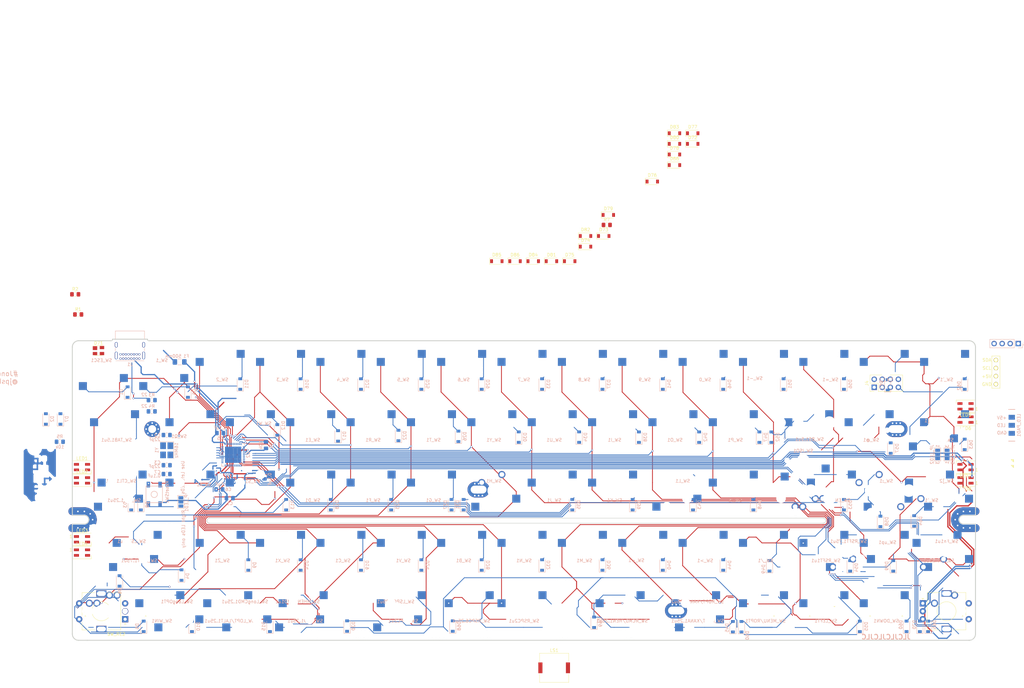
<source format=kicad_pcb>
(kicad_pcb (version 20171130) (host pcbnew "(5.1.6-0-10_14)")
  (title_block (title Jones) (rev v.0.2) (company @jpskenn))
  (layers (0 F.Cu signal) (31 B.Cu signal) (34 B.Paste user) (35 F.Paste user) (36 B.SilkS user hide) (37 F.SilkS user) (38 B.Mask user) (39 F.Mask user) (44 Edge.Cuts user))
  (net 0 "")
  (net 1 "Net-(D1-Pad2)")
  (net 2 "Net-(D2-Pad2)")
  (net 3 "Net-(D3-Pad2)")
  (net 4 "Net-(D4-Pad2)")
  (net 5 "Net-(D6-Pad2)")
  (net 6 "Net-(D7-Pad2)")
  (net 7 "Net-(D8-Pad2)")
  (net 8 "Net-(D9-Pad2)")
  (net 9 "Net-(D10-Pad2)")
  (net 10 "Net-(D11-Pad2)")
  (net 11 "Net-(D12-Pad2)")
  (net 12 "Net-(D13-Pad2)")
  (net 13 "Net-(D14-Pad2)")
  (net 14 "Net-(D16-Pad2)")
  (net 15 "Net-(D17-Pad2)")
  (net 16 "Net-(D18-Pad2)")
  (net 17 "Net-(D19-Pad2)")
  (net 18 "Net-(D20-Pad2)")
  (net 19 "Net-(D21-Pad2)")
  (net 20 "Net-(D22-Pad2)")
  (net 21 "Net-(D23-Pad2)")
  (net 22 "Net-(D24-Pad2)")
  (net 23 "Net-(D25-Pad2)")
  (net 24 "Net-(D26-Pad2)")
  (net 25 "Net-(D27-Pad2)")
  (net 26 "Net-(D28-Pad2)")
  (net 27 "Net-(D29-Pad2)")
  (net 28 "Net-(D30-Pad2)")
  (net 29 "Net-(D31-Pad2)")
  (net 30 "Net-(D32-Pad2)")
  (net 31 "Net-(D33-Pad2)")
  (net 32 "Net-(D34-Pad2)")
  (net 33 "Net-(D35-Pad2)")
  (net 34 "Net-(D36-Pad2)")
  (net 35 "Net-(D37-Pad2)")
  (net 36 "Net-(D38-Pad2)")
  (net 37 "Net-(D39-Pad2)")
  (net 38 "Net-(D40-Pad2)")
  (net 39 "Net-(D41-Pad2)")
  (net 40 "Net-(D42-Pad2)")
  (net 41 "Net-(D43-Pad2)")
  (net 42 "Net-(D44-Pad2)")
  (net 43 "Net-(D45-Pad2)")
  (net 44 "Net-(D46-Pad2)")
  (net 45 "Net-(D47-Pad2)")
  (net 46 "Net-(D48-Pad2)")
  (net 47 "Net-(D49-Pad2)")
  (net 48 "Net-(D50-Pad2)")
  (net 49 "Net-(D51-Pad2)")
  (net 50 "Net-(D52-Pad2)")
  (net 51 "Net-(D53-Pad2)")
  (net 52 "Net-(D54-Pad2)")
  (net 53 "Net-(D55-Pad2)")
  (net 54 "Net-(D56-Pad2)")
  (net 55 "Net-(D57-Pad2)")
  (net 56 "Net-(D58-Pad2)")
  (net 57 "Net-(D59-Pad2)")
  (net 58 "Net-(D60-Pad2)")
  (net 59 "Net-(D61-Pad2)")
  (net 60 "Net-(D62-Pad2)")
  (net 61 "Net-(D63-Pad2)")
  (net 62 ROW0)
  (net 63 ROW1)
  (net 64 ROW2)
  (net 65 ROW3)
  (net 66 ROW4)
  (net 67 COL1)
  (net 68 +5V)
  (net 69 COL2)
  (net 70 COL8)
  (net 71 COL10)
  (net 72 COL11)
  (net 73 COL12)
  (net 74 COL0)
  (net 75 GND)
  (net 76 VCC)
  (net 77 D-)
  (net 78 D+)
  (net 79 "Net-(D15-Pad2)")
  (net 80 "Net-(C2-Pad1)")
  (net 81 "Net-(C3-Pad1)")
  (net 82 "Net-(R5-Pad2)")
  (net 83 "Net-(R6-Pad2)")
  (net 84 "Net-(C6-Pad1)")
  (net 85 "Net-(LED1-Pad1)")
  (net 86 Reserve_PD5)
  (net 87 "Net-(D64-Pad2)")
  (net 88 "Net-(D67-Pad2)")
  (net 89 "Net-(D68-Pad2)")
  (net 90 "Net-(D69-Pad2)")
  (net 91 "Net-(D70-Pad2)")
  (net 92 Reserve_PD1-SDA)
  (net 93 Reserve_PD0-SCL)
  (net 94 LED_TAPE)
  (net 95 "Net-(J4-Pad1)")
  (net 96 "Net-(D71-Pad2)")
  (net 97 "Net-(D71-Pad3)")
  (net 98 "Net-(J1-PadA5)")
  (net 99 "Net-(J1-PadB5)")
  (net 100 pin7)
  (net 101 pin8)
  (net 102 pin9)
  (net 103 pin10)
  (net 104 pin11)
  (net 105 RE2_2)
  (net 106 pin6)
  (net 107 pin2)
  (net 108 pin3)
  (net 109 pin4)
  (net 110 pin5)
  (net 111 pin1)
  (net 112 RE1_2)
  (net 113 RE2_1)
  (net 114 "Net-(D72-Pad1)")
  (net 115 "Net-(D73-Pad1)")
  (net 116 "Net-(D74-Pad1)")
  (net 117 "Net-(D75-Pad1)")
  (net 118 "Net-(D76-Pad1)")
  (net 119 "Net-(D77-Pad1)")
  (net 120 "Net-(D78-Pad1)")
  (net 121 "Net-(D79-Pad1)")
  (net 122 "Net-(D80-Pad1)")
  (net 123 "Net-(D81-Pad1)")
  (net 124 "Net-(D82-Pad1)")
  (net 125 "Net-(D83-Pad1)")
  (net 126 "Net-(D84-Pad1)")
  (net 127 RE1_1)
  (net 128 "Net-(D86-Pad1)")
  (net 129 "Net-(J3-Pad2)")
  (net 130 "Net-(JP_LED1-Pad3)")
  (net 131 "Net-(JP_LED1-Pad1)")
  (net 132 "Net-(JP_LED2-Pad1)")
  (net 133 "Net-(JP_LED3-Pad3)")
  (net 134 "Net-(LED3-Pad1)")
  (net 135 "Net-(LED5-Pad1)")
  (net 136 "Net-(LED7-Pad1)")
  (net 137 SDA)
  (net 138 SCL)
  (net 139 AUDIO)
  (net 140 RE1_B)
  (net 141 RE1_A)
  (net 142 RE2_B)
  (net 143 RE2_A)
  (net 144 "Net-(JP_LED3-Pad2)")
  (net 145 Reserve_PD6)
  (net 146 Reserve_PD7)
  (net 147 Reserve_PD2-RX)
  (net 148 Reserve_PD3-TX)
  (net 149 Reserve_PB4)
  (net 150 Reserve_PB5)
  (net 151 LED)
  (net 152 "Net-(JP_LED2-Pad3)")
  (net 153 "Net-(JP_LED3-Pad1)")
  (net 154 "Net-(LED2-Pad1)")
  (module Crystal:Crystal_SMD_3225-4Pin_3.2x2.5mm_HandSoldering (layer B.Cu) (at 52.382 57.153 270)
    (fp_text reference Y1 (at 0 3.132 270) (layer B.SilkS) (effects (justify mirror)))
    (fp_text value 16MHz (at 0 -3.05 90) (layer B.SilkS) (effects (justify mirror)))
    (pad 1 smd rect (at -1.45 -1.15 270) (size 2.1 1.8) (layers B.Cu B.Paste B.Mask) (net 80 "Net-(C2-Pad1)"))
    (pad 2 smd rect (at 1.45 -1.15 270) (size 2.1 1.8) (layers B.Cu B.Paste B.Mask) (net 75 GND))
    (pad 3 smd rect (at 1.45 1.15 270) (size 2.1 1.8) (layers B.Cu B.Paste B.Mask) (net 81 "Net-(C3-Pad1)"))
    (pad 4 smd rect (at -1.45 1.15 270) (size 2.1 1.8) (layers B.Cu B.Paste B.Mask) (net 75 GND))
  )
  (module Capacitor_SMD:C_0805_2012Metric_Pad1.15x1.40mm_HandSolder (layer B.Cu) (at 52.382 52.327 180)
    (fp_text reference C2 (at 2.932 -0.123) (layer B.SilkS) (effects (justify mirror)))
    (fp_text value 22pF (at 3.882 -1.373) (layer B.SilkS) (effects (justify mirror)))
    (pad 2 smd roundrect (at 1.025 0 180) (size 1.15 1.4) (layers B.Cu B.Paste B.Mask) (roundrect_rratio 0.217391) (net 75 GND))
    (pad 1 smd roundrect (at -1.025 0 180) (size 1.15 1.4) (layers B.Cu B.Paste B.Mask) (roundrect_rratio 0.217391) (net 80 "Net-(C2-Pad1)"))
  )
  (module Capacitor_SMD:C_0805_2012Metric_Pad1.15x1.40mm_HandSolder (layer B.Cu) (at 52.382 61.852 180)
    (fp_text reference C3 (at 2.932 0.852) (layer B.SilkS) (effects (justify mirror)))
    (fp_text value 22pF (at 3.882 -0.348) (layer B.SilkS) (effects (justify mirror)))
    (pad 2 smd roundrect (at 1.025 0 180) (size 1.15 1.4) (layers B.Cu B.Paste B.Mask) (roundrect_rratio 0.217391) (net 75 GND))
    (pad 1 smd roundrect (at -1.025 0 180) (size 1.15 1.4) (layers B.Cu B.Paste B.Mask) (roundrect_rratio 0.217391) (net 81 "Net-(C3-Pad1)"))
  )
  (module Capacitor_SMD:C_0805_2012Metric_Pad1.15x1.40mm_HandSolder (layer B.Cu) (at 52.382 64.646 180)
    (fp_text reference C7 (at 2.932 0.646) (layer B.SilkS) (effects (justify mirror)))
    (fp_text value 0.1uF (at 3.982 -0.554) (layer B.SilkS) (effects (justify mirror)))
    (pad 1 smd roundrect (at -1.025 0 180) (size 1.15 1.4) (layers B.Cu B.Paste B.Mask) (roundrect_rratio 0.217391) (net 75 GND))
    (pad 2 smd roundrect (at 1.025 0 180) (size 1.15 1.4) (layers B.Cu B.Paste B.Mask) (roundrect_rratio 0.217391) (net 68 +5V))
  )
  (module LED_SMD:LED_SK6812MINI_PLCC4_3.5x3.5mm_P1.75mm (layer F.Cu) (at 304.45 47.45004 180)
    (fp_text reference LED6 (at 0 -2.75) (layer F.SilkS))
    (fp_text value SK6812MINI)
    (fp_text user 1 (at -3.5 -0.875) (layer F.SilkS))
    (pad 3 smd rect (at 1.75 0.875 180) (size 1.6 0.85) (layers F.Cu F.Paste F.Mask) (net 135 "Net-(LED5-Pad1)"))
    (pad 4 smd rect (at 1.75 -0.875 180) (size 1.6 0.85) (layers F.Cu F.Paste F.Mask) (net 68 +5V))
    (pad 2 smd rect (at -1.75 0.875 180) (size 1.6 0.85) (layers F.Cu F.Paste F.Mask) (net 75 GND))
    (pad 1 smd rect (at -1.75 -0.875 180) (size 1.6 0.85) (layers F.Cu F.Paste F.Mask) (net 133 "Net-(JP_LED3-Pad3)"))
  )
  (module MX_Alps_Hybrid:MXOnly-1U-NoLED (layer F.Cu) (at 298.47616 107.9754)
    (fp_text reference SW_RIGHT1)
    (fp_text value SW_Push)
    (pad 2 thru_hole circle (at 2.54 -5.08) (size 2.25 2.25) (drill 1.47) (layers *.Cu B.Mask) (net 112 RE1_2))
    (pad "" np_thru_hole circle (at 0 0) (size 3.9878 3.9878) (drill 3.9878) (layers *.Cu *.Mask))
    (pad 1 thru_hole circle (at -3.81 -2.54) (size 2.25 2.25) (drill 1.47) (layers *.Cu B.Mask) (net 127 RE1_1))
    (pad "" np_thru_hole circle (at -5.08 0 48.0996) (size 1.75 1.75) (drill 1.75) (layers *.Cu *.Mask))
    (pad "" np_thru_hole circle (at 5.08 0 48.0996) (size 1.75 1.75) (drill 1.75) (layers *.Cu *.Mask))
  )
  (module Rotary_Encoder:RotaryEncoder_Alps_EC11E-Switch_Vertical_H20mm (layer F.Cu) (at 290.975407 105.467964)
    (fp_text reference SW_RE1 hide)
    (fp_text value Rotary_Encoder_Switch)
    (pad A thru_hole rect (at 0 0) (size 2 2) (drill 1) (layers *.Cu *.Mask) (net 141 RE1_A))
    (pad C thru_hole circle (at 0 2.5) (size 2 2) (drill 1) (layers *.Cu *.Mask) (net 75 GND))
    (pad B thru_hole circle (at 0 5) (size 2 2) (drill 1) (layers *.Cu *.Mask) (net 140 RE1_B))
    (pad MP thru_hole rect (at 7.5 -3.1) (size 3.2 2) (drill oval 2.8 1.5) (layers *.Cu *.Mask))
    (pad MP thru_hole rect (at 7.5 8.1) (size 3.2 2) (drill oval 2.8 1.5) (layers *.Cu *.Mask))
    (pad S2 thru_hole circle (at 14.5 0) (size 2 2) (drill 1) (layers *.Cu *.Mask) (net 112 RE1_2))
    (pad S1 thru_hole circle (at 14.5 5) (size 2 2) (drill 1) (layers *.Cu *.Mask) (net 127 RE1_1))
  )
  (module locallib:60_Outline-Modded_SmallHole (layer F.Cu) (at 165.1 69.85)
    (fp_text reference REF** hide)
    (fp_text value 60_Outline hide)
    (fp_line (start -140.5 -47.3) (end -130.3 -47.3) (layer Edge.Cuts) (width 0.3))
    (fp_line (start -129.8 -47.8) (end -118.8 -47.8) (layer Edge.Cuts) (width 0.3))
    (fp_line (start 138.7 11.85095) (end 142.55 11.85095) (layer B.Cu) (width 2.5019))
    (fp_line (start 138.7 6.54905) (end 142.5 6.54905) (layer F.Cu) (width 2.5019))
    (fp_line (start 138.7 6.54905) (end 142.5 6.54905) (layer B.Cu) (width 2.5019))
    (fp_line (start 138.7 11.85095) (end 142.55 11.85095) (layer F.Cu) (width 2.5019))
    (fp_line (start -142.5 11.85095) (end -138.7 11.85095) (layer F.Cu) (width 2.5019))
    (fp_line (start -142.5 11.85095) (end -138.7 11.85095) (layer B.Cu) (width 2.5019))
    (fp_line (start -142.5 6.54905) (end -138.7 6.54905) (layer B.Cu) (width 2.5019))
    (fp_line (start -142.5 6.54905) (end -138.7 6.54905) (layer F.Cu) (width 2.5019))
    (fp_line (start 138.7 7.8) (end 142.5 7.8) (layer Edge.Cuts) (width 0.3))
    (fp_line (start 138.7 10.6) (end 142.5 10.6) (layer Edge.Cuts) (width 0.3))
    (fp_line (start 142.5 7.8) (end 142.5 -45.3) (layer Edge.Cuts) (width 0.3))
    (fp_line (start 142.5 10.6) (end 142.5 45.3) (layer Edge.Cuts) (width 0.3))
    (fp_line (start -142.5 7.8) (end -142.5 -45.3) (layer Edge.Cuts) (width 0.3))
    (fp_line (start -138.7 7.8) (end -142.5 7.8) (layer Edge.Cuts) (width 0.3))
    (fp_line (start -142.5 10.6) (end -138.7 10.6) (layer Edge.Cuts) (width 0.3))
    (fp_line (start -142.5 45.3) (end -142.5 10.6) (layer Edge.Cuts) (width 0.3))
    (fp_line (start 140.5 -47.3) (end -118.3 -47.3) (layer Edge.Cuts) (width 0.3))
    (fp_arc (start -140.5 -45.3) (end -142.5 -45.3) (angle 90) (layer Edge.Cuts) (width 0.3))
    (fp_arc (start -140.5 45.3) (end -140.5 47.3) (angle 90) (layer Edge.Cuts) (width 0.3))
    (fp_arc (start 140.5 45.3) (end 142.5 45.3) (angle 90) (layer Edge.Cuts) (width 0.3))
    (fp_arc (start 140.5 -45.3) (end 140.5 -47.3) (angle 90) (layer Edge.Cuts) (width 0.3))
    (fp_arc (start -138.7 9.2) (end -138.7 7.8) (angle 90) (layer Edge.Cuts) (width 0.3))
    (fp_arc (start 138.7 9.2) (end 138.7 7.8) (angle -90) (layer Edge.Cuts) (width 0.3))
    (fp_arc (start 138.7 9.2) (end 137.3 9.2) (angle -90) (layer Edge.Cuts) (width 0.3))
    (fp_arc (start -138.7 9.2) (end -137.3 9.2) (angle 90) (layer Edge.Cuts) (width 0.3))
    (fp_arc (start -138.7 9.2) (end -136.04905 9.2) (angle 90) (layer F.Cu) (width 2.5019))
    (fp_arc (start -138.7 9.2) (end -138.7 6.54905) (angle 90) (layer F.Cu) (width 2.5019))
    (fp_arc (start -138.7 9.2) (end -136.04905 9.2) (angle 90) (layer B.Cu) (width 2.5019))
    (fp_arc (start -138.7 9.2) (end -138.7 6.54905) (angle 90) (layer B.Cu) (width 2.5019))
    (fp_arc (start 138.7 9.2) (end 138.7 6.54905) (angle -90) (layer B.Cu) (width 2.5019))
    (fp_arc (start 138.7 9.2) (end 136.04905 9.2) (angle -90) (layer B.Cu) (width 2.5019))
    (fp_arc (start 138.7 9.2) (end 138.7 6.54905) (angle -90) (layer F.Cu) (width 2.5019))
    (fp_arc (start 138.7 9.2) (end 136.04905 9.2) (angle -90) (layer F.Cu) (width 2.5019))
    (fp_arc (start -130.3 -47.8) (end -129.8 -47.8) (angle 90) (layer Edge.Cuts) (width 0.3))
    (fp_arc (start -118.3 -47.8) (end -118.3 -47.3) (angle 90) (layer Edge.Cuts) (width 0.3))
    (pad 1 thru_hole circle (at 136.861522 11.038478) (size 1 1) (drill 0.5) (layers *.Cu *.Mask))
    (pad 1 thru_hole circle (at 138.7 11.8) (size 1 1) (drill 0.5) (layers *.Cu *.Mask))
    (pad 1 thru_hole circle (at 140.742035 11.8) (size 1 1) (drill 0.5) (layers *.Cu *.Mask))
    (pad 1 thru_hole circle (at 140.742035 6.6) (size 1 1) (drill 0.5) (layers *.Cu *.Mask))
    (pad 1 thru_hole circle (at 138.7 6.6) (size 1 1) (drill 0.5) (layers *.Cu *.Mask))
    (pad 1 thru_hole circle (at 136.861522 7.361522) (size 1 1) (drill 0.5) (layers *.Cu *.Mask))
    (pad 1 thru_hole circle (at 136.1 9.2) (size 1 1) (drill 0.5) (layers *.Cu *.Mask))
    (pad 1 thru_hole circle (at -140.742035 11.8) (size 1 1) (drill 0.5) (layers *.Cu *.Mask))
    (pad 1 thru_hole circle (at -140.742035 6.6) (size 1 1) (drill 0.5) (layers *.Cu *.Mask))
    (pad 1 thru_hole circle (at -136.861522 11.038478) (size 1 1) (drill 0.5) (layers *.Cu *.Mask))
    (pad 1 thru_hole circle (at -136.861522 7.361522) (size 1 1) (drill 0.5) (layers *.Cu *.Mask))
    (pad 1 thru_hole circle (at -138.7 11.8) (size 1 1) (drill 0.5) (layers *.Cu *.Mask))
    (pad 1 thru_hole circle (at -138.7 6.6) (size 1 1) (drill 0.5) (layers *.Cu *.Mask))
    (pad 1 thru_hole circle (at -136.1 9.2) (size 1 1) (drill 0.5) (layers *.Cu *.Mask))
    (pad 1 thru_hole circle (at -13.1 1.6) (size 1 1) (drill 0.5) (layers *.Cu *.Mask))
    (pad 1 thru_hole circle (at -15.5 1.6) (size 1 1) (drill 0.5) (layers *.Cu *.Mask))
    (pad 1 thru_hole circle (at -14.3 1.6) (size 1 1) (drill 0.5) (layers *.Cu *.Mask))
    (pad 1 thru_hole circle (at -15.5 -2.15) (size 1 1) (drill 0.5) (layers *.Cu *.Mask))
    (pad 1 thru_hole circle (at -13.1 -2.15) (size 1 1) (drill 0.5) (layers *.Cu *.Mask))
    (pad 1 thru_hole circle (at -14.3 -2.15) (size 1 1) (drill 0.5) (layers *.Cu *.Mask))
    (pad 1 thru_hole circle (at 49.2 39.75) (size 1 1) (drill 0.5) (layers *.Cu *.Mask))
    (pad 1 thru_hole circle (at 46.8 39.75) (size 1 1) (drill 0.5) (layers *.Cu *.Mask))
    (pad 1 thru_hole circle (at 46.85 36.05) (size 1 1) (drill 0.5) (layers *.Cu *.Mask))
    (pad 1 thru_hole circle (at 49.25 36.05) (size 1 1) (drill 0.5) (layers *.Cu *.Mask))
    (pad 1 thru_hole circle (at 48 39.75) (size 1 1) (drill 0.5) (layers *.Cu *.Mask))
    (pad 1 thru_hole circle (at 48.05 36.05) (size 1 1) (drill 0.5) (layers *.Cu *.Mask))
    (pad 1 thru_hole circle (at 118.75 -21.267) (size 1 1) (drill 0.5) (layers *.Cu *.Mask))
    (pad 1 thru_hole circle (at 116.35 -21.25) (size 1 1) (drill 0.5) (layers *.Cu *.Mask))
    (pad 1 thru_hole circle (at 116.35 -17.55) (size 1 1) (drill 0.5) (layers *.Cu *.Mask))
    (pad 1 thru_hole circle (at 118.75 -17.55) (size 1 1) (drill 0.5) (layers *.Cu *.Mask))
    (pad 1 thru_hole circle (at 117.55 -17.55) (size 1 1) (drill 0.5) (layers *.Cu *.Mask))
    (pad 1 thru_hole circle (at 117.55 -21.25) (size 1 1) (drill 0.5) (layers *.Cu *.Mask))
    (pad 1 thru_hole circle (at -116.05 -18.05) (size 1 1) (drill 0.5) (layers *.Cu *.Mask))
    (pad 1 thru_hole circle (at -118.65 -18.1) (size 1 1) (drill 0.5) (layers *.Cu *.Mask))
    (pad 1 thru_hole circle (at -116.05 -20.75) (size 1 1) (drill 0.5) (layers *.Cu *.Mask))
    (pad 1 thru_hole circle (at -118.65 -20.75) (size 1 1) (drill 0.5) (layers *.Cu *.Mask))
    (pad 1 thru_hole circle (at -117.3 -17.5) (size 1 1) (drill 0.5) (layers *.Cu *.Mask))
    (pad 1 thru_hole circle (at -115.4 -19.4) (size 1 1) (drill 0.5) (layers *.Cu *.Mask))
    (pad 1 thru_hole circle (at -119.2 -19.4) (size 1 1) (drill 0.5) (layers *.Cu *.Mask))
    (pad 1 thru_hole circle (at -117.3 -21.3) (size 1 1) (drill 0.5) (layers *.Cu *.Mask))
    (pad 1 thru_hole oval (at 117.55 -19.4) (size 7.00024 5) (drill oval 5.00126 2.49936) (layers *.Cu *.Mask))
    (pad 1 thru_hole oval (at 48 37.9) (size 7.00024 5) (drill oval 5.00126 2.49936) (layers *.Cu *.Mask))
    (pad 1 thru_hole oval (at -14.3 -0.3) (size 7.00024 5) (drill oval 5.00126 2.49936) (layers *.Cu *.Mask))
    (pad 1 thru_hole circle (at -117.3 -19.4) (size 5 5) (drill 2.4994) (layers *.Cu *.Mask))
  )
  (module MX_Alps_Hybrid:MXOnly-1U-Hotswap (layer F.Cu) (at 50.825 31.77504 180)
    (fp_text reference SW_1)
    (fp_text value SW_Push)
    (fp_text user %R (at 0 3.048) (layer B.SilkS) (effects (justify mirror)))
    (pad 2 smd rect (at 5.842 -5.08 180) (size 2.55 2.5) (layers B.Cu B.Paste B.Mask) (net 5 "Net-(D6-Pad2)"))
    (pad 1 smd rect (at -7.085 -2.54 180) (size 2.55 2.5) (layers B.Cu B.Paste B.Mask) (net 114 "Net-(D72-Pad1)"))
    (pad "" np_thru_hole circle (at 5.08 0 228.0996) (size 1.75 1.75) (drill 1.75) (layers *.Cu *.Mask))
    (pad "" np_thru_hole circle (at -5.08 0 228.0996) (size 1.75 1.75) (drill 1.75) (layers *.Cu *.Mask))
    (pad "" np_thru_hole circle (at -3.81 -2.54 180) (size 3 3) (drill 3) (layers *.Cu *.Mask))
    (pad "" np_thru_hole circle (at 0 0 180) (size 3.9878 3.9878) (drill 3.9878) (layers *.Cu *.Mask))
    (pad "" np_thru_hole circle (at 2.54 -5.08 180) (size 3 3) (drill 3) (layers *.Cu *.Mask))
  )
  (module SMK_ai03_RandomKeyboardParts:D_SOD-123-Pretty (layer B.Cu) (at 106.451 52.603 90)
    (fp_text reference D17 (at 0 2 90) (layer B.SilkS) (effects (justify mirror)))
    (fp_text value D)
    (pad 2 smd rect (at 1.65 0 90) (size 0.9 1.2) (layers B.Cu B.Paste B.Mask) (net 15 "Net-(D17-Pad2)"))
    (pad 1 smd rect (at -1.65 0 90) (size 0.9 1.2) (layers B.Cu B.Paste B.Mask) (net 101 pin8))
  )
  (module SMK_ai03_RandomKeyboardParts:D_SOD-123-Pretty (layer B.Cu) (at 40.03 38.76 90)
    (fp_text reference D1 (at 0 -2.032 90) (layer B.SilkS) (effects (justify mirror)))
    (fp_text value D)
    (pad 2 smd rect (at 1.65 0 90) (size 0.9 1.2) (layers B.Cu B.Paste B.Mask) (net 1 "Net-(D1-Pad2)"))
    (pad 1 smd rect (at -1.65 0 90) (size 0.9 1.2) (layers B.Cu B.Paste B.Mask) (net 100 pin7))
  )
  (module SMK_ai03_RandomKeyboardParts:D_SOD-123-Pretty (layer B.Cu) (at 59.08 38.76 90)
    (fp_text reference D6 (at 0 2 90) (layer B.SilkS) (effects (justify mirror)))
    (fp_text value D)
    (pad 2 smd rect (at 1.65 0 90) (size 0.9 1.2) (layers B.Cu B.Paste B.Mask) (net 5 "Net-(D6-Pad2)"))
    (pad 1 smd rect (at -1.65 0 90) (size 0.9 1.2) (layers B.Cu B.Paste B.Mask) (net 100 pin7))
  )
  (module SMK_ai03_RandomKeyboardParts:D_SOD-123-Pretty (layer B.Cu) (at 75.59 36.22 90)
    (fp_text reference D11 (at 0 2 90) (layer B.SilkS) (effects (justify mirror)))
    (fp_text value D)
    (pad 2 smd rect (at 1.65 0 90) (size 0.9 1.2) (layers B.Cu B.Paste B.Mask) (net 10 "Net-(D11-Pad2)"))
    (pad 1 smd rect (at -1.65 0 90) (size 0.9 1.2) (layers B.Cu B.Paste B.Mask) (net 100 pin7))
  )
  (module SMK_ai03_RandomKeyboardParts:D_SOD-123-Pretty (layer B.Cu) (at 94.64 36.22 90)
    (fp_text reference D16 (at 0 2 90) (layer B.SilkS) (effects (justify mirror)))
    (fp_text value D)
    (pad 2 smd rect (at 1.65 0 90) (size 0.9 1.2) (layers B.Cu B.Paste B.Mask) (net 14 "Net-(D16-Pad2)"))
    (pad 1 smd rect (at -1.65 0 90) (size 0.9 1.2) (layers B.Cu B.Paste B.Mask) (net 100 pin7))
  )
  (module SMK_ai03_RandomKeyboardParts:D_SOD-123-Pretty (layer B.Cu) (at 113.69 36.22 90)
    (fp_text reference D21 (at 0 2 90) (layer B.SilkS) (effects (justify mirror)))
    (fp_text value D)
    (pad 2 smd rect (at 1.65 0 90) (size 0.9 1.2) (layers B.Cu B.Paste B.Mask) (net 19 "Net-(D21-Pad2)"))
    (pad 1 smd rect (at -1.65 0 90) (size 0.9 1.2) (layers B.Cu B.Paste B.Mask) (net 100 pin7))
  )
  (module SMK_ai03_RandomKeyboardParts:D_SOD-123-Pretty (layer B.Cu) (at 132.74 36.22 90)
    (fp_text reference D25 (at 0 2 90) (layer B.SilkS) (effects (justify mirror)))
    (fp_text value D)
    (pad 2 smd rect (at 1.65 0 90) (size 0.9 1.2) (layers B.Cu B.Paste B.Mask) (net 23 "Net-(D25-Pad2)"))
    (pad 1 smd rect (at -1.65 0 90) (size 0.9 1.2) (layers B.Cu B.Paste B.Mask) (net 100 pin7))
  )
  (module SMK_ai03_RandomKeyboardParts:D_SOD-123-Pretty (layer B.Cu) (at 151.79 36.22 90)
    (fp_text reference D29 (at 0 2 90) (layer B.SilkS) (effects (justify mirror)))
    (fp_text value D)
    (pad 2 smd rect (at 1.65 0 90) (size 0.9 1.2) (layers B.Cu B.Paste B.Mask) (net 27 "Net-(D29-Pad2)"))
    (pad 1 smd rect (at -1.65 0 90) (size 0.9 1.2) (layers B.Cu B.Paste B.Mask) (net 106 pin6))
  )
  (module SMK_ai03_RandomKeyboardParts:D_SOD-123-Pretty (layer B.Cu) (at 170.84 36.22 90)
    (fp_text reference D33 (at 0 2 90) (layer B.SilkS) (effects (justify mirror)))
    (fp_text value D)
    (pad 2 smd rect (at 1.65 0 90) (size 0.9 1.2) (layers B.Cu B.Paste B.Mask) (net 31 "Net-(D33-Pad2)"))
    (pad 1 smd rect (at -1.65 0 90) (size 0.9 1.2) (layers B.Cu B.Paste B.Mask) (net 106 pin6))
  )
  (module SMK_ai03_RandomKeyboardParts:D_SOD-123-Pretty (layer B.Cu) (at 189.89 36.22 90)
    (fp_text reference D37 (at 0 2 90) (layer B.SilkS) (effects (justify mirror)))
    (fp_text value D)
    (pad 2 smd rect (at 1.65 0 90) (size 0.9 1.2) (layers B.Cu B.Paste B.Mask) (net 35 "Net-(D37-Pad2)"))
    (pad 1 smd rect (at -1.65 0 90) (size 0.9 1.2) (layers B.Cu B.Paste B.Mask) (net 106 pin6))
  )
  (module SMK_ai03_RandomKeyboardParts:D_SOD-123-Pretty (layer B.Cu) (at 208.94 36.22 90)
    (fp_text reference D41 (at 0 2 90) (layer B.SilkS) (effects (justify mirror)))
    (fp_text value D)
    (pad 2 smd rect (at 1.65 0 90) (size 0.9 1.2) (layers B.Cu B.Paste B.Mask) (net 39 "Net-(D41-Pad2)"))
    (pad 1 smd rect (at -1.65 0 90) (size 0.9 1.2) (layers B.Cu B.Paste B.Mask) (net 106 pin6))
  )
  (module SMK_ai03_RandomKeyboardParts:D_SOD-123-Pretty (layer B.Cu) (at 227.99 36.22 90)
    (fp_text reference D46 (at 0 2 90) (layer B.SilkS) (effects (justify mirror)))
    (fp_text value D)
    (pad 2 smd rect (at 1.65 0 90) (size 0.9 1.2) (layers B.Cu B.Paste B.Mask) (net 44 "Net-(D46-Pad2)"))
    (pad 1 smd rect (at -1.65 0 90) (size 0.9 1.2) (layers B.Cu B.Paste B.Mask) (net 106 pin6))
  )
  (module SMK_ai03_RandomKeyboardParts:D_SOD-123-Pretty (layer B.Cu) (at 247.04 36.22 90)
    (fp_text reference D51 (at 0 2 90) (layer B.SilkS) (effects (justify mirror)))
    (fp_text value D)
    (pad 2 smd rect (at 1.65 0 90) (size 0.9 1.2) (layers B.Cu B.Paste B.Mask) (net 49 "Net-(D51-Pad2)"))
    (pad 1 smd rect (at -1.65 0 90) (size 0.9 1.2) (layers B.Cu B.Paste B.Mask) (net 111 pin1))
  )
  (module SMK_ai03_RandomKeyboardParts:D_SOD-123-Pretty (layer B.Cu) (at 266.09 36.22 90)
    (fp_text reference D56 (at 0 2 90) (layer B.SilkS) (effects (justify mirror)))
    (fp_text value D)
    (pad 2 smd rect (at 1.65 0 90) (size 0.9 1.2) (layers B.Cu B.Paste B.Mask) (net 54 "Net-(D56-Pad2)"))
    (pad 1 smd rect (at -1.65 0 90) (size 0.9 1.2) (layers B.Cu B.Paste B.Mask) (net 111 pin1))
  )
  (module SMK_ai03_RandomKeyboardParts:D_SOD-123-Pretty (layer B.Cu) (at 279.9 36.5 90)
    (fp_text reference D61 (at -0.1 -2 90) (layer B.SilkS) (effects (justify mirror)))
    (fp_text value D)
    (pad 2 smd rect (at 1.65 0 90) (size 0.9 1.2) (layers B.Cu B.Paste B.Mask) (net 59 "Net-(D61-Pad2)"))
    (pad 1 smd rect (at -1.65 0 90) (size 0.9 1.2) (layers B.Cu B.Paste B.Mask) (net 111 pin1))
  )
  (module SMK_ai03_RandomKeyboardParts:D_SOD-123-Pretty (layer B.Cu) (at 277.6 79.6 90)
    (fp_text reference D58 (at 0 2 90) (layer B.SilkS) (effects (justify mirror)))
    (fp_text value D)
    (pad 2 smd rect (at 1.65 0 90) (size 0.9 1.2) (layers B.Cu B.Paste B.Mask) (net 56 "Net-(D58-Pad2)"))
    (pad 1 smd rect (at -1.65 0 90) (size 0.9 1.2) (layers B.Cu B.Paste B.Mask) (net 108 pin3))
  )
  (module SMK_ai03_RandomKeyboardParts:D_SOD-123-Pretty (layer B.Cu) (at 14.25 47.25004 90)
    (fp_text reference D2 (at 0 2 90) (layer B.SilkS) (effects (justify mirror)))
    (fp_text value D)
    (pad 1 smd rect (at -1.65 0 90) (size 0.9 1.2) (layers B.Cu B.Paste B.Mask) (net 101 pin8))
    (pad 2 smd rect (at 1.65 0 90) (size 0.9 1.2) (layers B.Cu B.Paste B.Mask) (net 2 "Net-(D2-Pad2)"))
  )
  (module SMK_ai03_RandomKeyboardParts:D_SOD-123-Pretty (layer B.Cu) (at 18.85 47.25004 90)
    (fp_text reference D7 (at 0 2 90) (layer B.SilkS) (effects (justify mirror)))
    (fp_text value D)
    (pad 1 smd rect (at -1.65 0 90) (size 0.9 1.2) (layers B.Cu B.Paste B.Mask) (net 101 pin8))
    (pad 2 smd rect (at 1.65 0 90) (size 0.9 1.2) (layers B.Cu B.Paste B.Mask) (net 6 "Net-(D7-Pad2)"))
  )
  (module SMK_ai03_RandomKeyboardParts:D_SOD-123-Pretty (layer B.Cu) (at 87.274 50.698 90)
    (fp_text reference D12 (at 1.397 1.905 90) (layer B.SilkS) (effects (justify mirror)))
    (fp_text value D)
    (pad 2 smd rect (at 1.65 0 90) (size 0.9 1.2) (layers B.Cu B.Paste B.Mask) (net 11 "Net-(D12-Pad2)"))
    (pad 1 smd rect (at -1.65 0 90) (size 0.9 1.2) (layers B.Cu B.Paste B.Mask) (net 101 pin8))
  )
  (module SMK_ai03_RandomKeyboardParts:D_SOD-123-Pretty (layer B.Cu) (at 125.501 52.476 90)
    (fp_text reference D22 (at 0 2 90) (layer B.SilkS) (effects (justify mirror)))
    (fp_text value D)
    (pad 1 smd rect (at -1.65 0 90) (size 0.9 1.2) (layers B.Cu B.Paste B.Mask) (net 101 pin8))
    (pad 2 smd rect (at 1.65 0 90) (size 0.9 1.2) (layers B.Cu B.Paste B.Mask) (net 20 "Net-(D22-Pad2)"))
  )
  (module SMK_ai03_RandomKeyboardParts:D_SOD-123-Pretty (layer B.Cu) (at 144.424 52.73 90)
    (fp_text reference D26 (at 0 2 90) (layer B.SilkS) (effects (justify mirror)))
    (fp_text value D)
    (pad 2 smd rect (at 1.65 0 90) (size 0.9 1.2) (layers B.Cu B.Paste B.Mask) (net 24 "Net-(D26-Pad2)"))
    (pad 1 smd rect (at -1.65 0 90) (size 0.9 1.2) (layers B.Cu B.Paste B.Mask) (net 101 pin8))
  )
  (module SMK_ai03_RandomKeyboardParts:D_SOD-123-Pretty (layer B.Cu) (at 163.474 52.984 90)
    (fp_text reference D30 (at 0 2 90) (layer B.SilkS) (effects (justify mirror)))
    (fp_text value D)
    (pad 2 smd rect (at 1.65 0 90) (size 0.9 1.2) (layers B.Cu B.Paste B.Mask) (net 28 "Net-(D30-Pad2)"))
    (pad 1 smd rect (at -1.65 0 90) (size 0.9 1.2) (layers B.Cu B.Paste B.Mask) (net 100 pin7))
  )
  (module SMK_ai03_RandomKeyboardParts:D_SOD-123-Pretty (layer B.Cu) (at 182.524 52.984 90)
    (fp_text reference D34 (at 0 2 90) (layer B.SilkS) (effects (justify mirror)))
    (fp_text value D)
    (pad 2 smd rect (at 1.65 0 90) (size 0.9 1.2) (layers B.Cu B.Paste B.Mask) (net 32 "Net-(D34-Pad2)"))
    (pad 1 smd rect (at -1.65 0 90) (size 0.9 1.2) (layers B.Cu B.Paste B.Mask) (net 107 pin2))
  )
  (module SMK_ai03_RandomKeyboardParts:D_SOD-123-Pretty (layer B.Cu) (at 201.4 53 90)
    (fp_text reference D38 (at 0 2 90) (layer B.SilkS) (effects (justify mirror)))
    (fp_text value D)
    (pad 2 smd rect (at 1.65 0 90) (size 0.9 1.2) (layers B.Cu B.Paste B.Mask) (net 36 "Net-(D38-Pad2)"))
    (pad 1 smd rect (at -1.65 0 90) (size 0.9 1.2) (layers B.Cu B.Paste B.Mask) (net 100 pin7))
  )
  (module SMK_ai03_RandomKeyboardParts:D_SOD-123-Pretty (layer B.Cu) (at 220.4 53 90)
    (fp_text reference D42 (at 0 2 90) (layer B.SilkS) (effects (justify mirror)))
    (fp_text value D)
    (pad 2 smd rect (at 1.65 0 90) (size 0.9 1.2) (layers B.Cu B.Paste B.Mask) (net 40 "Net-(D42-Pad2)"))
    (pad 1 smd rect (at -1.65 0 90) (size 0.9 1.2) (layers B.Cu B.Paste B.Mask) (net 100 pin7))
  )
  (module SMK_ai03_RandomKeyboardParts:D_SOD-123-Pretty (layer B.Cu) (at 239.4 53 90)
    (fp_text reference D47 (at 0 2 90) (layer B.SilkS) (effects (justify mirror)))
    (fp_text value D)
    (pad 2 smd rect (at 1.65 0 90) (size 0.9 1.2) (layers B.Cu B.Paste B.Mask) (net 45 "Net-(D47-Pad2)"))
    (pad 1 smd rect (at -1.65 0 90) (size 0.9 1.2) (layers B.Cu B.Paste B.Mask) (net 100 pin7))
  )
  (module SMK_ai03_RandomKeyboardParts:D_SOD-123-Pretty (layer B.Cu) (at 243.2 53 90)
    (fp_text reference D52 (at 0 2 90) (layer B.SilkS) (effects (justify mirror)))
    (fp_text value D)
    (pad 2 smd rect (at 1.65 0 90) (size 0.9 1.2) (layers B.Cu B.Paste B.Mask) (net 50 "Net-(D52-Pad2)"))
    (pad 1 smd rect (at -1.65 0 90) (size 0.9 1.2) (layers B.Cu B.Paste B.Mask) (net 107 pin2))
  )
  (module SMK_ai03_RandomKeyboardParts:D_SOD-123-Pretty (layer B.Cu) (at 280.85 56.45 90)
    (fp_text reference D57 (at 0 2 90) (layer B.SilkS) (effects (justify mirror)))
    (fp_text value D)
    (pad 2 smd rect (at 1.65 0 90) (size 0.9 1.2) (layers B.Cu B.Paste B.Mask) (net 55 "Net-(D57-Pad2)"))
    (pad 1 smd rect (at -1.65 0 90) (size 0.9 1.2) (layers B.Cu B.Paste B.Mask) (net 107 pin2))
  )
  (module SMK_ai03_RandomKeyboardParts:D_SOD-123-Pretty (layer B.Cu) (at 304.19 36.22 90)
    (fp_text reference D62 (at -0.52948 -1.79 90) (layer B.SilkS) (effects (justify mirror)))
    (fp_text value D)
    (pad 2 smd rect (at 1.65 0 90) (size 0.9 1.2) (layers B.Cu B.Paste B.Mask) (net 60 "Net-(D62-Pad2)"))
    (pad 1 smd rect (at -1.65 0 90) (size 0.9 1.2) (layers B.Cu B.Paste B.Mask) (net 111 pin1))
  )
  (module SMK_ai03_RandomKeyboardParts:D_SOD-123-Pretty (layer B.Cu) (at 41.173 74.32 90)
    (fp_text reference D3 (at 0 -1.905 90) (layer B.SilkS) (effects (justify mirror)))
    (fp_text value D)
    (pad 2 smd rect (at 1.65 0 90) (size 0.9 1.2) (layers B.Cu B.Paste B.Mask) (net 3 "Net-(D3-Pad2)"))
    (pad 1 smd rect (at -1.65 0 90) (size 0.9 1.2) (layers B.Cu B.Paste B.Mask) (net 102 pin9))
  )
  (module SMK_ai03_RandomKeyboardParts:D_SOD-123-Pretty (layer B.Cu) (at 44.221 74.32 90)
    (fp_text reference D8 (at 0 2 90) (layer B.SilkS) (effects (justify mirror)))
    (fp_text value D)
    (pad 2 smd rect (at 1.65 0 90) (size 0.9 1.2) (layers B.Cu B.Paste B.Mask) (net 7 "Net-(D8-Pad2)"))
    (pad 1 smd rect (at -1.65 0 90) (size 0.9 1.2) (layers B.Cu B.Paste B.Mask) (net 102 pin9))
  )
  (module SMK_ai03_RandomKeyboardParts:D_SOD-123-Pretty (layer B.Cu) (at 90.068 74.32 90)
    (fp_text reference D13 (at 0 2 90) (layer B.SilkS) (effects (justify mirror)))
    (fp_text value D)
    (pad 2 smd rect (at 1.65 0 90) (size 0.9 1.2) (layers B.Cu B.Paste B.Mask) (net 12 "Net-(D13-Pad2)"))
    (pad 1 smd rect (at -1.65 0 90) (size 0.9 1.2) (layers B.Cu B.Paste B.Mask) (net 102 pin9))
  )
  (module SMK_ai03_RandomKeyboardParts:D_SOD-123-Pretty (layer B.Cu) (at 104.165 74.32 90)
    (fp_text reference D18 (at 0 2 90) (layer B.SilkS) (effects (justify mirror)))
    (fp_text value D)
    (pad 2 smd rect (at 1.65 0 90) (size 0.9 1.2) (layers B.Cu B.Paste B.Mask) (net 16 "Net-(D18-Pad2)"))
    (pad 1 smd rect (at -1.65 0 90) (size 0.9 1.2) (layers B.Cu B.Paste B.Mask) (net 102 pin9))
  )
  (module SMK_ai03_RandomKeyboardParts:D_SOD-123-Pretty (layer B.Cu) (at 123.215 74.32 90)
    (fp_text reference D23 (at 0 2 90) (layer B.SilkS) (effects (justify mirror)))
    (fp_text value D)
    (pad 1 smd rect (at -1.65 0 90) (size 0.9 1.2) (layers B.Cu B.Paste B.Mask) (net 102 pin9))
    (pad 2 smd rect (at 1.65 0 90) (size 0.9 1.2) (layers B.Cu B.Paste B.Mask) (net 21 "Net-(D23-Pad2)"))
  )
  (module SMK_ai03_RandomKeyboardParts:D_SOD-123-Pretty (layer B.Cu) (at 142.265 74.32 90)
    (fp_text reference D27 (at 0 -1.905 90) (layer B.SilkS) (effects (justify mirror)))
    (fp_text value D)
    (pad 1 smd rect (at -1.65 0 90) (size 0.9 1.2) (layers B.Cu B.Paste B.Mask) (net 102 pin9))
    (pad 2 smd rect (at 1.65 0 90) (size 0.9 1.2) (layers B.Cu B.Paste B.Mask) (net 25 "Net-(D27-Pad2)"))
  )
  (module SMK_ai03_RandomKeyboardParts:D_SOD-123-Pretty (layer B.Cu) (at 146.075 74.32 90)
    (fp_text reference D31 (at 0 -1.905 90) (layer B.SilkS) (effects (justify mirror)))
    (fp_text value D)
    (pad 1 smd rect (at -1.65 0 90) (size 0.9 1.2) (layers B.Cu B.Paste B.Mask) (net 101 pin8))
    (pad 2 smd rect (at 1.65 0 90) (size 0.9 1.2) (layers B.Cu B.Paste B.Mask) (net 29 "Net-(D31-Pad2)"))
  )
  (module SMK_ai03_RandomKeyboardParts:D_SOD-123-Pretty (layer B.Cu) (at 180.365 74.32 90)
    (fp_text reference D35 (at 0 2 90) (layer B.SilkS) (effects (justify mirror)))
    (fp_text value D)
    (pad 1 smd rect (at -1.65 0 90) (size 0.9 1.2) (layers B.Cu B.Paste B.Mask) (net 108 pin3))
    (pad 2 smd rect (at 1.65 0 90) (size 0.9 1.2) (layers B.Cu B.Paste B.Mask) (net 33 "Net-(D35-Pad2)"))
  )
  (module SMK_ai03_RandomKeyboardParts:D_SOD-123-Pretty (layer B.Cu) (at 199.415 74.32 90)
    (fp_text reference D39 (at 0 2 90) (layer B.SilkS) (effects (justify mirror)))
    (fp_text value D)
    (pad 1 smd rect (at -1.65 0 90) (size 0.9 1.2) (layers B.Cu B.Paste B.Mask) (net 102 pin9))
    (pad 2 smd rect (at 1.65 0 90) (size 0.9 1.2) (layers B.Cu B.Paste B.Mask) (net 37 "Net-(D39-Pad2)"))
  )
  (module SMK_ai03_RandomKeyboardParts:D_SOD-123-Pretty (layer B.Cu) (at 218.465 74.32 90)
    (fp_text reference D43 (at 0 2 90) (layer B.SilkS) (effects (justify mirror)))
    (fp_text value D)
    (pad 1 smd rect (at -1.65 0 90) (size 0.9 1.2) (layers B.Cu B.Paste B.Mask) (net 101 pin8))
    (pad 2 smd rect (at 1.65 0 90) (size 0.9 1.2) (layers B.Cu B.Paste B.Mask) (net 41 "Net-(D43-Pad2)"))
  )
  (module SMK_ai03_RandomKeyboardParts:D_SOD-123-Pretty (layer B.Cu) (at 237.515 74.32 90)
    (fp_text reference D48 (at 0 2 90) (layer B.SilkS) (effects (justify mirror)))
    (fp_text value D)
    (pad 1 smd rect (at -1.65 0 90) (size 0.9 1.2) (layers B.Cu B.Paste B.Mask) (net 101 pin8))
    (pad 2 smd rect (at 1.65 0 90) (size 0.9 1.2) (layers B.Cu B.Paste B.Mask) (net 46 "Net-(D48-Pad2)"))
  )
  (module SMK_ai03_RandomKeyboardParts:D_SOD-123-Pretty (layer B.Cu) (at 266.09 74.32 90)
    (fp_text reference D53 (at 0 2 90) (layer B.SilkS) (effects (justify mirror)))
    (fp_text value D)
    (pad 1 smd rect (at -1.65 0 90) (size 0.9 1.2) (layers B.Cu B.Paste B.Mask) (net 108 pin3))
    (pad 2 smd rect (at 1.65 0 90) (size 0.9 1.2) (layers B.Cu B.Paste B.Mask) (net 51 "Net-(D53-Pad2)"))
  )
  (module SMK_ai03_RandomKeyboardParts:D_SOD-123-Pretty (layer B.Cu) (at 304.19 55.27 90)
    (fp_text reference D63 (at 0 2 90) (layer B.SilkS) (effects (justify mirror)))
    (fp_text value D)
    (pad 1 smd rect (at -1.65 0 90) (size 0.9 1.2) (layers B.Cu B.Paste B.Mask) (net 107 pin2))
    (pad 2 smd rect (at 1.65 0 90) (size 0.9 1.2) (layers B.Cu B.Paste B.Mask) (net 61 "Net-(D63-Pad2)"))
  )
  (module SMK_ai03_RandomKeyboardParts:D_SOD-123-Pretty (layer B.Cu) (at 57.04628 96.54948 90)
    (fp_text reference D4 (at -0.3 1.9 90) (layer B.SilkS) (effects (justify mirror)))
    (fp_text value D)
    (pad 1 smd rect (at -1.65 0 90) (size 0.9 1.2) (layers B.Cu B.Paste B.Mask) (net 103 pin10))
    (pad 2 smd rect (at 1.65 0 90) (size 0.9 1.2) (layers B.Cu B.Paste B.Mask) (net 4 "Net-(D4-Pad2)"))
  )
  (module SMK_ai03_RandomKeyboardParts:D_SOD-123-Pretty (layer B.Cu) (at 78.13 93.37 90)
    (fp_text reference D9 (at 0 2 90) (layer B.SilkS) (effects (justify mirror)))
    (fp_text value D)
    (pad 1 smd rect (at -1.65 0 90) (size 0.9 1.2) (layers B.Cu B.Paste B.Mask) (net 103 pin10))
    (pad 2 smd rect (at 1.65 0 90) (size 0.9 1.2) (layers B.Cu B.Paste B.Mask) (net 8 "Net-(D9-Pad2)"))
  )
  (module SMK_ai03_RandomKeyboardParts:D_SOD-123-Pretty (layer B.Cu) (at 94.64 93.37 90)
    (fp_text reference D14 (at 0 2 90) (layer B.SilkS) (effects (justify mirror)))
    (fp_text value D)
    (pad 1 smd rect (at -1.65 0 90) (size 0.9 1.2) (layers B.Cu B.Paste B.Mask) (net 103 pin10))
    (pad 2 smd rect (at 1.65 0 90) (size 0.9 1.2) (layers B.Cu B.Paste B.Mask) (net 13 "Net-(D14-Pad2)"))
  )
  (module SMK_ai03_RandomKeyboardParts:D_SOD-123-Pretty (layer B.Cu) (at 113.69 93.37 90)
    (fp_text reference D19 (at 0 2 90) (layer B.SilkS) (effects (justify mirror)))
    (fp_text value D)
    (pad 1 smd rect (at -1.65 0 90) (size 0.9 1.2) (layers B.Cu B.Paste B.Mask) (net 103 pin10))
    (pad 2 smd rect (at 1.65 0 90) (size 0.9 1.2) (layers B.Cu B.Paste B.Mask) (net 17 "Net-(D19-Pad2)"))
  )
  (module SMK_ai03_RandomKeyboardParts:D_SOD-123-Pretty (layer B.Cu) (at 132.74 93.37 90)
    (fp_text reference D24 (at 0 2 90) (layer B.SilkS) (effects (justify mirror)))
    (fp_text value D)
    (pad 1 smd rect (at -1.65 0 90) (size 0.9 1.2) (layers B.Cu B.Paste B.Mask) (net 103 pin10))
    (pad 2 smd rect (at 1.65 0 90) (size 0.9 1.2) (layers B.Cu B.Paste B.Mask) (net 22 "Net-(D24-Pad2)"))
  )
  (module SMK_ai03_RandomKeyboardParts:D_SOD-123-Pretty (layer B.Cu) (at 151.79 93.37 90)
    (fp_text reference D28 (at 0 2 90) (layer B.SilkS) (effects (justify mirror)))
    (fp_text value D)
    (pad 1 smd rect (at -1.65 0 90) (size 0.9 1.2) (layers B.Cu B.Paste B.Mask) (net 103 pin10))
    (pad 2 smd rect (at 1.65 0 90) (size 0.9 1.2) (layers B.Cu B.Paste B.Mask) (net 26 "Net-(D28-Pad2)"))
  )
  (module SMK_ai03_RandomKeyboardParts:D_SOD-123-Pretty (layer B.Cu) (at 170.84 93.37 90)
    (fp_text reference D32 (at 0 2 90) (layer B.SilkS) (effects (justify mirror)))
    (fp_text value D)
    (pad 1 smd rect (at -1.65 0 90) (size 0.9 1.2) (layers B.Cu B.Paste B.Mask) (net 102 pin9))
    (pad 2 smd rect (at 1.65 0 90) (size 0.9 1.2) (layers B.Cu B.Paste B.Mask) (net 30 "Net-(D32-Pad2)"))
  )
  (module SMK_ai03_RandomKeyboardParts:D_SOD-123-Pretty (layer B.Cu) (at 189.89 93.37 90)
    (fp_text reference D36 (at 0 2 90) (layer B.SilkS) (effects (justify mirror)))
    (fp_text value D)
    (pad 1 smd rect (at -1.65 0 90) (size 0.9 1.2) (layers B.Cu B.Paste B.Mask) (net 109 pin4))
    (pad 2 smd rect (at 1.65 0 90) (size 0.9 1.2) (layers B.Cu B.Paste B.Mask) (net 34 "Net-(D36-Pad2)"))
  )
  (module SMK_ai03_RandomKeyboardParts:D_SOD-123-Pretty (layer B.Cu) (at 208.94 93.37 90)
    (fp_text reference D40 (at 0 2 90) (layer B.SilkS) (effects (justify mirror)))
    (fp_text value D)
    (pad 1 smd rect (at -1.65 0 90) (size 0.9 1.2) (layers B.Cu B.Paste B.Mask) (net 103 pin10))
    (pad 2 smd rect (at 1.65 0 90) (size 0.9 1.2) (layers B.Cu B.Paste B.Mask) (net 38 "Net-(D40-Pad2)"))
  )
  (module SMK_ai03_RandomKeyboardParts:D_SOD-123-Pretty (layer B.Cu) (at 227.99 93.37 90)
    (fp_text reference D44 (at 0 2 90) (layer B.SilkS) (effects (justify mirror)))
    (fp_text value D)
    (pad 1 smd rect (at -1.65 0 90) (size 0.9 1.2) (layers B.Cu B.Paste B.Mask) (net 103 pin10))
    (pad 2 smd rect (at 1.65 0 90) (size 0.9 1.2) (layers B.Cu B.Paste B.Mask) (net 42 "Net-(D44-Pad2)"))
  )
  (module SMK_ai03_RandomKeyboardParts:D_SOD-123-Pretty (layer B.Cu) (at 242.595 93.624 90)
    (fp_text reference D49 (at -1.016 -1.905 90) (layer B.SilkS) (effects (justify mirror)))
    (fp_text value D)
    (pad 1 smd rect (at -1.65 0 90) (size 0.9 1.2) (layers B.Cu B.Paste B.Mask) (net 102 pin9))
    (pad 2 smd rect (at 1.65 0 90) (size 0.9 1.2) (layers B.Cu B.Paste B.Mask) (net 47 "Net-(D49-Pad2)"))
  )
  (module SMK_ai03_RandomKeyboardParts:D_SOD-123-Pretty (layer B.Cu) (at 268.05 93.65 90)
    (fp_text reference D54 (at -0.55 1.95 90) (layer B.SilkS) (effects (justify mirror)))
    (fp_text value D)
    (pad 1 smd rect (at -1.65 0 90) (size 0.9 1.2) (layers B.Cu B.Paste B.Mask) (net 109 pin4))
    (pad 2 smd rect (at 1.65 0 90) (size 0.9 1.2) (layers B.Cu B.Paste B.Mask) (net 52 "Net-(D54-Pad2)"))
  )
  (module SMK_ai03_RandomKeyboardParts:D_SOD-123-Pretty (layer B.Cu) (at 281.65 93.65 90)
    (fp_text reference D59 (at 0 -2.032 90) (layer B.SilkS) (effects (justify mirror)))
    (fp_text value D)
    (pad 1 smd rect (at -1.65 0 90) (size 0.9 1.2) (layers B.Cu B.Paste B.Mask) (net 109 pin4))
    (pad 2 smd rect (at 1.65 0 90) (size 0.9 1.2) (layers B.Cu B.Paste B.Mask) (net 57 "Net-(D59-Pad2)"))
  )
  (module SMK_ai03_RandomKeyboardParts:D_SOD-123-Pretty (layer B.Cu) (at 45.11 112.7375 90)
    (fp_text reference D5 (at 0 -2.032 90) (layer B.SilkS) (effects (justify mirror)))
    (fp_text value D)
    (pad 1 smd rect (at -1.65 0 90) (size 0.9 1.2) (layers B.Cu B.Paste B.Mask) (net 104 pin11))
    (pad 2 smd rect (at 1.65 0 90) (size 0.9 1.2) (layers B.Cu B.Paste B.Mask) (net 105 RE2_2))
  )
  (module SMK_ai03_RandomKeyboardParts:D_SOD-123-Pretty (layer B.Cu) (at 60.35 112.7375 90)
    (fp_text reference D10 (at 0 2 90) (layer B.SilkS) (effects (justify mirror)))
    (fp_text value D)
    (pad 1 smd rect (at -1.65 0 90) (size 0.9 1.2) (layers B.Cu B.Paste B.Mask) (net 104 pin11))
    (pad 2 smd rect (at 1.65 0 90) (size 0.9 1.2) (layers B.Cu B.Paste B.Mask) (net 9 "Net-(D10-Pad2)"))
  )
  (module SMK_ai03_RandomKeyboardParts:D_SOD-123-Pretty (layer B.Cu) (at 84.95625 112.7375 90)
    (fp_text reference D15 (at 0.0635 -2.00025 90) (layer B.SilkS) (effects (justify mirror)))
    (fp_text value D)
    (pad 1 smd rect (at -1.65 0 90) (size 0.9 1.2) (layers B.Cu B.Paste B.Mask) (net 104 pin11))
    (pad 2 smd rect (at 1.65 0 90) (size 0.9 1.2) (layers B.Cu B.Paste B.Mask) (net 79 "Net-(D15-Pad2)"))
  )
  (module SMK_ai03_RandomKeyboardParts:D_SOD-123-Pretty (layer B.Cu) (at 109.3 112.65 90)
    (fp_text reference D20 (at 0 2 90) (layer B.SilkS) (effects (justify mirror)))
    (fp_text value D)
    (pad 1 smd rect (at -1.65 0 90) (size 0.9 1.2) (layers B.Cu B.Paste B.Mask) (net 104 pin11))
    (pad 2 smd rect (at 1.65 0 90) (size 0.9 1.2) (layers B.Cu B.Paste B.Mask) (net 18 "Net-(D20-Pad2)"))
  )
  (module SMK_ai03_RandomKeyboardParts:D_SOD-123-Pretty (layer B.Cu) (at 231.05 112.85 90)
    (fp_text reference D45 (at -0.35 -1.85 90) (layer B.SilkS) (effects (justify mirror)))
    (fp_text value D)
    (pad 1 smd rect (at -1.65 0 90) (size 0.9 1.2) (layers B.Cu B.Paste B.Mask) (net 104 pin11))
    (pad 2 smd rect (at 1.65 0 90) (size 0.9 1.2) (layers B.Cu B.Paste B.Mask) (net 43 "Net-(D45-Pad2)"))
  )
  (module SMK_ai03_RandomKeyboardParts:D_SOD-123-Pretty (layer B.Cu) (at 285.85 112.7375 90)
    (fp_text reference D60 (at 0.5375 -1.85 90) (layer B.SilkS) (effects (justify mirror)))
    (fp_text value D)
    (pad 1 smd rect (at -1.65 0 90) (size 0.9 1.2) (layers B.Cu B.Paste B.Mask) (net 110 pin5))
    (pad 2 smd rect (at 1.65 0 90) (size 0.9 1.2) (layers B.Cu B.Paste B.Mask) (net 58 "Net-(D60-Pad2)"))
  )
  (module SMK_ai03_RandomKeyboardParts:D_SOD-123-Pretty (layer B.Cu) (at 292.65 112.7375 90)
    (fp_text reference D65 (at 0.5715 2 90) (layer B.SilkS) (effects (justify mirror)))
    (fp_text value D)
    (pad 2 smd rect (at 1.65 0 90) (size 0.9 1.2) (layers B.Cu B.Paste B.Mask) (net 112 RE1_2))
    (pad 1 smd rect (at -1.65 0 90) (size 0.9 1.2) (layers B.Cu B.Paste B.Mask) (net 110 pin5))
  )
  (module Fuse:Fuse_1206_3216Metric_Pad1.42x1.75mm_HandSolder (layer B.Cu) (at 56.45 29.235 180)
    (fp_text reference F1 (at -2.05 1.835) (layer B.SilkS) (effects (justify mirror)))
    (fp_text value 500mA (at 1.95 1.835) (layer B.SilkS) (effects (justify mirror)))
    (pad 1 smd roundrect (at -1.4875 0 180) (size 1.425 1.75) (layers B.Cu B.Paste B.Mask) (roundrect_rratio 0.175439) (net 68 +5V))
    (pad 2 smd roundrect (at 1.4875 0 180) (size 1.425 1.75) (layers B.Cu B.Paste B.Mask) (roundrect_rratio 0.175439) (net 76 VCC))
  )
  (module SMK_ai03_RandomKeyboardParts:SKQG-1155865 (layer B.Cu) (at 48.44386 71.06587 270)
    (fp_text reference ResetSW1 (at -0.762 -4.064 90) (layer B.SilkS) (effects (justify mirror)))
    (fp_text value 5.2x5.2mm)
    (pad 1 smd rect (at 3.1 -1.85 270) (size 1.8 1.1) (layers B.Cu B.Paste B.Mask) (net 75 GND))
    (pad 2 smd rect (at -3.1 1.85 270) (size 1.8 1.1) (layers B.Cu B.Paste B.Mask) (net 82 "Net-(R5-Pad2)"))
    (pad 3 smd rect (at 3.1 1.85 270) (size 1.8 1.1) (layers B.Cu B.Paste B.Mask))
    (pad 4 smd rect (at -3.1 -1.85 270) (size 1.8 1.1) (layers B.Cu B.Paste B.Mask))
  )
  (module SMK_ai03_RandomKeyboardParts:D_SOD-123-Pretty (layer B.Cu) (at 233.75 112.85 90)
    (fp_text reference D50 (at -2.75 1.85 90) (layer B.SilkS) (effects (justify mirror)))
    (fp_text value D)
    (pad 1 smd rect (at -1.65 0 90) (size 0.9 1.2) (layers B.Cu B.Paste B.Mask) (net 110 pin5))
    (pad 2 smd rect (at 1.65 0 90) (size 0.9 1.2) (layers B.Cu B.Paste B.Mask) (net 48 "Net-(D50-Pad2)"))
  )
  (module SMK_ai03_RandomKeyboardParts:D_SOD-123-Pretty (layer B.Cu) (at 271.1 112.75 90)
    (fp_text reference D55 (at 0 2 90) (layer B.SilkS) (effects (justify mirror)))
    (fp_text value D)
    (pad 2 smd rect (at 1.65 0 90) (size 0.9 1.2) (layers B.Cu B.Paste B.Mask) (net 53 "Net-(D55-Pad2)"))
    (pad 1 smd rect (at -1.65 0 90) (size 0.9 1.2) (layers B.Cu B.Paste B.Mask) (net 110 pin5))
  )
  (module LED_SMD:LED_SK6812MINI_PLCC4_3.5x3.5mm_P1.75mm (layer F.Cu) (at 25.65 62.45004)
    (fp_text reference LED1 (at 0 -2.75) (layer F.SilkS))
    (fp_text value SK6812MINI)
    (pad 1 smd rect (at -1.75 -0.875) (size 1.6 0.85) (layers F.Cu F.Paste F.Mask) (net 85 "Net-(LED1-Pad1)"))
    (pad 2 smd rect (at -1.75 0.875) (size 1.6 0.85) (layers F.Cu F.Paste F.Mask) (net 75 GND))
    (pad 4 smd rect (at 1.75 -0.875) (size 1.6 0.85) (layers F.Cu F.Paste F.Mask) (net 68 +5V))
    (pad 3 smd rect (at 1.75 0.875) (size 1.6 0.85) (layers F.Cu F.Paste F.Mask) (net 131 "Net-(JP_LED1-Pad1)"))
  )
  (module LED_SMD:LED_SK6812MINI_PLCC4_3.5x3.5mm_P1.75mm (layer F.Cu) (at 25.65 66.65004)
    (fp_text reference LED2 (at 0 -2.75) (layer F.SilkS))
    (fp_text value SK6812MINI)
    (pad 3 smd rect (at 1.75 0.875) (size 1.6 0.85) (layers F.Cu F.Paste F.Mask) (net 85 "Net-(LED1-Pad1)"))
    (pad 4 smd rect (at 1.75 -0.875) (size 1.6 0.85) (layers F.Cu F.Paste F.Mask) (net 68 +5V))
    (pad 2 smd rect (at -1.75 0.875) (size 1.6 0.85) (layers F.Cu F.Paste F.Mask) (net 75 GND))
    (pad 1 smd rect (at -1.75 -0.875) (size 1.6 0.85) (layers F.Cu F.Paste F.Mask) (net 154 "Net-(LED2-Pad1)"))
  )
  (module MX_Alps_Hybrid:MXOnly-1U-Hotswap (layer F.Cu) (at 31.775 31.77504 180)
    (fp_text reference SW_ESC1)
    (fp_text value SW_Push)
    (fp_text user %R (at 0 3.048) (layer B.SilkS) (effects (justify mirror)))
    (pad "" np_thru_hole circle (at 2.54 -5.08 180) (size 3 3) (drill 3) (layers *.Cu *.Mask))
    (pad "" np_thru_hole circle (at 0 0 180) (size 3.9878 3.9878) (drill 3.9878) (layers *.Cu *.Mask))
    (pad "" np_thru_hole circle (at -3.81 -2.54 180) (size 3 3) (drill 3) (layers *.Cu *.Mask))
    (pad "" np_thru_hole circle (at -5.08 0 228.0996) (size 1.75 1.75) (drill 1.75) (layers *.Cu *.Mask))
    (pad "" np_thru_hole circle (at 5.08 0 228.0996) (size 1.75 1.75) (drill 1.75) (layers *.Cu *.Mask))
    (pad 1 smd rect (at -7.085 -2.54 180) (size 2.55 2.5) (layers B.Cu B.Paste B.Mask) (net 113 RE2_1))
    (pad 2 smd rect (at 5.842 -5.08 180) (size 2.55 2.5) (layers B.Cu B.Paste B.Mask) (net 1 "Net-(D1-Pad2)"))
  )
  (module MX_Alps_Hybrid:MXOnly-1U-Hotswap (layer F.Cu) (at 60.35 50.82512)
    (fp_text reference SW_Q1)
    (fp_text value SW_Push)
    (fp_text user %R (at -4.064 1.90488) (layer B.SilkS) (effects (justify mirror)))
    (pad 2 smd rect (at 5.842 -5.08) (size 2.55 2.5) (layers B.Cu B.Paste B.Mask) (net 6 "Net-(D7-Pad2)"))
    (pad 1 smd rect (at -7.085 -2.54) (size 2.55 2.5) (layers B.Cu B.Paste B.Mask) (net 115 "Net-(D73-Pad1)"))
    (pad "" np_thru_hole circle (at 5.08 0 48.0996) (size 1.75 1.75) (drill 1.75) (layers *.Cu *.Mask))
    (pad "" np_thru_hole circle (at -5.08 0 48.0996) (size 1.75 1.75) (drill 1.75) (layers *.Cu *.Mask))
    (pad "" np_thru_hole circle (at -3.81 -2.54) (size 3 3) (drill 3) (layers *.Cu *.Mask))
    (pad "" np_thru_hole circle (at 0 0) (size 3.9878 3.9878) (drill 3.9878) (layers *.Cu *.Mask))
    (pad "" np_thru_hole circle (at 2.54 -5.08) (size 3 3) (drill 3) (layers *.Cu *.Mask))
  )
  (module MX_Alps_Hybrid:MXOnly-1U-Hotswap (layer F.Cu) (at 60.35 69.8752)
    (fp_text reference SW_A1)
    (fp_text value SW_Push)
    (fp_text user %R (at 3.81 -1.9048) (layer B.SilkS) (effects (justify mirror)))
    (pad "" np_thru_hole circle (at 2.54 -5.08) (size 3 3) (drill 3) (layers *.Cu *.Mask))
    (pad "" np_thru_hole circle (at 0 0) (size 3.9878 3.9878) (drill 3.9878) (layers *.Cu *.Mask))
    (pad "" np_thru_hole circle (at -3.81 -2.54) (size 3 3) (drill 3) (layers *.Cu *.Mask))
    (pad "" np_thru_hole circle (at -5.08 0 48.0996) (size 1.75 1.75) (drill 1.75) (layers *.Cu *.Mask))
    (pad "" np_thru_hole circle (at 5.08 0 48.0996) (size 1.75 1.75) (drill 1.75) (layers *.Cu *.Mask))
    (pad 1 smd rect (at -7.085 -2.54) (size 2.55 2.5) (layers B.Cu B.Paste B.Mask) (net 115 "Net-(D73-Pad1)"))
    (pad 2 smd rect (at 5.842 -5.08) (size 2.55 2.5) (layers B.Cu B.Paste B.Mask) (net 7 "Net-(D8-Pad2)"))
  )
  (module MX_Alps_Hybrid:MXOnly-1U-Hotswap (layer F.Cu) (at 69.875 88.92528)
    (fp_text reference SW_Z1)
    (fp_text value SW_Push)
    (fp_text user %R (at 0 3.048) (layer B.SilkS) (effects (justify mirror)))
    (pad "" np_thru_hole circle (at 2.54 -5.08) (size 3 3) (drill 3) (layers *.Cu *.Mask))
    (pad "" np_thru_hole circle (at 0 0) (size 3.9878 3.9878) (drill 3.9878) (layers *.Cu *.Mask))
    (pad "" np_thru_hole circle (at -3.81 -2.54) (size 3 3) (drill 3) (layers *.Cu *.Mask))
    (pad "" np_thru_hole circle (at -5.08 0 48.0996) (size 1.75 1.75) (drill 1.75) (layers *.Cu *.Mask))
    (pad "" np_thru_hole circle (at 5.08 0 48.0996) (size 1.75 1.75) (drill 1.75) (layers *.Cu *.Mask))
    (pad 1 smd rect (at -7.085 -2.54) (size 2.55 2.5) (layers B.Cu B.Paste B.Mask) (net 115 "Net-(D73-Pad1)"))
    (pad 2 smd rect (at 5.842 -5.08) (size 2.55 2.5) (layers B.Cu B.Paste B.Mask) (net 8 "Net-(D9-Pad2)"))
  )
  (module MX_Alps_Hybrid:MXOnly-1U-Hotswap (layer F.Cu) (at 69.875 31.77504)
    (fp_text reference SW_2)
    (fp_text value SW_Push)
    (fp_text user %R (at 0 3.048) (layer B.SilkS) (effects (justify mirror)))
    (pad "" np_thru_hole circle (at 2.54 -5.08) (size 3 3) (drill 3) (layers *.Cu *.Mask))
    (pad "" np_thru_hole circle (at 0 0) (size 3.9878 3.9878) (drill 3.9878) (layers *.Cu *.Mask))
    (pad "" np_thru_hole circle (at -3.81 -2.54) (size 3 3) (drill 3) (layers *.Cu *.Mask))
    (pad "" np_thru_hole circle (at -5.08 0 48.0996) (size 1.75 1.75) (drill 1.75) (layers *.Cu *.Mask))
    (pad "" np_thru_hole circle (at 5.08 0 48.0996) (size 1.75 1.75) (drill 1.75) (layers *.Cu *.Mask))
    (pad 1 smd rect (at -7.085 -2.54) (size 2.55 2.5) (layers B.Cu B.Paste B.Mask) (net 115 "Net-(D73-Pad1)"))
    (pad 2 smd rect (at 5.842 -5.08) (size 2.55 2.5) (layers B.Cu B.Paste B.Mask) (net 10 "Net-(D11-Pad2)"))
  )
  (module MX_Alps_Hybrid:MXOnly-1U-Hotswap (layer F.Cu) (at 79.4 50.82512)
    (fp_text reference SW_W1)
    (fp_text value SW_Push)
    (fp_text user %R (at 3.556 -2.15912) (layer B.SilkS) (effects (justify mirror)))
    (pad 2 smd rect (at 5.842 -5.08) (size 2.55 2.5) (layers B.Cu B.Paste B.Mask) (net 11 "Net-(D12-Pad2)"))
    (pad 1 smd rect (at -7.085 -2.54) (size 2.55 2.5) (layers B.Cu B.Paste B.Mask) (net 116 "Net-(D74-Pad1)"))
    (pad "" np_thru_hole circle (at 5.08 0 48.0996) (size 1.75 1.75) (drill 1.75) (layers *.Cu *.Mask))
    (pad "" np_thru_hole circle (at -5.08 0 48.0996) (size 1.75 1.75) (drill 1.75) (layers *.Cu *.Mask))
    (pad "" np_thru_hole circle (at -3.81 -2.54) (size 3 3) (drill 3) (layers *.Cu *.Mask))
    (pad "" np_thru_hole circle (at 0 0) (size 3.9878 3.9878) (drill 3.9878) (layers *.Cu *.Mask))
    (pad "" np_thru_hole circle (at 2.54 -5.08) (size 3 3) (drill 3) (layers *.Cu *.Mask))
  )
  (module MX_Alps_Hybrid:MXOnly-1U-Hotswap (layer F.Cu) (at 79.4 69.8752)
    (fp_text reference SW_S1)
    (fp_text value SW_Push)
    (fp_text user %R (at 0.1 -2.9248) (layer B.SilkS) (effects (justify mirror)))
    (pad "" np_thru_hole circle (at 2.54 -5.08) (size 3 3) (drill 3) (layers *.Cu *.Mask))
    (pad "" np_thru_hole circle (at 0 0) (size 3.9878 3.9878) (drill 3.9878) (layers *.Cu *.Mask))
    (pad "" np_thru_hole circle (at -3.81 -2.54) (size 3 3) (drill 3) (layers *.Cu *.Mask))
    (pad "" np_thru_hole circle (at -5.08 0 48.0996) (size 1.75 1.75) (drill 1.75) (layers *.Cu *.Mask))
    (pad "" np_thru_hole circle (at 5.08 0 48.0996) (size 1.75 1.75) (drill 1.75) (layers *.Cu *.Mask))
    (pad 1 smd rect (at -7.085 -2.54) (size 2.55 2.5) (layers B.Cu B.Paste B.Mask) (net 116 "Net-(D74-Pad1)"))
    (pad 2 smd rect (at 5.842 -5.08) (size 2.55 2.5) (layers B.Cu B.Paste B.Mask) (net 12 "Net-(D13-Pad2)"))
  )
  (module MX_Alps_Hybrid:MXOnly-1U-Hotswap (layer F.Cu) (at 88.925 88.92528)
    (fp_text reference SW_X1)
    (fp_text value SW_Push)
    (fp_text user %R (at 0 3.048) (layer B.SilkS) (effects (justify mirror)))
    (pad "" np_thru_hole circle (at 2.54 -5.08) (size 3 3) (drill 3) (layers *.Cu *.Mask))
    (pad "" np_thru_hole circle (at 0 0) (size 3.9878 3.9878) (drill 3.9878) (layers *.Cu *.Mask))
    (pad "" np_thru_hole circle (at -3.81 -2.54) (size 3 3) (drill 3) (layers *.Cu *.Mask))
    (pad "" np_thru_hole circle (at -5.08 0 48.0996) (size 1.75 1.75) (drill 1.75) (layers *.Cu *.Mask))
    (pad "" np_thru_hole circle (at 5.08 0 48.0996) (size 1.75 1.75) (drill 1.75) (layers *.Cu *.Mask))
    (pad 1 smd rect (at -7.085 -2.54) (size 2.55 2.5) (layers B.Cu B.Paste B.Mask) (net 116 "Net-(D74-Pad1)"))
    (pad 2 smd rect (at 5.842 -5.08) (size 2.55 2.5) (layers B.Cu B.Paste B.Mask) (net 13 "Net-(D14-Pad2)"))
  )
  (module MX_Alps_Hybrid:MXOnly-1U-Hotswap (layer F.Cu) (at 88.925 31.77504)
    (fp_text reference SW_3)
    (fp_text value SW_Push)
    (fp_text user %R (at 0 3.048) (layer B.SilkS) (effects (justify mirror)))
    (pad "" np_thru_hole circle (at 2.54 -5.08) (size 3 3) (drill 3) (layers *.Cu *.Mask))
    (pad "" np_thru_hole circle (at 0 0) (size 3.9878 3.9878) (drill 3.9878) (layers *.Cu *.Mask))
    (pad "" np_thru_hole circle (at -3.81 -2.54) (size 3 3) (drill 3) (layers *.Cu *.Mask))
    (pad "" np_thru_hole circle (at -5.08 0 48.0996) (size 1.75 1.75) (drill 1.75) (layers *.Cu *.Mask))
    (pad "" np_thru_hole circle (at 5.08 0 48.0996) (size 1.75 1.75) (drill 1.75) (layers *.Cu *.Mask))
    (pad 1 smd rect (at -7.085 -2.54) (size 2.55 2.5) (layers B.Cu B.Paste B.Mask) (net 116 "Net-(D74-Pad1)"))
    (pad 2 smd rect (at 5.842 -5.08) (size 2.55 2.5) (layers B.Cu B.Paste B.Mask) (net 14 "Net-(D16-Pad2)"))
  )
  (module MX_Alps_Hybrid:MXOnly-1U-Hotswap (layer F.Cu) (at 98.45 50.82512)
    (fp_text reference SW_E1)
    (fp_text value SW_Push)
    (fp_text user %R (at 0 3.048) (layer B.SilkS) (effects (justify mirror)))
    (pad 2 smd rect (at 5.842 -5.08) (size 2.55 2.5) (layers B.Cu B.Paste B.Mask) (net 15 "Net-(D17-Pad2)"))
    (pad 1 smd rect (at -7.085 -2.54) (size 2.55 2.5) (layers B.Cu B.Paste B.Mask) (net 117 "Net-(D75-Pad1)"))
    (pad "" np_thru_hole circle (at 5.08 0 48.0996) (size 1.75 1.75) (drill 1.75) (layers *.Cu *.Mask))
    (pad "" np_thru_hole circle (at -5.08 0 48.0996) (size 1.75 1.75) (drill 1.75) (layers *.Cu *.Mask))
    (pad "" np_thru_hole circle (at -3.81 -2.54) (size 3 3) (drill 3) (layers *.Cu *.Mask))
    (pad "" np_thru_hole circle (at 0 0) (size 3.9878 3.9878) (drill 3.9878) (layers *.Cu *.Mask))
    (pad "" np_thru_hole circle (at 2.54 -5.08) (size 3 3) (drill 3) (layers *.Cu *.Mask))
  )
  (module MX_Alps_Hybrid:MXOnly-1U-Hotswap (layer F.Cu) (at 98.45 69.8752)
    (fp_text reference SW_D1)
    (fp_text value SW_Push)
    (fp_text user %R (at 0 3.048) (layer B.SilkS) (effects (justify mirror)))
    (pad "" np_thru_hole circle (at 2.54 -5.08) (size 3 3) (drill 3) (layers *.Cu *.Mask))
    (pad "" np_thru_hole circle (at 0 0) (size 3.9878 3.9878) (drill 3.9878) (layers *.Cu *.Mask))
    (pad "" np_thru_hole circle (at -3.81 -2.54) (size 3 3) (drill 3) (layers *.Cu *.Mask))
    (pad "" np_thru_hole circle (at -5.08 0 48.0996) (size 1.75 1.75) (drill 1.75) (layers *.Cu *.Mask))
    (pad "" np_thru_hole circle (at 5.08 0 48.0996) (size 1.75 1.75) (drill 1.75) (layers *.Cu *.Mask))
    (pad 1 smd rect (at -7.085 -2.54) (size 2.55 2.5) (layers B.Cu B.Paste B.Mask) (net 117 "Net-(D75-Pad1)"))
    (pad 2 smd rect (at 5.842 -5.08) (size 2.55 2.5) (layers B.Cu B.Paste B.Mask) (net 16 "Net-(D18-Pad2)"))
  )
  (module MX_Alps_Hybrid:MXOnly-1U-Hotswap (layer F.Cu) (at 107.975 88.92528)
    (fp_text reference SW_C1)
    (fp_text value SW_Push)
    (fp_text user %R (at 0 3.048) (layer B.SilkS) (effects (justify mirror)))
    (pad "" np_thru_hole circle (at 2.54 -5.08) (size 3 3) (drill 3) (layers *.Cu *.Mask))
    (pad "" np_thru_hole circle (at 0 0) (size 3.9878 3.9878) (drill 3.9878) (layers *.Cu *.Mask))
    (pad "" np_thru_hole circle (at -3.81 -2.54) (size 3 3) (drill 3) (layers *.Cu *.Mask))
    (pad "" np_thru_hole circle (at -5.08 0 48.0996) (size 1.75 1.75) (drill 1.75) (layers *.Cu *.Mask))
    (pad "" np_thru_hole circle (at 5.08 0 48.0996) (size 1.75 1.75) (drill 1.75) (layers *.Cu *.Mask))
    (pad 1 smd rect (at -7.085 -2.54) (size 2.55 2.5) (layers B.Cu B.Paste B.Mask) (net 117 "Net-(D75-Pad1)"))
    (pad 2 smd rect (at 5.842 -5.08) (size 2.55 2.5) (layers B.Cu B.Paste B.Mask) (net 17 "Net-(D19-Pad2)"))
  )
  (module MX_Alps_Hybrid:MXOnly-1U-Hotswap (layer F.Cu) (at 107.975 31.77504)
    (fp_text reference SW_4)
    (fp_text value SW_Push)
    (fp_text user %R (at 0 3.048) (layer B.SilkS) (effects (justify mirror)))
    (pad "" np_thru_hole circle (at 2.54 -5.08) (size 3 3) (drill 3) (layers *.Cu *.Mask))
    (pad "" np_thru_hole circle (at 0 0) (size 3.9878 3.9878) (drill 3.9878) (layers *.Cu *.Mask))
    (pad "" np_thru_hole circle (at -3.81 -2.54) (size 3 3) (drill 3) (layers *.Cu *.Mask))
    (pad "" np_thru_hole circle (at -5.08 0 48.0996) (size 1.75 1.75) (drill 1.75) (layers *.Cu *.Mask))
    (pad "" np_thru_hole circle (at 5.08 0 48.0996) (size 1.75 1.75) (drill 1.75) (layers *.Cu *.Mask))
    (pad 1 smd rect (at -7.085 -2.54) (size 2.55 2.5) (layers B.Cu B.Paste B.Mask) (net 117 "Net-(D75-Pad1)"))
    (pad 2 smd rect (at 5.842 -5.08) (size 2.55 2.5) (layers B.Cu B.Paste B.Mask) (net 19 "Net-(D21-Pad2)"))
  )
  (module MX_Alps_Hybrid:MXOnly-1U-Hotswap (layer F.Cu) (at 117.5 50.82512)
    (fp_text reference SW_R1)
    (fp_text value SW_Push)
    (fp_text user %R (at 0 3.048) (layer B.SilkS) (effects (justify mirror)))
    (pad 2 smd rect (at 5.842 -5.08) (size 2.55 2.5) (layers B.Cu B.Paste B.Mask) (net 20 "Net-(D22-Pad2)"))
    (pad 1 smd rect (at -7.085 -2.54) (size 2.55 2.5) (layers B.Cu B.Paste B.Mask) (net 118 "Net-(D76-Pad1)"))
    (pad "" np_thru_hole circle (at 5.08 0 48.0996) (size 1.75 1.75) (drill 1.75) (layers *.Cu *.Mask))
    (pad "" np_thru_hole circle (at -5.08 0 48.0996) (size 1.75 1.75) (drill 1.75) (layers *.Cu *.Mask))
    (pad "" np_thru_hole circle (at -3.81 -2.54) (size 3 3) (drill 3) (layers *.Cu *.Mask))
    (pad "" np_thru_hole circle (at 0 0) (size 3.9878 3.9878) (drill 3.9878) (layers *.Cu *.Mask))
    (pad "" np_thru_hole circle (at 2.54 -5.08) (size 3 3) (drill 3) (layers *.Cu *.Mask))
  )
  (module MX_Alps_Hybrid:MXOnly-1U-Hotswap (layer F.Cu) (at 117.5 69.8752)
    (fp_text reference SW_F1)
    (fp_text value SW_Push)
    (fp_text user %R (at 0 3.048) (layer B.SilkS) (effects (justify mirror)))
    (pad "" np_thru_hole circle (at 2.54 -5.08) (size 3 3) (drill 3) (layers *.Cu *.Mask))
    (pad "" np_thru_hole circle (at 0 0) (size 3.9878 3.9878) (drill 3.9878) (layers *.Cu *.Mask))
    (pad "" np_thru_hole circle (at -3.81 -2.54) (size 3 3) (drill 3) (layers *.Cu *.Mask))
    (pad "" np_thru_hole circle (at -5.08 0 48.0996) (size 1.75 1.75) (drill 1.75) (layers *.Cu *.Mask))
    (pad "" np_thru_hole circle (at 5.08 0 48.0996) (size 1.75 1.75) (drill 1.75) (layers *.Cu *.Mask))
    (pad 1 smd rect (at -7.085 -2.54) (size 2.55 2.5) (layers B.Cu B.Paste B.Mask) (net 118 "Net-(D76-Pad1)"))
    (pad 2 smd rect (at 5.842 -5.08) (size 2.55 2.5) (layers B.Cu B.Paste B.Mask) (net 21 "Net-(D23-Pad2)"))
  )
  (module MX_Alps_Hybrid:MXOnly-1U-Hotswap (layer F.Cu) (at 127.025 88.92528)
    (fp_text reference SW_V1)
    (fp_text value SW_Push)
    (fp_text user %R (at 0 3.048) (layer B.SilkS) (effects (justify mirror)))
    (pad "" np_thru_hole circle (at 2.54 -5.08) (size 3 3) (drill 3) (layers *.Cu *.Mask))
    (pad "" np_thru_hole circle (at 0 0) (size 3.9878 3.9878) (drill 3.9878) (layers *.Cu *.Mask))
    (pad "" np_thru_hole circle (at -3.81 -2.54) (size 3 3) (drill 3) (layers *.Cu *.Mask))
    (pad "" np_thru_hole circle (at -5.08 0 48.0996) (size 1.75 1.75) (drill 1.75) (layers *.Cu *.Mask))
    (pad "" np_thru_hole circle (at 5.08 0 48.0996) (size 1.75 1.75) (drill 1.75) (layers *.Cu *.Mask))
    (pad 1 smd rect (at -7.085 -2.54) (size 2.55 2.5) (layers B.Cu B.Paste B.Mask) (net 118 "Net-(D76-Pad1)"))
    (pad 2 smd rect (at 5.842 -5.08) (size 2.55 2.5) (layers B.Cu B.Paste B.Mask) (net 22 "Net-(D24-Pad2)"))
  )
  (module MX_Alps_Hybrid:MXOnly-1U-Hotswap (layer F.Cu) (at 127.025 31.77504)
    (fp_text reference SW_5)
    (fp_text value SW_Push)
    (fp_text user %R (at 0 3.048) (layer B.SilkS) (effects (justify mirror)))
    (pad "" np_thru_hole circle (at 2.54 -5.08) (size 3 3) (drill 3) (layers *.Cu *.Mask))
    (pad "" np_thru_hole circle (at 0 0) (size 3.9878 3.9878) (drill 3.9878) (layers *.Cu *.Mask))
    (pad "" np_thru_hole circle (at -3.81 -2.54) (size 3 3) (drill 3) (layers *.Cu *.Mask))
    (pad "" np_thru_hole circle (at -5.08 0 48.0996) (size 1.75 1.75) (drill 1.75) (layers *.Cu *.Mask))
    (pad "" np_thru_hole circle (at 5.08 0 48.0996) (size 1.75 1.75) (drill 1.75) (layers *.Cu *.Mask))
    (pad 1 smd rect (at -7.085 -2.54) (size 2.55 2.5) (layers B.Cu B.Paste B.Mask) (net 118 "Net-(D76-Pad1)"))
    (pad 2 smd rect (at 5.842 -5.08) (size 2.55 2.5) (layers B.Cu B.Paste B.Mask) (net 23 "Net-(D25-Pad2)"))
  )
  (module MX_Alps_Hybrid:MXOnly-1U-Hotswap (layer F.Cu) (at 136.55 50.82512)
    (fp_text reference SW_T1)
    (fp_text value SW_Push)
    (fp_text user %R (at 0 3.048) (layer B.SilkS) (effects (justify mirror)))
    (pad 2 smd rect (at 5.842 -5.08) (size 2.55 2.5) (layers B.Cu B.Paste B.Mask) (net 24 "Net-(D26-Pad2)"))
    (pad 1 smd rect (at -7.085 -2.54) (size 2.55 2.5) (layers B.Cu B.Paste B.Mask) (net 119 "Net-(D77-Pad1)"))
    (pad "" np_thru_hole circle (at 5.08 0 48.0996) (size 1.75 1.75) (drill 1.75) (layers *.Cu *.Mask))
    (pad "" np_thru_hole circle (at -5.08 0 48.0996) (size 1.75 1.75) (drill 1.75) (layers *.Cu *.Mask))
    (pad "" np_thru_hole circle (at -3.81 -2.54) (size 3 3) (drill 3) (layers *.Cu *.Mask))
    (pad "" np_thru_hole circle (at 0 0) (size 3.9878 3.9878) (drill 3.9878) (layers *.Cu *.Mask))
    (pad "" np_thru_hole circle (at 2.54 -5.08) (size 3 3) (drill 3) (layers *.Cu *.Mask))
  )
  (module MX_Alps_Hybrid:MXOnly-1U-Hotswap (layer F.Cu) (at 136.55 69.8752)
    (fp_text reference SW_G1)
    (fp_text value SW_Push)
    (fp_text user %R (at 0 3.048) (layer B.SilkS) (effects (justify mirror)))
    (pad "" np_thru_hole circle (at 2.54 -5.08) (size 3 3) (drill 3) (layers *.Cu *.Mask))
    (pad "" np_thru_hole circle (at 0 0) (size 3.9878 3.9878) (drill 3.9878) (layers *.Cu *.Mask))
    (pad "" np_thru_hole circle (at -3.81 -2.54) (size 3 3) (drill 3) (layers *.Cu *.Mask))
    (pad "" np_thru_hole circle (at -5.08 0 48.0996) (size 1.75 1.75) (drill 1.75) (layers *.Cu *.Mask))
    (pad "" np_thru_hole circle (at 5.08 0 48.0996) (size 1.75 1.75) (drill 1.75) (layers *.Cu *.Mask))
    (pad 1 smd rect (at -7.085 -2.54) (size 2.55 2.5) (layers B.Cu B.Paste B.Mask) (net 119 "Net-(D77-Pad1)"))
    (pad 2 smd rect (at 5.842 -5.08) (size 2.55 2.5) (layers B.Cu B.Paste B.Mask) (net 25 "Net-(D27-Pad2)"))
  )
  (module MX_Alps_Hybrid:MXOnly-1U-Hotswap (layer F.Cu) (at 146.075 88.92528)
    (fp_text reference SW_B1)
    (fp_text value SW_Push)
    (fp_text user %R (at 0 3.048) (layer B.SilkS) (effects (justify mirror)))
    (pad "" np_thru_hole circle (at 2.54 -5.08) (size 3 3) (drill 3) (layers *.Cu *.Mask))
    (pad "" np_thru_hole circle (at 0 0) (size 3.9878 3.9878) (drill 3.9878) (layers *.Cu *.Mask))
    (pad "" np_thru_hole circle (at -3.81 -2.54) (size 3 3) (drill 3) (layers *.Cu *.Mask))
    (pad "" np_thru_hole circle (at -5.08 0 48.0996) (size 1.75 1.75) (drill 1.75) (layers *.Cu *.Mask))
    (pad "" np_thru_hole circle (at 5.08 0 48.0996) (size 1.75 1.75) (drill 1.75) (layers *.Cu *.Mask))
    (pad 1 smd rect (at -7.085 -2.54) (size 2.55 2.5) (layers B.Cu B.Paste B.Mask) (net 119 "Net-(D77-Pad1)"))
    (pad 2 smd rect (at 5.842 -5.08) (size 2.55 2.5) (layers B.Cu B.Paste B.Mask) (net 26 "Net-(D28-Pad2)"))
  )
  (module MX_Alps_Hybrid:MXOnly-1U-Hotswap (layer F.Cu) (at 146.075 31.77504)
    (fp_text reference SW_6)
    (fp_text value SW_Push)
    (fp_text user %R (at 0 3.048) (layer B.SilkS) (effects (justify mirror)))
    (pad 2 smd rect (at 5.842 -5.08) (size 2.55 2.5) (layers B.Cu B.Paste B.Mask) (net 27 "Net-(D29-Pad2)"))
    (pad 1 smd rect (at -7.085 -2.54) (size 2.55 2.5) (layers B.Cu B.Paste B.Mask) (net 119 "Net-(D77-Pad1)"))
    (pad "" np_thru_hole circle (at 5.08 0 48.0996) (size 1.75 1.75) (drill 1.75) (layers *.Cu *.Mask))
    (pad "" np_thru_hole circle (at -5.08 0 48.0996) (size 1.75 1.75) (drill 1.75) (layers *.Cu *.Mask))
    (pad "" np_thru_hole circle (at -3.81 -2.54) (size 3 3) (drill 3) (layers *.Cu *.Mask))
    (pad "" np_thru_hole circle (at 0 0) (size 3.9878 3.9878) (drill 3.9878) (layers *.Cu *.Mask))
    (pad "" np_thru_hole circle (at 2.54 -5.08) (size 3 3) (drill 3) (layers *.Cu *.Mask))
  )
  (module MX_Alps_Hybrid:MXOnly-1U-Hotswap (layer F.Cu) (at 212.7508 50.82516)
    (fp_text reference SW_O1)
    (fp_text value SW_Push)
    (fp_text user %R (at 0 3.048) (layer B.SilkS) (effects (justify mirror)))
    (pad 2 smd rect (at 5.842 -5.08) (size 2.55 2.5) (layers B.Cu B.Paste B.Mask) (net 28 "Net-(D30-Pad2)"))
    (pad 1 smd rect (at -7.085 -2.54) (size 2.55 2.5) (layers B.Cu B.Paste B.Mask) (net 123 "Net-(D81-Pad1)"))
    (pad "" np_thru_hole circle (at 5.08 0 48.0996) (size 1.75 1.75) (drill 1.75) (layers *.Cu *.Mask))
    (pad "" np_thru_hole circle (at -5.08 0 48.0996) (size 1.75 1.75) (drill 1.75) (layers *.Cu *.Mask))
    (pad "" np_thru_hole circle (at -3.81 -2.54) (size 3 3) (drill 3) (layers *.Cu *.Mask))
    (pad "" np_thru_hole circle (at 0 0) (size 3.9878 3.9878) (drill 3.9878) (layers *.Cu *.Mask))
    (pad "" np_thru_hole circle (at 2.54 -5.08) (size 3 3) (drill 3) (layers *.Cu *.Mask))
  )
  (module MX_Alps_Hybrid:MXOnly-1U-Hotswap (layer F.Cu) (at 212.7508 69.87524 180)
    (fp_text reference SW_L1)
    (fp_text value SW_Push)
    (fp_text user %R (at -2.44628 3.048) (layer B.SilkS) (effects (justify mirror)))
    (pad "" np_thru_hole circle (at 2.54 -5.08 180) (size 3 3) (drill 3) (layers *.Cu *.Mask))
    (pad "" np_thru_hole circle (at 0 0 180) (size 3.9878 3.9878) (drill 3.9878) (layers *.Cu *.Mask))
    (pad "" np_thru_hole circle (at -3.81 -2.54 180) (size 3 3) (drill 3) (layers *.Cu *.Mask))
    (pad "" np_thru_hole circle (at -5.08 0 228.0996) (size 1.75 1.75) (drill 1.75) (layers *.Cu *.Mask))
    (pad "" np_thru_hole circle (at 5.08 0 228.0996) (size 1.75 1.75) (drill 1.75) (layers *.Cu *.Mask))
    (pad 1 smd rect (at -7.085 -2.54 180) (size 2.55 2.5) (layers B.Cu B.Paste B.Mask) (net 123 "Net-(D81-Pad1)"))
    (pad 2 smd rect (at 5.842 -5.08 180) (size 2.55 2.5) (layers B.Cu B.Paste B.Mask) (net 29 "Net-(D31-Pad2)"))
  )
  (module MX_Alps_Hybrid:MXOnly-1U-Hotswap (layer F.Cu) (at 222.27584 88.92532)
    (fp_text reference SW_>1)
    (fp_text value SW_Push)
    (fp_text user %R (at 0 3.048) (layer B.SilkS) (effects (justify mirror)))
    (pad "" np_thru_hole circle (at 2.54 -5.08) (size 3 3) (drill 3) (layers *.Cu *.Mask))
    (pad "" np_thru_hole circle (at 0 0) (size 3.9878 3.9878) (drill 3.9878) (layers *.Cu *.Mask))
    (pad "" np_thru_hole circle (at -3.81 -2.54) (size 3 3) (drill 3) (layers *.Cu *.Mask))
    (pad "" np_thru_hole circle (at -5.08 0 48.0996) (size 1.75 1.75) (drill 1.75) (layers *.Cu *.Mask))
    (pad "" np_thru_hole circle (at 5.08 0 48.0996) (size 1.75 1.75) (drill 1.75) (layers *.Cu *.Mask))
    (pad 1 smd rect (at -7.085 -2.54) (size 2.55 2.5) (layers B.Cu B.Paste B.Mask) (net 123 "Net-(D81-Pad1)"))
    (pad 2 smd rect (at 5.842 -5.08) (size 2.55 2.5) (layers B.Cu B.Paste B.Mask) (net 30 "Net-(D32-Pad2)"))
  )
  (module MX_Alps_Hybrid:MXOnly-1U-Hotswap (layer F.Cu) (at 279.42608 31.77508)
    (fp_text reference SW_\1)
    (fp_text value SW_Push)
    (fp_text user %R (at 0 3.048) (layer B.SilkS) (effects (justify mirror)))
    (pad "" np_thru_hole circle (at 2.54 -5.08) (size 3 3) (drill 3) (layers *.Cu *.Mask))
    (pad "" np_thru_hole circle (at 0 0) (size 3.9878 3.9878) (drill 3.9878) (layers *.Cu *.Mask))
    (pad "" np_thru_hole circle (at -3.81 -2.54) (size 3 3) (drill 3) (layers *.Cu *.Mask))
    (pad "" np_thru_hole circle (at -5.08 0 48.0996) (size 1.75 1.75) (drill 1.75) (layers *.Cu *.Mask))
    (pad "" np_thru_hole circle (at 5.08 0 48.0996) (size 1.75 1.75) (drill 1.75) (layers *.Cu *.Mask))
    (pad 1 smd rect (at -7.085 -2.54) (size 2.55 2.5) (layers B.Cu B.Paste B.Mask) (net 126 "Net-(D84-Pad1)"))
    (pad 2 smd rect (at 5.842 -5.08) (size 2.55 2.5) (layers B.Cu B.Paste B.Mask) (net 59 "Net-(D61-Pad2)"))
  )
  (module MX_Alps_Hybrid:MXOnly-1U-Hotswap (layer F.Cu) (at 231.80088 50.82516)
    (fp_text reference SW_P1)
    (fp_text value SW_Push)
    (fp_text user %R (at 0 3.048) (layer B.SilkS) (effects (justify mirror)))
    (pad 2 smd rect (at 5.842 -5.08) (size 2.55 2.5) (layers B.Cu B.Paste B.Mask) (net 32 "Net-(D34-Pad2)"))
    (pad 1 smd rect (at -7.085 -2.54) (size 2.55 2.5) (layers B.Cu B.Paste B.Mask) (net 124 "Net-(D82-Pad1)"))
    (pad "" np_thru_hole circle (at 5.08 0 48.0996) (size 1.75 1.75) (drill 1.75) (layers *.Cu *.Mask))
    (pad "" np_thru_hole circle (at -5.08 0 48.0996) (size 1.75 1.75) (drill 1.75) (layers *.Cu *.Mask))
    (pad "" np_thru_hole circle (at -3.81 -2.54) (size 3 3) (drill 3) (layers *.Cu *.Mask))
    (pad "" np_thru_hole circle (at 0 0) (size 3.9878 3.9878) (drill 3.9878) (layers *.Cu *.Mask))
    (pad "" np_thru_hole circle (at 2.54 -5.08) (size 3 3) (drill 3) (layers *.Cu *.Mask))
  )
  (module MX_Alps_Hybrid:MXOnly-1U-Hotswap (layer F.Cu) (at 231.80088 69.87524)
    (fp_text reference SW_;1)
    (fp_text value SW_Push)
    (fp_text user %R (at 0 3.048) (layer B.SilkS) (effects (justify mirror)))
    (pad 2 smd rect (at 5.842 -5.08) (size 2.55 2.5) (layers B.Cu B.Paste B.Mask) (net 33 "Net-(D35-Pad2)"))
    (pad 1 smd rect (at -7.085 -2.54) (size 2.55 2.5) (layers B.Cu B.Paste B.Mask) (net 124 "Net-(D82-Pad1)"))
    (pad "" np_thru_hole circle (at 5.08 0 48.0996) (size 1.75 1.75) (drill 1.75) (layers *.Cu *.Mask))
    (pad "" np_thru_hole circle (at -5.08 0 48.0996) (size 1.75 1.75) (drill 1.75) (layers *.Cu *.Mask))
    (pad "" np_thru_hole circle (at -3.81 -2.54) (size 3 3) (drill 3) (layers *.Cu *.Mask))
    (pad "" np_thru_hole circle (at 0 0) (size 3.9878 3.9878) (drill 3.9878) (layers *.Cu *.Mask))
    (pad "" np_thru_hole circle (at 2.54 -5.08) (size 3 3) (drill 3) (layers *.Cu *.Mask))
  )
  (module MX_Alps_Hybrid:MXOnly-1U-Hotswap (layer F.Cu) (at 241.32592 88.92532)
    (fp_text reference SW_/1)
    (fp_text value SW_Push)
    (fp_text user %R (at 0 3.048) (layer B.SilkS) (effects (justify mirror)))
    (pad "" np_thru_hole circle (at 2.54 -5.08) (size 3 3) (drill 3) (layers *.Cu *.Mask))
    (pad "" np_thru_hole circle (at 0 0) (size 3.9878 3.9878) (drill 3.9878) (layers *.Cu *.Mask))
    (pad "" np_thru_hole circle (at -3.81 -2.54) (size 3 3) (drill 3) (layers *.Cu *.Mask))
    (pad "" np_thru_hole circle (at -5.08 0 48.0996) (size 1.75 1.75) (drill 1.75) (layers *.Cu *.Mask))
    (pad "" np_thru_hole circle (at 5.08 0 48.0996) (size 1.75 1.75) (drill 1.75) (layers *.Cu *.Mask))
    (pad 1 smd rect (at -7.085 -2.54) (size 2.55 2.5) (layers B.Cu B.Paste B.Mask) (net 124 "Net-(D82-Pad1)"))
    (pad 2 smd rect (at 5.842 -5.08) (size 2.55 2.5) (layers B.Cu B.Paste B.Mask) (net 34 "Net-(D36-Pad2)"))
  )
  (module MX_Alps_Hybrid:MXOnly-1U-Hotswap (layer F.Cu) (at 298.47616 31.77508)
    (fp_text reference SW_`1)
    (fp_text value SW_Push)
    (fp_text user %R (at 0 3.048) (layer B.SilkS) (effects (justify mirror)))
    (pad 2 smd rect (at 5.842 -5.08) (size 2.55 2.5) (layers B.Cu B.Paste B.Mask) (net 60 "Net-(D62-Pad2)"))
    (pad 1 smd rect (at -7.085 -2.54) (size 2.55 2.5) (layers B.Cu B.Paste B.Mask) (net 127 RE1_1))
    (pad "" np_thru_hole circle (at 5.08 0 48.0996) (size 1.75 1.75) (drill 1.75) (layers *.Cu *.Mask))
    (pad "" np_thru_hole circle (at -5.08 0 48.0996) (size 1.75 1.75) (drill 1.75) (layers *.Cu *.Mask))
    (pad "" np_thru_hole circle (at -3.81 -2.54) (size 3 3) (drill 3) (layers *.Cu *.Mask))
    (pad "" np_thru_hole circle (at 0 0) (size 3.9878 3.9878) (drill 3.9878) (layers *.Cu *.Mask))
    (pad "" np_thru_hole circle (at 2.54 -5.08) (size 3 3) (drill 3) (layers *.Cu *.Mask))
  )
  (module MX_Alps_Hybrid:MXOnly-1U-Hotswap (layer F.Cu) (at 155.60056 50.82512)
    (fp_text reference SW_Y1)
    (fp_text value SW_Push)
    (fp_text user %R (at 0 3.048) (layer B.SilkS) (effects (justify mirror)))
    (pad 2 smd rect (at 5.842 -5.08) (size 2.55 2.5) (layers B.Cu B.Paste B.Mask) (net 36 "Net-(D38-Pad2)"))
    (pad 1 smd rect (at -7.085 -2.54) (size 2.55 2.5) (layers B.Cu B.Paste B.Mask) (net 120 "Net-(D78-Pad1)"))
    (pad "" np_thru_hole circle (at 5.08 0 48.0996) (size 1.75 1.75) (drill 1.75) (layers *.Cu *.Mask))
    (pad "" np_thru_hole circle (at -5.08 0 48.0996) (size 1.75 1.75) (drill 1.75) (layers *.Cu *.Mask))
    (pad "" np_thru_hole circle (at -3.81 -2.54) (size 3 3) (drill 3) (layers *.Cu *.Mask))
    (pad "" np_thru_hole circle (at 0 0) (size 3.9878 3.9878) (drill 3.9878) (layers *.Cu *.Mask))
    (pad "" np_thru_hole circle (at 2.54 -5.08) (size 3 3) (drill 3) (layers *.Cu *.Mask))
  )
  (module MX_Alps_Hybrid:MXOnly-1U-Hotswap (layer F.Cu) (at 165.1256 88.92528)
    (fp_text reference SW_N1)
    (fp_text value SW_Push)
    (fp_text user %R (at 0 3.048) (layer B.SilkS) (effects (justify mirror)))
    (pad "" np_thru_hole circle (at 2.54 -5.08) (size 3 3) (drill 3) (layers *.Cu *.Mask))
    (pad "" np_thru_hole circle (at 0 0) (size 3.9878 3.9878) (drill 3.9878) (layers *.Cu *.Mask))
    (pad "" np_thru_hole circle (at -3.81 -2.54) (size 3 3) (drill 3) (layers *.Cu *.Mask))
    (pad "" np_thru_hole circle (at -5.08 0 48.0996) (size 1.75 1.75) (drill 1.75) (layers *.Cu *.Mask))
    (pad "" np_thru_hole circle (at 5.08 0 48.0996) (size 1.75 1.75) (drill 1.75) (layers *.Cu *.Mask))
    (pad 1 smd rect (at -7.085 -2.54) (size 2.55 2.5) (layers B.Cu B.Paste B.Mask) (net 120 "Net-(D78-Pad1)"))
    (pad 2 smd rect (at 5.842 -5.08) (size 2.55 2.5) (layers B.Cu B.Paste B.Mask) (net 38 "Net-(D40-Pad2)"))
  )
  (module MX_Alps_Hybrid:MXOnly-1U-Hotswap (layer F.Cu) (at 165.1256 31.77508)
    (fp_text reference SW_7)
    (fp_text value SW_Push)
    (fp_text user %R (at 0 3.048) (layer B.SilkS) (effects (justify mirror)))
    (pad "" np_thru_hole circle (at 2.54 -5.08) (size 3 3) (drill 3) (layers *.Cu *.Mask))
    (pad "" np_thru_hole circle (at 0 0) (size 3.9878 3.9878) (drill 3.9878) (layers *.Cu *.Mask))
    (pad "" np_thru_hole circle (at -3.81 -2.54) (size 3 3) (drill 3) (layers *.Cu *.Mask))
    (pad "" np_thru_hole circle (at -5.08 0 48.0996) (size 1.75 1.75) (drill 1.75) (layers *.Cu *.Mask))
    (pad "" np_thru_hole circle (at 5.08 0 48.0996) (size 1.75 1.75) (drill 1.75) (layers *.Cu *.Mask))
    (pad 1 smd rect (at -7.085 -2.54) (size 2.55 2.5) (layers B.Cu B.Paste B.Mask) (net 120 "Net-(D78-Pad1)"))
    (pad 2 smd rect (at 5.842 -5.08) (size 2.55 2.5) (layers B.Cu B.Paste B.Mask) (net 31 "Net-(D33-Pad2)"))
  )
  (module MX_Alps_Hybrid:MXOnly-1U-Hotswap (layer F.Cu) (at 174.65064 50.82516)
    (fp_text reference SW_U1)
    (fp_text value SW_Push)
    (fp_text user %R (at 0 3.048) (layer B.SilkS) (effects (justify mirror)))
    (pad 2 smd rect (at 5.842 -5.08) (size 2.55 2.5) (layers B.Cu B.Paste B.Mask) (net 40 "Net-(D42-Pad2)"))
    (pad 1 smd rect (at -7.085 -2.54) (size 2.55 2.5) (layers B.Cu B.Paste B.Mask) (net 121 "Net-(D79-Pad1)"))
    (pad "" np_thru_hole circle (at 5.08 0 48.0996) (size 1.75 1.75) (drill 1.75) (layers *.Cu *.Mask))
    (pad "" np_thru_hole circle (at -5.08 0 48.0996) (size 1.75 1.75) (drill 1.75) (layers *.Cu *.Mask))
    (pad "" np_thru_hole circle (at -3.81 -2.54) (size 3 3) (drill 3) (layers *.Cu *.Mask))
    (pad "" np_thru_hole circle (at 0 0) (size 3.9878 3.9878) (drill 3.9878) (layers *.Cu *.Mask))
    (pad "" np_thru_hole circle (at 2.54 -5.08) (size 3 3) (drill 3) (layers *.Cu *.Mask))
  )
  (module MX_Alps_Hybrid:MXOnly-1U-Hotswap (layer F.Cu) (at 174.65064 69.8752)
    (fp_text reference SW_J1)
    (fp_text value SW_Push)
    (fp_text user %R (at 0 3.048) (layer B.SilkS) (effects (justify mirror)))
    (pad 2 smd rect (at 5.842 -5.08) (size 2.55 2.5) (layers B.Cu B.Paste B.Mask) (net 41 "Net-(D43-Pad2)"))
    (pad 1 smd rect (at -7.085 -2.54) (size 2.55 2.5) (layers B.Cu B.Paste B.Mask) (net 121 "Net-(D79-Pad1)"))
    (pad "" np_thru_hole circle (at 5.08 0 48.0996) (size 1.75 1.75) (drill 1.75) (layers *.Cu *.Mask))
    (pad "" np_thru_hole circle (at -5.08 0 48.0996) (size 1.75 1.75) (drill 1.75) (layers *.Cu *.Mask))
    (pad "" np_thru_hole circle (at -3.81 -2.54) (size 3 3) (drill 3) (layers *.Cu *.Mask))
    (pad "" np_thru_hole circle (at 0 0) (size 3.9878 3.9878) (drill 3.9878) (layers *.Cu *.Mask))
    (pad "" np_thru_hole circle (at 2.54 -5.08) (size 3 3) (drill 3) (layers *.Cu *.Mask))
  )
  (module MX_Alps_Hybrid:MXOnly-1U-Hotswap (layer F.Cu) (at 184.17568 88.92528)
    (fp_text reference SW_M1)
    (fp_text value SW_Push)
    (fp_text user %R (at 0 3.048) (layer B.SilkS) (effects (justify mirror)))
    (pad "" np_thru_hole circle (at 2.54 -5.08) (size 3 3) (drill 3) (layers *.Cu *.Mask))
    (pad "" np_thru_hole circle (at 0 0) (size 3.9878 3.9878) (drill 3.9878) (layers *.Cu *.Mask))
    (pad "" np_thru_hole circle (at -3.81 -2.54) (size 3 3) (drill 3) (layers *.Cu *.Mask))
    (pad "" np_thru_hole circle (at -5.08 0 48.0996) (size 1.75 1.75) (drill 1.75) (layers *.Cu *.Mask))
    (pad "" np_thru_hole circle (at 5.08 0 48.0996) (size 1.75 1.75) (drill 1.75) (layers *.Cu *.Mask))
    (pad 1 smd rect (at -7.085 -2.54) (size 2.55 2.5) (layers B.Cu B.Paste B.Mask) (net 121 "Net-(D79-Pad1)"))
    (pad 2 smd rect (at 5.842 -5.08) (size 2.55 2.5) (layers B.Cu B.Paste B.Mask) (net 42 "Net-(D44-Pad2)"))
  )
  (module MX_Alps_Hybrid:MXOnly-1U-Hotswap (layer F.Cu) (at 184.17568 31.77504)
    (fp_text reference SW_8)
    (fp_text value SW_Push)
    (fp_text user %R (at 0 3.048) (layer B.SilkS) (effects (justify mirror)))
    (pad 2 smd rect (at 5.842 -5.08) (size 2.55 2.5) (layers B.Cu B.Paste B.Mask) (net 35 "Net-(D37-Pad2)"))
    (pad 1 smd rect (at -7.085 -2.54) (size 2.55 2.5) (layers B.Cu B.Paste B.Mask) (net 121 "Net-(D79-Pad1)"))
    (pad "" np_thru_hole circle (at 5.08 0 48.0996) (size 1.75 1.75) (drill 1.75) (layers *.Cu *.Mask))
    (pad "" np_thru_hole circle (at -5.08 0 48.0996) (size 1.75 1.75) (drill 1.75) (layers *.Cu *.Mask))
    (pad "" np_thru_hole circle (at -3.81 -2.54) (size 3 3) (drill 3) (layers *.Cu *.Mask))
    (pad "" np_thru_hole circle (at 0 0) (size 3.9878 3.9878) (drill 3.9878) (layers *.Cu *.Mask))
    (pad "" np_thru_hole circle (at 2.54 -5.08) (size 3 3) (drill 3) (layers *.Cu *.Mask))
  )
  (module MX_Alps_Hybrid:MXOnly-1U-Hotswap (layer F.Cu) (at 193.70072 50.82516)
    (fp_text reference SW_I1)
    (fp_text value SW_Push)
    (fp_text user %R (at 0 3.048) (layer B.SilkS) (effects (justify mirror)))
    (pad 2 smd rect (at 5.842 -5.08) (size 2.55 2.5) (layers B.Cu B.Paste B.Mask) (net 45 "Net-(D47-Pad2)"))
    (pad 1 smd rect (at -7.085 -2.54) (size 2.55 2.5) (layers B.Cu B.Paste B.Mask) (net 122 "Net-(D80-Pad1)"))
    (pad "" np_thru_hole circle (at 5.08 0 48.0996) (size 1.75 1.75) (drill 1.75) (layers *.Cu *.Mask))
    (pad "" np_thru_hole circle (at -5.08 0 48.0996) (size 1.75 1.75) (drill 1.75) (layers *.Cu *.Mask))
    (pad "" np_thru_hole circle (at -3.81 -2.54) (size 3 3) (drill 3) (layers *.Cu *.Mask))
    (pad "" np_thru_hole circle (at 0 0) (size 3.9878 3.9878) (drill 3.9878) (layers *.Cu *.Mask))
    (pad "" np_thru_hole circle (at 2.54 -5.08) (size 3 3) (drill 3) (layers *.Cu *.Mask))
  )
  (module MX_Alps_Hybrid:MXOnly-1U-Hotswap (layer F.Cu) (at 193.70072 69.87524)
    (fp_text reference SW_K1)
    (fp_text value SW_Push)
    (fp_text user %R (at 0 3.048) (layer B.SilkS) (effects (justify mirror)))
    (pad 2 smd rect (at 5.842 -5.08) (size 2.55 2.5) (layers B.Cu B.Paste B.Mask) (net 46 "Net-(D48-Pad2)"))
    (pad 1 smd rect (at -7.085 -2.54) (size 2.55 2.5) (layers B.Cu B.Paste B.Mask) (net 122 "Net-(D80-Pad1)"))
    (pad "" np_thru_hole circle (at 5.08 0 48.0996) (size 1.75 1.75) (drill 1.75) (layers *.Cu *.Mask))
    (pad "" np_thru_hole circle (at -5.08 0 48.0996) (size 1.75 1.75) (drill 1.75) (layers *.Cu *.Mask))
    (pad "" np_thru_hole circle (at -3.81 -2.54) (size 3 3) (drill 3) (layers *.Cu *.Mask))
    (pad "" np_thru_hole circle (at 0 0) (size 3.9878 3.9878) (drill 3.9878) (layers *.Cu *.Mask))
    (pad "" np_thru_hole circle (at 2.54 -5.08) (size 3 3) (drill 3) (layers *.Cu *.Mask))
  )
  (module MX_Alps_Hybrid:MXOnly-1U-Hotswap (layer F.Cu) (at 203.22576 31.77504)
    (fp_text reference SW_9)
    (fp_text value SW_Push)
    (fp_text user %R (at 0 3.048) (layer B.SilkS) (effects (justify mirror)))
    (pad "" np_thru_hole circle (at 2.54 -5.08) (size 3 3) (drill 3) (layers *.Cu *.Mask))
    (pad "" np_thru_hole circle (at 0 0) (size 3.9878 3.9878) (drill 3.9878) (layers *.Cu *.Mask))
    (pad "" np_thru_hole circle (at -3.81 -2.54) (size 3 3) (drill 3) (layers *.Cu *.Mask))
    (pad "" np_thru_hole circle (at -5.08 0 48.0996) (size 1.75 1.75) (drill 1.75) (layers *.Cu *.Mask))
    (pad "" np_thru_hole circle (at 5.08 0 48.0996) (size 1.75 1.75) (drill 1.75) (layers *.Cu *.Mask))
    (pad 1 smd rect (at -7.085 -2.54) (size 2.55 2.5) (layers B.Cu B.Paste B.Mask) (net 122 "Net-(D80-Pad1)"))
    (pad 2 smd rect (at 5.842 -5.08) (size 2.55 2.5) (layers B.Cu B.Paste B.Mask) (net 39 "Net-(D41-Pad2)"))
  )
  (module MX_Alps_Hybrid:MXOnly-1U-Hotswap (layer F.Cu) (at 222.27484 31.77504)
    (fp_text reference SW_0)
    (fp_text value SW_Push)
    (fp_text user %R (at 0 3.048) (layer B.SilkS) (effects (justify mirror)))
    (pad 2 smd rect (at 5.842 -5.08) (size 2.55 2.5) (layers B.Cu B.Paste B.Mask) (net 44 "Net-(D46-Pad2)"))
    (pad 1 smd rect (at -7.085 -2.54) (size 2.55 2.5) (layers B.Cu B.Paste B.Mask) (net 123 "Net-(D81-Pad1)"))
    (pad "" np_thru_hole circle (at 5.08 0 48.0996) (size 1.75 1.75) (drill 1.75) (layers *.Cu *.Mask))
    (pad "" np_thru_hole circle (at -5.08 0 48.0996) (size 1.75 1.75) (drill 1.75) (layers *.Cu *.Mask))
    (pad "" np_thru_hole circle (at -3.81 -2.54) (size 3 3) (drill 3) (layers *.Cu *.Mask))
    (pad "" np_thru_hole circle (at 0 0) (size 3.9878 3.9878) (drill 3.9878) (layers *.Cu *.Mask))
    (pad "" np_thru_hole circle (at 2.54 -5.08) (size 3 3) (drill 3) (layers *.Cu *.Mask))
  )
  (module MX_Alps_Hybrid:MXOnly-1U-Hotswap (layer F.Cu) (at 241.32484 31.77504)
    (fp_text reference SW_-1)
    (fp_text value SW_Push)
    (fp_text user %R (at -3.425 2.62496) (layer B.SilkS) (effects (justify mirror)))
    (pad "" np_thru_hole circle (at 2.54 -5.08) (size 3 3) (drill 3) (layers *.Cu *.Mask))
    (pad "" np_thru_hole circle (at 0 0) (size 3.9878 3.9878) (drill 3.9878) (layers *.Cu *.Mask))
    (pad "" np_thru_hole circle (at -3.81 -2.54) (size 3 3) (drill 3) (layers *.Cu *.Mask))
    (pad "" np_thru_hole circle (at -5.08 0 48.0996) (size 1.75 1.75) (drill 1.75) (layers *.Cu *.Mask))
    (pad "" np_thru_hole circle (at 5.08 0 48.0996) (size 1.75 1.75) (drill 1.75) (layers *.Cu *.Mask))
    (pad 1 smd rect (at -7.085 -2.54) (size 2.55 2.5) (layers B.Cu B.Paste B.Mask) (net 124 "Net-(D82-Pad1)"))
    (pad 2 smd rect (at 5.842 -5.08) (size 2.55 2.5) (layers B.Cu B.Paste B.Mask) (net 49 "Net-(D51-Pad2)"))
  )
  (module MX_Alps_Hybrid:MXOnly-1U-Hotswap (layer F.Cu) (at 260.37484 31.77504)
    (fp_text reference SW_=1)
    (fp_text value SW_Push)
    (fp_text user %R (at 1.425 3.048) (layer B.SilkS) (effects (justify mirror)))
    (pad 2 smd rect (at 5.842 -5.08) (size 2.55 2.5) (layers B.Cu B.Paste B.Mask) (net 54 "Net-(D56-Pad2)"))
    (pad 1 smd rect (at -7.085 -2.54) (size 2.55 2.5) (layers B.Cu B.Paste B.Mask) (net 125 "Net-(D83-Pad1)"))
    (pad "" np_thru_hole circle (at 5.08 0 48.0996) (size 1.75 1.75) (drill 1.75) (layers *.Cu *.Mask))
    (pad "" np_thru_hole circle (at -5.08 0 48.0996) (size 1.75 1.75) (drill 1.75) (layers *.Cu *.Mask))
    (pad "" np_thru_hole circle (at -3.81 -2.54) (size 3 3) (drill 3) (layers *.Cu *.Mask))
    (pad "" np_thru_hole circle (at 0 0) (size 3.9878 3.9878) (drill 3.9878) (layers *.Cu *.Mask))
    (pad "" np_thru_hole circle (at 2.54 -5.08) (size 3 3) (drill 3) (layers *.Cu *.Mask))
  )
  (module MX_Alps_Hybrid:MXOnly-1U-Hotswap (layer F.Cu) (at 279.42608 88.92532)
    (fp_text reference SW_up1)
    (fp_text value SW_Push)
    (fp_text user %R (at 0.37392 -2.72528) (layer B.SilkS) (effects (justify mirror)))
    (pad 2 smd rect (at 5.842 -5.08) (size 2.55 2.5) (layers B.Cu B.Paste B.Mask) (net 57 "Net-(D59-Pad2)"))
    (pad 1 smd rect (at -7.085 -2.54) (size 2.55 2.5) (layers B.Cu B.Paste B.Mask) (net 126 "Net-(D84-Pad1)"))
    (pad "" np_thru_hole circle (at 5.08 0 48.0996) (size 1.75 1.75) (drill 1.75) (layers *.Cu *.Mask))
    (pad "" np_thru_hole circle (at -5.08 0 48.0996) (size 1.75 1.75) (drill 1.75) (layers *.Cu *.Mask))
    (pad "" np_thru_hole circle (at -3.81 -2.54) (size 3 3) (drill 3) (layers *.Cu *.Mask))
    (pad "" np_thru_hole circle (at 0 0) (size 3.9878 3.9878) (drill 3.9878) (layers *.Cu *.Mask))
    (pad "" np_thru_hole circle (at 2.54 -5.08) (size 3 3) (drill 3) (layers *.Cu *.Mask))
  )
  (module MountingHole:MountingHole_2.2mm_M2 (layer F.Cu) (at 274.35 107.97536)
    (fp_text reference H1 hide)
    (fp_text value MountingHole)
    (fp_text user ^ (at 0 2.02468) (layer F.SilkS))
    (pad 1 np_thru_hole circle (at 0 0) (size 2.2 2.2) (drill 2.2) (layers *.Cu *.Mask))
  )
  (module MountingHole:MountingHole_2.2mm_M2 (layer F.Cu) (at 303.55 107.97536)
    (fp_text reference H2 hide)
    (fp_text value MountingHole)
    (fp_text user ^ (at 0 2.02468) (layer F.SilkS))
    (pad 1 np_thru_hole circle (at 0 0) (size 2.2 2.2) (drill 2.2) (layers *.Cu *.Mask))
  )
  (module SMK_ai03_RandomKeyboardParts:D_SOD-123-Pretty (layer B.Cu) (at 288.25 79.45 90)
    (fp_text reference D64 (at 0 2 90) (layer B.SilkS) (effects (justify mirror)))
    (fp_text value D)
    (pad 1 smd rect (at -1.65 0 90) (size 0.9 1.2) (layers B.Cu B.Paste B.Mask) (net 108 pin3))
    (pad 2 smd rect (at 1.65 0 90) (size 0.9 1.2) (layers B.Cu B.Paste B.Mask) (net 87 "Net-(D64-Pad2)"))
  )
  (module SMK_ai03_RandomKeyboardParts:D_SOD-123-Pretty (layer B.Cu) (at 37.5 98.4 90)
    (fp_text reference D67 (at -3.75 0.05 270) (layer B.SilkS) (effects (justify mirror)))
    (fp_text value D)
    (pad 1 smd rect (at -1.65 0 90) (size 0.9 1.2) (layers B.Cu B.Paste B.Mask) (net 104 pin11))
    (pad 2 smd rect (at 1.65 0 90) (size 0.9 1.2) (layers B.Cu B.Paste B.Mask) (net 88 "Net-(D67-Pad2)"))
  )
  (module SMK_ai03_RandomKeyboardParts:D_SOD-123-Pretty (layer B.Cu) (at 142.65 112.65 90)
    (fp_text reference D68 (at 0 2 90) (layer B.SilkS) (effects (justify mirror)))
    (fp_text value D)
    (pad 1 smd rect (at -1.65 0 90) (size 0.9 1.2) (layers B.Cu B.Paste B.Mask) (net 104 pin11))
    (pad 2 smd rect (at 1.65 0 90) (size 0.9 1.2) (layers B.Cu B.Paste B.Mask) (net 89 "Net-(D68-Pad2)"))
  )
  (module SMK_ai03_RandomKeyboardParts:D_SOD-123-Pretty (layer B.Cu) (at 187.25 111.45 90)
    (fp_text reference D69 (at 0 2 90) (layer B.SilkS) (effects (justify mirror)))
    (fp_text value D)
    (pad 2 smd rect (at 1.65 0 90) (size 0.9 1.2) (layers B.Cu B.Paste B.Mask) (net 90 "Net-(D69-Pad2)"))
    (pad 1 smd rect (at -1.65 0 90) (size 0.9 1.2) (layers B.Cu B.Paste B.Mask) (net 104 pin11))
  )
  (module SMK_ai03_RandomKeyboardParts:D_SOD-123-Pretty (layer B.Cu) (at 290.05 112.75 90)
    (fp_text reference D70 (at 0.55 -1.75 90) (layer B.SilkS) (effects (justify mirror)))
    (fp_text value D)
    (pad 2 smd rect (at 1.65 0 90) (size 0.9 1.2) (layers B.Cu B.Paste B.Mask) (net 91 "Net-(D70-Pad2)"))
    (pad 1 smd rect (at -1.65 0 90) (size 0.9 1.2) (layers B.Cu B.Paste B.Mask) (net 109 pin4))
  )
  (module MX_Alps_Hybrid:MXOnly-1U-Hotswap (layer F.Cu) (at 298.47616 88.92532 180)
    (fp_text reference SW_Fn1u1)
    (fp_text value SW_Push)
    (fp_text user %R (at 0 3.048) (layer B.SilkS) (effects (justify mirror)))
    (pad 2 smd rect (at 5.842 -5.08 180) (size 2.55 2.5) (layers B.Cu B.Paste B.Mask) (net 91 "Net-(D70-Pad2)"))
    (pad 1 smd rect (at -7.085 -2.54 180) (size 2.55 2.5) (layers B.Cu B.Paste B.Mask) (net 127 RE1_1))
    (pad "" np_thru_hole circle (at 5.08 0 228.0996) (size 1.75 1.75) (drill 1.75) (layers *.Cu *.Mask))
    (pad "" np_thru_hole circle (at -5.08 0 228.0996) (size 1.75 1.75) (drill 1.75) (layers *.Cu *.Mask))
    (pad "" np_thru_hole circle (at -3.81 -2.54 180) (size 3 3) (drill 3) (layers *.Cu *.Mask))
    (pad "" np_thru_hole circle (at 0 0 180) (size 3.9878 3.9878) (drill 3.9878) (layers *.Cu *.Mask))
    (pad "" np_thru_hole circle (at 2.54 -5.08 180) (size 3 3) (drill 3) (layers *.Cu *.Mask))
  )
  (module MX_Alps_Hybrid:MXOnly-1U-Hotswap (layer F.Cu) (at 279.42608 107.97536)
    (fp_text reference SW_DOWN1)
    (fp_text value SW_Push)
    (fp_text user %R (at 0 3.048) (layer B.SilkS) (effects (justify mirror)))
    (pad "" np_thru_hole circle (at 2.54 -5.08) (size 3 3) (drill 3) (layers *.Cu *.Mask))
    (pad "" np_thru_hole circle (at 0 0) (size 3.9878 3.9878) (drill 3.9878) (layers *.Cu *.Mask))
    (pad "" np_thru_hole circle (at -3.81 -2.54) (size 3 3) (drill 3) (layers *.Cu *.Mask))
    (pad "" np_thru_hole circle (at -5.08 0 48.0996) (size 1.75 1.75) (drill 1.75) (layers *.Cu *.Mask))
    (pad "" np_thru_hole circle (at 5.08 0 48.0996) (size 1.75 1.75) (drill 1.75) (layers *.Cu *.Mask))
    (pad 1 smd rect (at -7.085 -2.54) (size 2.55 2.5) (layers B.Cu B.Paste B.Mask) (net 126 "Net-(D84-Pad1)"))
    (pad 2 smd rect (at 5.842 -5.08) (size 2.55 2.5) (layers B.Cu B.Paste B.Mask) (net 58 "Net-(D60-Pad2)"))
  )
  (module MX_Alps_Hybrid:MXOnly-1U-Hotswap (layer F.Cu) (at 203.22576 88.92532)
    (fp_text reference SW_<1)
    (fp_text value SW_Push)
    (fp_text user %R (at -2.62592 2.97472) (layer B.SilkS) (effects (justify mirror)))
    (pad "" np_thru_hole circle (at 2.54 -5.08) (size 3 3) (drill 3) (layers *.Cu *.Mask))
    (pad "" np_thru_hole circle (at 0 0) (size 3.9878 3.9878) (drill 3.9878) (layers *.Cu *.Mask))
    (pad "" np_thru_hole circle (at -3.81 -2.54) (size 3 3) (drill 3) (layers *.Cu *.Mask))
    (pad "" np_thru_hole circle (at -5.08 0 48.0996) (size 1.75 1.75) (drill 1.75) (layers *.Cu *.Mask))
    (pad "" np_thru_hole circle (at 5.08 0 48.0996) (size 1.75 1.75) (drill 1.75) (layers *.Cu *.Mask))
    (pad 1 smd rect (at -7.085 -2.54) (size 2.55 2.5) (layers B.Cu B.Paste B.Mask) (net 122 "Net-(D80-Pad1)"))
    (pad 2 smd rect (at 5.842 -5.08) (size 2.55 2.5) (layers B.Cu B.Paste B.Mask) (net 47 "Net-(D49-Pad2)"))
  )
  (module Capacitor_SMD:C_0805_2012Metric_Pad1.15x1.40mm_HandSolder (layer B.Cu) (at 83.25 65.15 270)
    (fp_text reference C4 (at 0 1.65 90) (layer B.SilkS) (effects (justify mirror)))
    (fp_text value 0.1uF (at 1.15 -1.65 90) (layer B.SilkS) (effects (justify mirror)))
    (pad 1 smd roundrect (at -1.025 0 270) (size 1.15 1.4) (layers B.Cu B.Paste B.Mask) (roundrect_rratio 0.217391) (net 75 GND))
    (pad 2 smd roundrect (at 1.025 0 270) (size 1.15 1.4) (layers B.Cu B.Paste B.Mask) (roundrect_rratio 0.217391) (net 68 +5V))
  )
  (module Capacitor_SMD:C_0805_2012Metric_Pad1.15x1.40mm_HandSolder (layer B.Cu) (at 69.24 51.7)
    (fp_text reference C5 (at 0 1.65) (layer B.SilkS) (effects (justify mirror)))
    (fp_text value 0.1uF (at 0 -1.65) (layer B.SilkS) (effects (justify mirror)))
    (pad 2 smd roundrect (at 1.025 0) (size 1.15 1.4) (layers B.Cu B.Paste B.Mask) (roundrect_rratio 0.217391) (net 68 +5V))
    (pad 1 smd roundrect (at -1.025 0) (size 1.15 1.4) (layers B.Cu B.Paste B.Mask) (roundrect_rratio 0.217391) (net 75 GND))
  )
  (module Capacitor_SMD:C_0805_2012Metric_Pad1.15x1.40mm_HandSolder (layer B.Cu) (at 68.986 69.494)
    (fp_text reference C6 (at 2.814 0.006) (layer B.SilkS) (effects (justify mirror)))
    (fp_text value 1uF (at 0 -1.65) (layer B.SilkS) (effects (justify mirror)))
    (pad 1 smd roundrect (at -1.025 0) (size 1.15 1.4) (layers B.Cu B.Paste B.Mask) (roundrect_rratio 0.217391) (net 84 "Net-(C6-Pad1)"))
    (pad 2 smd roundrect (at 1.025 0) (size 1.15 1.4) (layers B.Cu B.Paste B.Mask) (roundrect_rratio 0.217391) (net 75 GND))
  )
  (module Jumper:SolderJumper-3_P1.3mm_Open_Pad1.0x1.5mm_NumberLabels (layer B.Cu) (at 56.85 73.45004 90)
    (fp_text reference JP_LED1 (at 0 1.8 90) (layer B.SilkS) (effects (justify mirror)))
    (fp_text value SolderJumper_3_Open)
    (fp_text user "Use Left LEDs" (at 2.35 0.6 90) (layer B.SilkS) (effects (justify right mirror)))
    (fp_text user "Right LEDs only" (at -2.45 0.8 90) (layer B.SilkS) (effects (justify left mirror)))
    (pad 3 smd rect (at 1.3 0 90) (size 1 1.5) (layers B.Cu B.Mask) (net 130 "Net-(JP_LED1-Pad3)"))
    (pad 2 smd rect (at 0 0 90) (size 1 1.5) (layers B.Cu B.Mask) (net 151 LED))
    (pad 1 smd rect (at -1.3 0 90) (size 1 1.5) (layers B.Cu B.Mask) (net 131 "Net-(JP_LED1-Pad1)"))
  )
  (module SMK_foostan:OLED_1side (layer F.Cu) (at 314.05 28.65004 270)
    (fp_text reference OL1)
    (fp_text value OLED/TB hide)
    (fp_text user SDA (at 0 2.85) (layer F.SilkS))
    (fp_text user SCL (at 2.55 2.85) (layer F.SilkS))
    (fp_text user +5V (at 5.15 2.95) (layer F.SilkS))
    (fp_text user GND (at 7.65 2.85) (layer F.SilkS))
    (pad 1 thru_hole circle (at 0 0 270) (size 1.397 1.397) (drill 0.8128) (layers *.Cu F.SilkS B.Mask) (net 137 SDA))
    (pad 2 thru_hole circle (at 2.54 0 270) (size 1.397 1.397) (drill 0.8128) (layers *.Cu F.SilkS B.Mask) (net 138 SCL))
    (pad 3 thru_hole circle (at 5.08 0 270) (size 1.397 1.397) (drill 0.8128) (layers *.Cu F.SilkS B.Mask) (net 68 +5V))
    (pad 4 thru_hole circle (at 7.62 0 270) (size 1.397 1.397) (drill 0.8128) (layers *.Cu F.SilkS B.Mask) (net 75 GND))
  )
  (module Resistor_SMD:R_0805_2012Metric_Pad1.15x1.40mm_HandSolder (layer B.Cu) (at 47.65 41.3 180)
    (fp_text reference R3 (at 0 1.65) (layer B.SilkS) (effects (justify mirror)))
    (fp_text value 22 (at 2.35 1.7) (layer B.SilkS) (effects (justify mirror)))
    (pad 2 smd roundrect (at 1.025 0 180) (size 1.15 1.4) (layers B.Cu B.Paste B.Mask) (roundrect_rratio 0.217391) (net 96 "Net-(D71-Pad2)"))
    (pad 1 smd roundrect (at -1.025 0 180) (size 1.15 1.4) (layers B.Cu B.Paste B.Mask) (roundrect_rratio 0.217391) (net 78 D+))
  )
  (module Resistor_SMD:R_0805_2012Metric_Pad1.15x1.40mm_HandSolder (layer B.Cu) (at 47.65 44.856 180)
    (fp_text reference R4 (at 0 1.65) (layer B.SilkS) (effects (justify mirror)))
    (fp_text value 22 (at 2.35 1.656) (layer B.SilkS) (effects (justify mirror)))
    (pad 1 smd roundrect (at -1.025 0 180) (size 1.15 1.4) (layers B.Cu B.Paste B.Mask) (roundrect_rratio 0.217391) (net 77 D-))
    (pad 2 smd roundrect (at 1.025 0 180) (size 1.15 1.4) (layers B.Cu B.Paste B.Mask) (roundrect_rratio 0.217391) (net 97 "Net-(D71-Pad3)"))
  )
  (module Resistor_SMD:R_0805_2012Metric_Pad1.15x1.40mm_HandSolder (layer B.Cu) (at 18.65 54.45004 180)
    (fp_text reference R5 (at 0 1.65) (layer B.SilkS) (effects (justify mirror)))
    (fp_text value 10k (at 0 -1.65) (layer B.SilkS) (effects (justify mirror)))
    (pad 2 smd roundrect (at 1.025 0 180) (size 1.15 1.4) (layers B.Cu B.Paste B.Mask) (roundrect_rratio 0.217391) (net 82 "Net-(R5-Pad2)"))
    (pad 1 smd roundrect (at -1.025 0 180) (size 1.15 1.4) (layers B.Cu B.Paste B.Mask) (roundrect_rratio 0.217391) (net 68 +5V))
  )
  (module Resistor_SMD:R_0805_2012Metric_Pad1.15x1.40mm_HandSolder (layer B.Cu) (at 83.718 55.524 90)
    (fp_text reference R6 (at 0 1.65 90) (layer B.SilkS) (effects (justify mirror)))
    (fp_text value 10k (at 0 -1.65 90) (layer B.SilkS) (effects (justify mirror)))
    (pad 1 smd roundrect (at -1.025 0 90) (size 1.15 1.4) (layers B.Cu B.Paste B.Mask) (roundrect_rratio 0.217391) (net 75 GND))
    (pad 2 smd roundrect (at 1.025 0 90) (size 1.15 1.4) (layers B.Cu B.Paste B.Mask) (roundrect_rratio 0.217391) (net 83 "Net-(R6-Pad2)"))
  )
  (module MX_Alps_Hybrid:MXOnly-1.5U-Hotswap (layer F.Cu) (at 36.5375 50.82512)
    (fp_text reference SW_TAB1.5u1)
    (fp_text value SW_Push)
    (fp_text user %R (at 0 3.048) (layer B.SilkS) (effects (justify mirror)))
    (pad "" np_thru_hole circle (at 2.54 -5.08) (size 3 3) (drill 3) (layers *.Cu *.Mask))
    (pad "" np_thru_hole circle (at 0 0) (size 3.9878 3.9878) (drill 3.9878) (layers *.Cu *.Mask))
    (pad "" np_thru_hole circle (at -3.81 -2.54) (size 3 3) (drill 3) (layers *.Cu *.Mask))
    (pad "" np_thru_hole circle (at -5.08 0 48.0996) (size 1.75 1.75) (drill 1.75) (layers *.Cu *.Mask))
    (pad "" np_thru_hole circle (at 5.08 0 48.0996) (size 1.75 1.75) (drill 1.75) (layers *.Cu *.Mask))
    (pad 1 smd rect (at -7.085 -2.54) (size 2.55 2.5) (layers B.Cu B.Paste B.Mask) (net 113 RE2_1))
    (pad 2 smd rect (at 5.842 -5.08) (size 2.55 2.5) (layers B.Cu B.Paste B.Mask) (net 2 "Net-(D2-Pad2)"))
  )
  (module MX_Alps_Hybrid:MXOnly-1.5U-Hotswap (layer F.Cu) (at 36.5375 69.8752 180)
    (fp_text reference SW_CTL1.5u1)
    (fp_text value SW_Push)
    (fp_text user %R (at -1.49122 3.048) (layer B.SilkS) (effects (justify mirror)))
    (pad 2 smd rect (at 5.842 -5.08 180) (size 2.55 2.5) (layers B.Cu B.Paste B.Mask) (net 3 "Net-(D3-Pad2)"))
    (pad 1 smd rect (at -7.085 -2.54 180) (size 2.55 2.5) (layers B.Cu B.Paste B.Mask) (net 113 RE2_1))
    (pad "" np_thru_hole circle (at 5.08 0 228.0996) (size 1.75 1.75) (drill 1.75) (layers *.Cu *.Mask))
    (pad "" np_thru_hole circle (at -5.08 0 228.0996) (size 1.75 1.75) (drill 1.75) (layers *.Cu *.Mask))
    (pad "" np_thru_hole circle (at -3.81 -2.54 180) (size 3 3) (drill 3) (layers *.Cu *.Mask))
    (pad "" np_thru_hole circle (at 0 0 180) (size 3.9878 3.9878) (drill 3.9878) (layers *.Cu *.Mask))
    (pad "" np_thru_hole circle (at 2.54 -5.08 180) (size 3 3) (drill 3) (layers *.Cu *.Mask))
  )
  (module MX_Alps_Hybrid:MXOnly-1.5U-Hotswap (layer F.Cu) (at 255.61348 50.82516)
    (fp_text reference SW_BS1.5u1)
    (fp_text value SW_Push)
    (fp_text user %R (at -0.38652 2.82512) (layer B.SilkS) (effects (justify mirror)))
    (pad "" np_thru_hole circle (at 2.54 -5.08) (size 3 3) (drill 3) (layers *.Cu *.Mask))
    (pad "" np_thru_hole circle (at 0 0) (size 3.9878 3.9878) (drill 3.9878) (layers *.Cu *.Mask))
    (pad "" np_thru_hole circle (at -3.81 -2.54) (size 3 3) (drill 3) (layers *.Cu *.Mask))
    (pad "" np_thru_hole circle (at -5.08 0 48.0996) (size 1.75 1.75) (drill 1.75) (layers *.Cu *.Mask))
    (pad "" np_thru_hole circle (at 5.08 0 48.0996) (size 1.75 1.75) (drill 1.75) (layers *.Cu *.Mask))
    (pad 1 smd rect (at -7.085 -2.54) (size 2.55 2.5) (layers B.Cu B.Paste B.Mask) (net 125 "Net-(D83-Pad1)"))
    (pad 2 smd rect (at 5.842 -5.08) (size 2.55 2.5) (layers B.Cu B.Paste B.Mask) (net 50 "Net-(D52-Pad2)"))
  )
  (module MX_Alps_Hybrid:MXOnly-1U-Hotswap (layer F.Cu) (at 260.376 107.97536)
    (fp_text reference SW_LEFT1)
    (fp_text value SW_Push)
    (fp_text user %R (at 0 3.048) (layer B.SilkS) (effects (justify mirror)))
    (pad "" np_thru_hole circle (at 2.54 -5.08) (size 3 3) (drill 3) (layers *.Cu *.Mask))
    (pad "" np_thru_hole circle (at 0 0) (size 3.9878 3.9878) (drill 3.9878) (layers *.Cu *.Mask))
    (pad "" np_thru_hole circle (at -3.81 -2.54) (size 3 3) (drill 3) (layers *.Cu *.Mask))
    (pad "" np_thru_hole circle (at -5.08 0 48.0996) (size 1.75 1.75) (drill 1.75) (layers *.Cu *.Mask))
    (pad "" np_thru_hole circle (at 5.08 0 48.0996) (size 1.75 1.75) (drill 1.75) (layers *.Cu *.Mask))
    (pad 1 smd rect (at -7.085 -2.54) (size 2.55 2.5) (layers B.Cu B.Paste B.Mask) (net 125 "Net-(D83-Pad1)"))
    (pad 2 smd rect (at 5.842 -5.08) (size 2.55 2.5) (layers B.Cu B.Paste B.Mask) (net 53 "Net-(D55-Pad2)"))
  )
  (module MountingHole:MountingHole_2.2mm_M2 (layer F.Cu) (at 255.3 107.9754)
    (fp_text reference H3 hide)
    (fp_text value MountingHole)
    (fp_text user ^ (at 0 2.02464) (layer F.SilkS))
    (pad 1 np_thru_hole circle (at 0 0) (size 2.2 2.2) (drill 2.2) (layers *.Cu *.Mask))
  )
  (module MountingHole:MountingHole_2.2mm_M2 (layer F.Cu) (at 244.025 107.9754)
    (fp_text reference H4 hide)
    (fp_text value MountingHole)
    (fp_text user ^ (at 0 2.02464) (layer F.SilkS))
    (pad 1 np_thru_hole circle (at 0 0) (size 2.2 2.2) (drill 2.2) (layers *.Cu *.Mask))
  )
  (module MountingHole:MountingHole_2.2mm_M2 (layer F.Cu) (at 284.5 107.97504)
    (fp_text reference H5 hide)
    (fp_text value MountingHole)
    (fp_text user ^ (at 0 2.025) (layer F.SilkS))
    (pad 1 np_thru_hole circle (at 0 0) (size 2.2 2.2) (drill 2.2) (layers *.Cu *.Mask))
  )
  (module MountingHole:MountingHole_2.2mm_M2 (layer F.Cu) (at 263.075 107.9754)
    (fp_text reference H6 hide)
    (fp_text value MountingHole)
    (fp_text user ^ (at 0.025 -2.02536 180 unlocked) (layer F.SilkS))
    (pad 1 np_thru_hole circle (at 0 0) (size 2.2 2.2) (drill 2.2) (layers *.Cu *.Mask))
  )
  (module MountingHole:MountingHole_2.2mm_M2 (layer F.Cu) (at 26.7 107.97504)
    (fp_text reference H7 hide)
    (fp_text value MountingHole)
    (fp_text user ^ (at 0 2.025) (layer F.SilkS))
    (pad 1 np_thru_hole circle (at 0 0) (size 2.2 2.2) (drill 2.2) (layers *.Cu *.Mask))
  )
  (module MountingHole:MountingHole_2.2mm_M2 (layer F.Cu) (at 45.75 107.97504)
    (fp_text reference H8 hide)
    (fp_text value MountingHole)
    (fp_text user ^ (at 0 2.025) (layer F.SilkS))
    (pad 1 np_thru_hole circle (at 0 0) (size 2.2 2.2) (drill 2.2) (layers *.Cu *.Mask))
  )
  (module Package_TO_SOT_SMD:SOT-143 (layer F.Cu) (at 30.85 25.65004)
    (fp_text reference D71 (at 0.02 -2.38) (layer F.SilkS))
    (fp_text value PRTR5V0U2X)
    (pad 1 smd rect (at -1.1 -0.77 270) (size 1.2 1.4) (layers F.Cu F.Paste F.Mask) (net 75 GND))
    (pad 2 smd rect (at -1.1 0.95 270) (size 1 1.4) (layers F.Cu F.Paste F.Mask) (net 96 "Net-(D71-Pad2)"))
    (pad 3 smd rect (at 1.1 0.95 270) (size 1 1.4) (layers F.Cu F.Paste F.Mask) (net 97 "Net-(D71-Pad3)"))
    (pad 4 smd rect (at 1.1 -0.95 270) (size 1 1.4) (layers F.Cu F.Paste F.Mask) (net 76 VCC))
  )
  (module Resistor_SMD:R_0805_2012Metric_Pad1.15x1.40mm_HandSolder (layer F.Cu) (at 24.45 14.25004)
    (fp_text reference R1 (at 0 -1.65) (layer F.SilkS))
    (fp_text value 5.1k)
    (pad 2 smd roundrect (at 1.025 0) (size 1.15 1.4) (layers F.Cu F.Paste F.Mask) (roundrect_rratio 0.217391) (net 99 "Net-(J1-PadB5)"))
    (pad 1 smd roundrect (at -1.025 0) (size 1.15 1.4) (layers F.Cu F.Paste F.Mask) (roundrect_rratio 0.217391) (net 75 GND))
  )
  (module Resistor_SMD:R_0805_2012Metric_Pad1.15x1.40mm_HandSolder (layer F.Cu) (at 23.504391 7.883461)
    (fp_text reference R2 (at 0 -1.65) (layer F.SilkS))
    (fp_text value 5.1k)
    (pad 1 smd roundrect (at -1.025 0) (size 1.15 1.4) (layers F.Cu F.Paste F.Mask) (roundrect_rratio 0.217391) (net 75 GND))
    (pad 2 smd roundrect (at 1.025 0) (size 1.15 1.4) (layers F.Cu F.Paste F.Mask) (roundrect_rratio 0.217391) (net 98 "Net-(J1-PadA5)"))
  )
  (module SMK_keebio:QFN-44-1EP_7x7mm_Pitch0.5mm (layer B.Cu) (at 73.35 58.55004 90)
    (fp_text reference U2 (at 0 4.75 90) (layer B.SilkS) (effects (justify mirror)))
    (fp_text value ATmega32U4-MU)
    (pad 1 smd rect (at -3.4 2.5 90) (size 0.7 0.25) (layers B.Cu B.Paste B.Mask) (net 102 pin9))
    (pad 2 smd rect (at -3.4 2 90) (size 0.7 0.25) (layers B.Cu B.Paste B.Mask) (net 68 +5V))
    (pad 3 smd rect (at -3.4 1.5 90) (size 0.7 0.25) (layers B.Cu B.Paste B.Mask) (net 77 D-))
    (pad 4 smd rect (at -3.4 1 90) (size 0.7 0.25) (layers B.Cu B.Paste B.Mask) (net 78 D+))
    (pad 5 smd rect (at -3.4 0.5 90) (size 0.7 0.25) (layers B.Cu B.Paste B.Mask) (net 75 GND))
    (pad 6 smd rect (at -3.4 0 90) (size 0.7 0.25) (layers B.Cu B.Paste B.Mask) (net 84 "Net-(C6-Pad1)"))
    (pad 7 smd rect (at -3.4 -0.5 90) (size 0.7 0.25) (layers B.Cu B.Paste B.Mask) (net 68 +5V))
    (pad 8 smd rect (at -3.4 -1 90) (size 0.7 0.25) (layers B.Cu B.Paste B.Mask) (net 103 pin10))
    (pad 9 smd rect (at -3.4 -1.5 90) (size 0.7 0.25) (layers B.Cu B.Paste B.Mask) (net 104 pin11))
    (pad 10 smd rect (at -3.4 -2 90) (size 0.7 0.25) (layers B.Cu B.Paste B.Mask) (net 143 RE2_A))
    (pad 11 smd rect (at -3.4 -2.5 90) (size 0.7 0.25) (layers B.Cu B.Paste B.Mask) (net 142 RE2_B))
    (pad 12 smd rect (at -2.5 -3.4) (size 0.7 0.25) (layers B.Cu B.Paste B.Mask) (net 151 LED))
    (pad 13 smd rect (at -2 -3.4) (size 0.7 0.25) (layers B.Cu B.Paste B.Mask) (net 82 "Net-(R5-Pad2)"))
    (pad 14 smd rect (at -1.5 -3.4) (size 0.7 0.25) (layers B.Cu B.Paste B.Mask) (net 68 +5V))
    (pad 15 smd rect (at -1 -3.4) (size 0.7 0.25) (layers B.Cu B.Paste B.Mask) (net 75 GND))
    (pad 16 smd rect (at -0.5 -3.4) (size 0.7 0.25) (layers B.Cu B.Paste B.Mask) (net 81 "Net-(C3-Pad1)"))
    (pad 17 smd rect (at 0 -3.4) (size 0.7 0.25) (layers B.Cu B.Paste B.Mask) (net 80 "Net-(C2-Pad1)"))
    (pad 18 smd rect (at 0.5 -3.4) (size 0.7 0.25) (layers B.Cu B.Paste B.Mask) (net 138 SCL))
    (pad 19 smd rect (at 1 -3.4) (size 0.7 0.25) (layers B.Cu B.Paste B.Mask) (net 137 SDA))
    (pad 20 smd rect (at 1.5 -3.4) (size 0.7 0.25) (layers B.Cu B.Paste B.Mask) (net 147 Reserve_PD2-RX))
    (pad 21 smd rect (at 2 -3.4) (size 0.7 0.25) (layers B.Cu B.Paste B.Mask) (net 148 Reserve_PD3-TX))
    (pad 22 smd rect (at 2.5 -3.4) (size 0.7 0.25) (layers B.Cu B.Paste B.Mask) (net 101 pin8))
    (pad 23 smd rect (at 3.4 -2.5 90) (size 0.7 0.25) (layers B.Cu B.Paste B.Mask) (net 75 GND))
    (pad 24 smd rect (at 3.4 -2 90) (size 0.7 0.25) (layers B.Cu B.Paste B.Mask) (net 68 +5V))
    (pad 25 smd rect (at 3.4 -1.5 90) (size 0.7 0.25) (layers B.Cu B.Paste B.Mask) (net 100 pin7))
    (pad 26 smd rect (at 3.4 -1 90) (size 0.7 0.25) (layers B.Cu B.Paste B.Mask) (net 145 Reserve_PD6))
    (pad 27 smd rect (at 3.4 -0.5 90) (size 0.7 0.25) (layers B.Cu B.Paste B.Mask) (net 146 Reserve_PD7))
    (pad 28 smd rect (at 3.4 0 90) (size 0.7 0.25) (layers B.Cu B.Paste B.Mask) (net 149 Reserve_PB4))
    (pad 29 smd rect (at 3.4 0.5 90) (size 0.7 0.25) (layers B.Cu B.Paste B.Mask) (net 150 Reserve_PB5))
    (pad 30 smd rect (at 3.4 1 90) (size 0.7 0.25) (layers B.Cu B.Paste B.Mask) (net 111 pin1))
    (pad 31 smd rect (at 3.4 1.5 90) (size 0.7 0.25) (layers B.Cu B.Paste B.Mask) (net 107 pin2))
    (pad 32 smd rect (at 3.4 2 90) (size 0.7 0.25) (layers B.Cu B.Paste B.Mask) (net 108 pin3))
    (pad 33 smd rect (at 3.4 2.5 90) (size 0.7 0.25) (layers B.Cu B.Paste B.Mask) (net 83 "Net-(R6-Pad2)"))
    (pad 34 smd rect (at 2.5 3.4) (size 0.7 0.25) (layers B.Cu B.Paste B.Mask) (net 68 +5V))
    (pad 35 smd rect (at 2 3.4) (size 0.7 0.25) (layers B.Cu B.Paste B.Mask) (net 75 GND))
    (pad 36 smd rect (at 1.5 3.4) (size 0.7 0.25) (layers B.Cu B.Paste B.Mask) (net 109 pin4))
    (pad 37 smd rect (at 1 3.4) (size 0.7 0.25) (layers B.Cu B.Paste B.Mask) (net 110 pin5))
    (pad 38 smd rect (at 0.5 3.4) (size 0.7 0.25) (layers B.Cu B.Paste B.Mask) (net 106 pin6))
    (pad 39 smd rect (at 0 3.4) (size 0.7 0.25) (layers B.Cu B.Paste B.Mask) (net 140 RE1_B))
    (pad 40 smd rect (at -0.5 3.4) (size 0.7 0.25) (layers B.Cu B.Paste B.Mask) (net 141 RE1_A))
    (pad 41 smd rect (at -1 3.4) (size 0.7 0.25) (layers B.Cu B.Paste B.Mask) (net 139 AUDIO))
    (pad 42 smd rect (at -1.5 3.4) (size 0.7 0.25) (layers B.Cu B.Paste B.Mask))
    (pad 43 smd rect (at -2 3.4) (size 0.7 0.25) (layers B.Cu B.Paste B.Mask) (net 75 GND))
    (pad 44 smd rect (at -2.5 3.4) (size 0.7 0.25) (layers B.Cu B.Paste B.Mask) (net 68 +5V))
    (pad 45 smd rect (at 1.93125 -1.93125 90) (size 1.2875 1.2875) (layers B.Cu B.Paste B.Mask) (net 75 GND))
    (pad 45 smd rect (at 1.93125 -0.64375 90) (size 1.2875 1.2875) (layers B.Cu B.Paste B.Mask) (net 75 GND))
    (pad 45 smd rect (at 1.93125 0.64375 90) (size 1.2875 1.2875) (layers B.Cu B.Paste B.Mask) (net 75 GND))
    (pad 45 smd rect (at 1.93125 1.93125 90) (size 1.2875 1.2875) (layers B.Cu B.Paste B.Mask) (net 75 GND))
    (pad 45 smd rect (at 0.64375 -1.93125 90) (size 1.2875 1.2875) (layers B.Cu B.Paste B.Mask) (net 75 GND))
    (pad 45 smd rect (at 0.64375 -0.64375 90) (size 1.2875 1.2875) (layers B.Cu B.Paste B.Mask) (net 75 GND))
    (pad 45 smd rect (at 0.64375 0.64375 90) (size 1.2875 1.2875) (layers B.Cu B.Paste B.Mask) (net 75 GND))
    (pad 45 smd rect (at 0.64375 1.93125 90) (size 1.2875 1.2875) (layers B.Cu B.Paste B.Mask) (net 75 GND))
    (pad 45 smd rect (at -0.64375 -1.93125 90) (size 1.2875 1.2875) (layers B.Cu B.Paste B.Mask) (net 75 GND))
    (pad 45 smd rect (at -0.64375 -0.64375 90) (size 1.2875 1.2875) (layers B.Cu B.Paste B.Mask) (net 75 GND))
    (pad 45 smd rect (at -0.64375 0.64375 90) (size 1.2875 1.2875) (layers B.Cu B.Paste B.Mask) (net 75 GND))
    (pad 45 smd rect (at -0.64375 1.93125 90) (size 1.2875 1.2875) (layers B.Cu B.Paste B.Mask) (net 75 GND))
    (pad 45 smd rect (at -1.93125 -1.93125 90) (size 1.2875 1.2875) (layers B.Cu B.Paste B.Mask) (net 75 GND))
    (pad 45 smd rect (at -1.93125 -0.64375 90) (size 1.2875 1.2875) (layers B.Cu B.Paste B.Mask) (net 75 GND))
    (pad 45 smd rect (at -1.93125 0.64375 90) (size 1.2875 1.2875) (layers B.Cu B.Paste B.Mask) (net 75 GND))
    (pad 45 smd rect (at -1.93125 1.93125 90) (size 1.2875 1.2875) (layers B.Cu B.Paste B.Mask) (net 75 GND))
  )
  (module SMK_ai03_RandomKeyboardParts:D_SOD-123-Pretty (layer F.Cu) (at 212.615001 -32.924959)
    (fp_text reference D66 (at 0 -2) (layer F.SilkS))
    (fp_text value D)
    (pad 1 smd rect (at -1.65 0) (size 0.9 1.2) (layers F.Cu F.Paste F.Mask) (net 113 RE2_1))
    (pad 2 smd rect (at 1.65 0) (size 0.9 1.2) (layers F.Cu F.Paste F.Mask) (net 111 pin1))
  )
  (module SMK_ai03_RandomKeyboardParts:D_SOD-123-Pretty (layer F.Cu) (at 218.365001 -39.624959)
    (fp_text reference D72 (at 0 -2) (layer F.SilkS))
    (fp_text value D)
    (pad 2 smd rect (at 1.65 0) (size 0.9 1.2) (layers F.Cu F.Paste F.Mask) (net 107 pin2))
    (pad 1 smd rect (at -1.65 0) (size 0.9 1.2) (layers F.Cu F.Paste F.Mask) (net 114 "Net-(D72-Pad1)"))
  )
  (module SMK_ai03_RandomKeyboardParts:D_SOD-123-Pretty (layer F.Cu) (at 190.295001 -10.524959)
    (fp_text reference D73 (at 0 -2) (layer F.SilkS))
    (fp_text value D)
    (pad 1 smd rect (at -1.65 0) (size 0.9 1.2) (layers F.Cu F.Paste F.Mask) (net 115 "Net-(D73-Pad1)"))
    (pad 2 smd rect (at 1.65 0) (size 0.9 1.2) (layers F.Cu F.Paste F.Mask) (net 108 pin3))
  )
  (module SMK_ai03_RandomKeyboardParts:D_SOD-123-Pretty (layer F.Cu) (at 184.545001 -7.174959)
    (fp_text reference D74 (at 0 -2) (layer F.SilkS))
    (fp_text value D)
    (pad 2 smd rect (at 1.65 0) (size 0.9 1.2) (layers F.Cu F.Paste F.Mask) (net 109 pin4))
    (pad 1 smd rect (at -1.65 0) (size 0.9 1.2) (layers F.Cu F.Paste F.Mask) (net 116 "Net-(D74-Pad1)"))
  )
  (module SMK_ai03_RandomKeyboardParts:D_SOD-123-Pretty (layer F.Cu) (at 179.545001 -2.574959)
    (fp_text reference D75 (at 0 -2) (layer F.SilkS))
    (fp_text value D)
    (pad 1 smd rect (at -1.65 0) (size 0.9 1.2) (layers F.Cu F.Paste F.Mask) (net 117 "Net-(D75-Pad1)"))
    (pad 2 smd rect (at 1.65 0) (size 0.9 1.2) (layers F.Cu F.Paste F.Mask) (net 110 pin5))
  )
  (module SMK_ai03_RandomKeyboardParts:D_SOD-123-Pretty (layer F.Cu) (at 205.615001 -27.724959)
    (fp_text reference D76 (at 0 -2) (layer F.SilkS))
    (fp_text value D)
    (pad 2 smd rect (at 1.65 0) (size 0.9 1.2) (layers F.Cu F.Paste F.Mask) (net 106 pin6))
    (pad 1 smd rect (at -1.65 0) (size 0.9 1.2) (layers F.Cu F.Paste F.Mask) (net 118 "Net-(D76-Pad1)"))
  )
  (module SMK_ai03_RandomKeyboardParts:D_SOD-123-Pretty (layer F.Cu) (at 218.365001 -42.974959)
    (fp_text reference D77 (at 0 -2) (layer F.SilkS))
    (fp_text value D)
    (pad 1 smd rect (at -1.65 0) (size 0.9 1.2) (layers F.Cu F.Paste F.Mask) (net 119 "Net-(D77-Pad1)"))
    (pad 2 smd rect (at 1.65 0) (size 0.9 1.2) (layers F.Cu F.Paste F.Mask) (net 100 pin7))
  )
  (module SMK_ai03_RandomKeyboardParts:D_SOD-123-Pretty (layer F.Cu) (at 212.615001 -36.274959)
    (fp_text reference D78 (at 0 -2) (layer F.SilkS))
    (fp_text value D)
    (pad 2 smd rect (at 1.65 0) (size 0.9 1.2) (layers F.Cu F.Paste F.Mask) (net 101 pin8))
    (pad 1 smd rect (at -1.65 0) (size 0.9 1.2) (layers F.Cu F.Paste F.Mask) (net 120 "Net-(D78-Pad1)"))
  )
  (module SMK_ai03_RandomKeyboardParts:D_SOD-123-Pretty (layer F.Cu) (at 191.745001 -17.174959)
    (fp_text reference D79 (at 0 -2) (layer F.SilkS))
    (fp_text value D)
    (pad 1 smd rect (at -1.65 0) (size 0.9 1.2) (layers F.Cu F.Paste F.Mask) (net 121 "Net-(D79-Pad1)"))
    (pad 2 smd rect (at 1.65 0) (size 0.9 1.2) (layers F.Cu F.Paste F.Mask) (net 102 pin9))
  )
  (module SMK_ai03_RandomKeyboardParts:D_SOD-123-Pretty (layer F.Cu) (at 212.615001 -39.624959)
    (fp_text reference D80 (at 0 -2) (layer F.SilkS))
    (fp_text value D)
    (pad 2 smd rect (at 1.65 0) (size 0.9 1.2) (layers F.Cu F.Paste F.Mask) (net 103 pin10))
    (pad 1 smd rect (at -1.65 0) (size 0.9 1.2) (layers F.Cu F.Paste F.Mask) (net 122 "Net-(D80-Pad1)"))
  )
  (module SMK_ai03_RandomKeyboardParts:D_SOD-123-Pretty (layer F.Cu) (at 173.795001 -2.574959)
    (fp_text reference D81 (at 0 -2) (layer F.SilkS))
    (fp_text value D)
    (pad 1 smd rect (at -1.65 0) (size 0.9 1.2) (layers F.Cu F.Paste F.Mask) (net 123 "Net-(D81-Pad1)"))
    (pad 2 smd rect (at 1.65 0) (size 0.9 1.2) (layers F.Cu F.Paste F.Mask) (net 104 pin11))
  )
  (module SMK_ai03_RandomKeyboardParts:D_SOD-123-Pretty (layer F.Cu) (at 184.545001 -10.524959)
    (fp_text reference D82 (at 0 -2) (layer F.SilkS))
    (fp_text value D)
    (pad 2 smd rect (at 1.65 0) (size 0.9 1.2) (layers F.Cu F.Paste F.Mask) (net 101 pin8))
    (pad 1 smd rect (at -1.65 0) (size 0.9 1.2) (layers F.Cu F.Paste F.Mask) (net 124 "Net-(D82-Pad1)"))
  )
  (module SMK_ai03_RandomKeyboardParts:D_SOD-123-Pretty (layer F.Cu) (at 212.615001 -42.974959)
    (fp_text reference D83 (at 0 -2) (layer F.SilkS))
    (fp_text value D)
    (pad 1 smd rect (at -1.65 0) (size 0.9 1.2) (layers F.Cu F.Paste F.Mask) (net 125 "Net-(D83-Pad1)"))
    (pad 2 smd rect (at 1.65 0) (size 0.9 1.2) (layers F.Cu F.Paste F.Mask) (net 102 pin9))
  )
  (module SMK_ai03_RandomKeyboardParts:D_SOD-123-Pretty (layer F.Cu) (at 168.045001 -2.574959)
    (fp_text reference D84 (at 0 -2) (layer F.SilkS))
    (fp_text value D)
    (pad 2 smd rect (at 1.65 0) (size 0.9 1.2) (layers F.Cu F.Paste F.Mask) (net 103 pin10))
    (pad 1 smd rect (at -1.65 0) (size 0.9 1.2) (layers F.Cu F.Paste F.Mask) (net 126 "Net-(D84-Pad1)"))
  )
  (module SMK_ai03_RandomKeyboardParts:D_SOD-123-Pretty (layer F.Cu) (at 156.545001 -2.574959)
    (fp_text reference D85 (at 0 -2) (layer F.SilkS))
    (fp_text value D)
    (pad 1 smd rect (at -1.65 0) (size 0.9 1.2) (layers F.Cu F.Paste F.Mask) (net 127 RE1_1))
    (pad 2 smd rect (at 1.65 0) (size 0.9 1.2) (layers F.Cu F.Paste F.Mask) (net 104 pin11))
  )
  (module SMK_ai03_RandomKeyboardParts:D_SOD-123-Pretty (layer F.Cu) (at 162.295001 -2.574959)
    (fp_text reference D86 (at 0 -2) (layer F.SilkS))
    (fp_text value D_Small)
    (pad 2 smd rect (at 1.65 0) (size 0.9 1.2) (layers F.Cu F.Paste F.Mask) (net 75 GND))
    (pad 1 smd rect (at -1.65 0) (size 0.9 1.2) (layers F.Cu F.Paste F.Mask) (net 128 "Net-(D86-Pad1)"))
  )
  (module Connector_PinHeader_2.54mm:PinHeader_1x04_P2.54mm_Vertical (layer B.Cu) (at 321.09813 23.44067 90)
    (fp_text reference J2 (at 0 2.33 90) (layer B.SilkS) (effects (justify mirror)))
    (fp_text value Conn_01x04)
    (pad 1 thru_hole rect (at 0 0 90) (size 1.7 1.7) (drill 1) (layers *.Cu *.Mask) (net 145 Reserve_PD6))
    (pad 2 thru_hole oval (at 0 -2.54 90) (size 1.7 1.7) (drill 1) (layers *.Cu *.Mask) (net 146 Reserve_PD7))
    (pad 3 thru_hole oval (at 0 -5.08 90) (size 1.7 1.7) (drill 1) (layers *.Cu *.Mask) (net 147 Reserve_PD2-RX))
    (pad 4 thru_hole oval (at 0 -7.62 90) (size 1.7 1.7) (drill 1) (layers *.Cu *.Mask) (net 148 Reserve_PD3-TX))
  )
  (module Connector_PinHeader_2.54mm:PinHeader_2x04_P2.54mm_Vertical (layer F.Cu) (at 275.65 37.25004 90)
    (fp_text reference J4 (at 1.27 -2.33 90) (layer F.SilkS))
    (fp_text value Conn_02x04_Odd_Even)
    (pad 1 thru_hole rect (at 0 0 90) (size 1.7 1.7) (drill 1) (layers *.Cu *.Mask) (net 111 pin1))
    (pad 2 thru_hole oval (at 2.54 0 90) (size 1.7 1.7) (drill 1) (layers *.Cu *.Mask) (net 107 pin2))
    (pad 3 thru_hole oval (at 0 2.54 90) (size 1.7 1.7) (drill 1) (layers *.Cu *.Mask) (net 108 pin3))
    (pad 4 thru_hole oval (at 2.54 2.54 90) (size 1.7 1.7) (drill 1) (layers *.Cu *.Mask) (net 109 pin4))
    (pad 5 thru_hole oval (at 0 5.08 90) (size 1.7 1.7) (drill 1) (layers *.Cu *.Mask) (net 110 pin5))
    (pad 6 thru_hole oval (at 2.54 5.08 90) (size 1.7 1.7) (drill 1) (layers *.Cu *.Mask) (net 106 pin6))
    (pad 7 thru_hole oval (at 0 7.62 90) (size 1.7 1.7) (drill 1) (layers *.Cu *.Mask) (net 149 Reserve_PB4))
    (pad 8 thru_hole oval (at 2.54 7.62 90) (size 1.7 1.7) (drill 1) (layers *.Cu *.Mask) (net 150 Reserve_PB5))
  )
  (module LED_SMD:LED_SK6812MINI_PLCC4_3.5x3.5mm_P1.75mm (layer F.Cu) (at 25.65 85.25004)
    (fp_text reference LED3 (at 0 -2.75) (layer F.SilkS))
    (fp_text value SK6812MINI)
    (fp_text user 1 (at -3.5 -0.875) (layer F.SilkS))
    (pad 1 smd rect (at -1.75 -0.875) (size 1.6 0.85) (layers F.Cu F.Paste F.Mask) (net 134 "Net-(LED3-Pad1)"))
    (pad 2 smd rect (at -1.75 0.875) (size 1.6 0.85) (layers F.Cu F.Paste F.Mask) (net 75 GND))
    (pad 4 smd rect (at 1.75 -0.875) (size 1.6 0.85) (layers F.Cu F.Paste F.Mask) (net 68 +5V))
    (pad 3 smd rect (at 1.75 0.875) (size 1.6 0.85) (layers F.Cu F.Paste F.Mask) (net 154 "Net-(LED2-Pad1)"))
  )
  (module LED_SMD:LED_SK6812MINI_PLCC4_3.5x3.5mm_P1.75mm (layer F.Cu) (at 25.65 89.45004)
    (fp_text reference LED4 (at 0 -2.75) (layer F.SilkS))
    (fp_text value SK6812MINI)
    (fp_text user 1 (at -3.5 -0.875) (layer F.SilkS))
    (pad 3 smd rect (at 1.75 0.875) (size 1.6 0.85) (layers F.Cu F.Paste F.Mask) (net 134 "Net-(LED3-Pad1)"))
    (pad 4 smd rect (at 1.75 -0.875) (size 1.6 0.85) (layers F.Cu F.Paste F.Mask) (net 68 +5V))
    (pad 2 smd rect (at -1.75 0.875) (size 1.6 0.85) (layers F.Cu F.Paste F.Mask) (net 75 GND))
    (pad 1 smd rect (at -1.75 -0.875) (size 1.6 0.85) (layers F.Cu F.Paste F.Mask) (net 130 "Net-(JP_LED1-Pad3)"))
  )
  (module LED_SMD:LED_SK6812MINI_PLCC4_3.5x3.5mm_P1.75mm (layer F.Cu) (at 304.45 43.25004 180)
    (fp_text reference LED5 (at 0 -2.75) (layer F.SilkS))
    (fp_text value SK6812MINI)
    (fp_text user 1 (at -3.5 -0.875) (layer F.SilkS))
    (pad 1 smd rect (at -1.75 -0.875 180) (size 1.6 0.85) (layers F.Cu F.Paste F.Mask) (net 135 "Net-(LED5-Pad1)"))
    (pad 2 smd rect (at -1.75 0.875 180) (size 1.6 0.85) (layers F.Cu F.Paste F.Mask) (net 75 GND))
    (pad 4 smd rect (at 1.75 -0.875 180) (size 1.6 0.85) (layers F.Cu F.Paste F.Mask) (net 68 +5V))
    (pad 3 smd rect (at 1.75 0.875 180) (size 1.6 0.85) (layers F.Cu F.Paste F.Mask) (net 132 "Net-(JP_LED2-Pad1)"))
  )
  (module LED_SMD:LED_SK6812MINI_PLCC4_3.5x3.5mm_P1.75mm (layer F.Cu) (at 304.45 62.45004 180)
    (fp_text reference LED7 (at 0 -2.75) (layer F.SilkS))
    (fp_text value SK6812MINI)
    (fp_text user 1 (at -3.5 -0.875) (layer F.SilkS))
    (pad 3 smd rect (at 1.75 0.875 180) (size 1.6 0.85) (layers F.Cu F.Paste F.Mask) (net 152 "Net-(JP_LED2-Pad3)"))
    (pad 4 smd rect (at 1.75 -0.875 180) (size 1.6 0.85) (layers F.Cu F.Paste F.Mask) (net 68 +5V))
    (pad 2 smd rect (at -1.75 0.875 180) (size 1.6 0.85) (layers F.Cu F.Paste F.Mask) (net 75 GND))
    (pad 1 smd rect (at -1.75 -0.875 180) (size 1.6 0.85) (layers F.Cu F.Paste F.Mask) (net 136 "Net-(LED7-Pad1)"))
  )
  (module LED_SMD:LED_SK6812MINI_PLCC4_3.5x3.5mm_P1.75mm (layer F.Cu) (at 304.45 66.65004 180)
    (fp_text reference LED8 (at 0 -2.75) (layer F.SilkS))
    (fp_text value SK6812MINI)
    (fp_text user 1 (at -3.5 -0.875) (layer F.SilkS))
    (pad 1 smd rect (at -1.75 -0.875 180) (size 1.6 0.85) (layers F.Cu F.Paste F.Mask) (net 153 "Net-(JP_LED3-Pad1)"))
    (pad 2 smd rect (at -1.75 0.875 180) (size 1.6 0.85) (layers F.Cu F.Paste F.Mask) (net 75 GND))
    (pad 4 smd rect (at 1.75 -0.875 180) (size 1.6 0.85) (layers F.Cu F.Paste F.Mask) (net 68 +5V))
    (pad 3 smd rect (at 1.75 0.875 180) (size 1.6 0.85) (layers F.Cu F.Paste F.Mask) (net 136 "Net-(LED7-Pad1)"))
  )
  (module Buzzer_Beeper:Buzzer_Murata_PKMCS0909E4000-R1 (layer F.Cu) (at 174.65064 125.83485)
    (fp_text reference LS1 (at 0 -5.5) (layer F.SilkS))
    (fp_text value Speaker)
    (pad 1 smd rect (at -4.35 0) (size 1.3 3.4) (layers F.Cu F.Paste F.Mask) (net 75 GND))
    (pad 2 smd rect (at 4.35 0) (size 1.3 3.4) (layers F.Cu F.Paste F.Mask) (net 128 "Net-(D86-Pad1)"))
  )
  (module Resistor_SMD:R_0805_2012Metric_Pad1.15x1.40mm_HandSolder (layer F.Cu) (at 191.245001 -14.024959)
    (fp_text reference R7 (at 0 -1.65) (layer F.SilkS))
    (fp_text value 1k)
    (pad 1 smd roundrect (at -1.025 0) (size 1.15 1.4) (layers F.Cu F.Paste F.Mask) (roundrect_rratio 0.217391) (net 139 AUDIO))
    (pad 2 smd roundrect (at 1.025 0) (size 1.15 1.4) (layers F.Cu F.Paste F.Mask) (roundrect_rratio 0.217391) (net 128 "Net-(D86-Pad1)"))
  )
  (module MX_Alps_Hybrid:MXOnly-1U-Hotswap (layer F.Cu) (at 293.71364 50.82516 180)
    (fp_text reference SW_[1)
    (fp_text value SW_Push)
    (fp_text user %R (at 0 3.048) (layer B.SilkS) (effects (justify mirror)))
    (pad "" np_thru_hole circle (at 2.54 -5.08 180) (size 3 3) (drill 3) (layers *.Cu *.Mask))
    (pad "" np_thru_hole circle (at 0 0 180) (size 3.9878 3.9878) (drill 3.9878) (layers *.Cu *.Mask))
    (pad "" np_thru_hole circle (at -3.81 -2.54 180) (size 3 3) (drill 3) (layers *.Cu *.Mask))
    (pad "" np_thru_hole circle (at -5.08 0 228.0996) (size 1.75 1.75) (drill 1.75) (layers *.Cu *.Mask))
    (pad "" np_thru_hole circle (at 5.08 0 228.0996) (size 1.75 1.75) (drill 1.75) (layers *.Cu *.Mask))
    (pad 1 smd rect (at -7.085 -2.54 180) (size 2.55 2.5) (layers B.Cu B.Paste B.Mask) (net 127 RE1_1))
    (pad 2 smd rect (at 5.842 -5.08 180) (size 2.55 2.5) (layers B.Cu B.Paste B.Mask) (net 61 "Net-(D63-Pad2)"))
  )
  (module Rotary_Encoder:RotaryEncoder_Alps_EC11E-Switch_Vertical_H20mm (layer F.Cu) (at 39.26618 110.485058 180)
    (fp_text reference SW_RE2 (at 2.8 -4.7) (layer F.SilkS))
    (fp_text value Rotary_Encoder_Switch)
    (pad S1 thru_hole circle (at 14.5 5 180) (size 2 2) (drill 1) (layers *.Cu *.Mask) (net 113 RE2_1))
    (pad S2 thru_hole circle (at 14.5 0 180) (size 2 2) (drill 1) (layers *.Cu *.Mask) (net 105 RE2_2))
    (pad MP thru_hole rect (at 7.5 8.1 180) (size 3.2 2) (drill oval 2.8 1.5) (layers *.Cu *.Mask))
    (pad MP thru_hole rect (at 7.5 -3.1 180) (size 3.2 2) (drill oval 2.8 1.5) (layers *.Cu *.Mask))
    (pad B thru_hole circle (at 0 5 180) (size 2 2) (drill 1) (layers *.Cu *.Mask) (net 142 RE2_B))
    (pad C thru_hole circle (at 0 2.5 180) (size 2 2) (drill 1) (layers *.Cu *.Mask) (net 75 GND))
    (pad A thru_hole rect (at 0 0 180) (size 2 2) (drill 1) (layers *.Cu *.Mask) (net 143 RE2_A))
  )
  (module Connector_USB:USB_C_Receptacle_GCT_USB4085_pad_modified (layer B.Cu) (at 37.801552 28.187233)
    (fp_text reference J1 (at 2.975 1.8) (layer B.SilkS) (effects (justify mirror)))
    (fp_text value USB4085-GF-A_REVA)
    (pad A1 thru_hole circle (at 0 0) (size 0.7 0.7) (drill 0.4) (layers *.Cu *.Mask) (net 75 GND))
    (pad A4 thru_hole circle (at 0.85 0) (size 0.7 0.7) (drill 0.4) (layers *.Cu *.Mask) (net 76 VCC))
    (pad A5 thru_hole circle (at 1.7 0) (size 0.7 0.7) (drill 0.4) (layers *.Cu *.Mask) (net 98 "Net-(J1-PadA5)"))
    (pad A6 thru_hole circle (at 2.55 0) (size 0.7 0.7) (drill 0.4) (layers *.Cu *.Mask) (net 96 "Net-(D71-Pad2)"))
    (pad A7 thru_hole circle (at 3.4 0) (size 0.7 0.7) (drill 0.4) (layers *.Cu *.Mask) (net 97 "Net-(D71-Pad3)"))
    (pad A8 thru_hole circle (at 4.25 0) (size 0.7 0.7) (drill 0.4) (layers *.Cu *.Mask))
    (pad A9 thru_hole circle (at 5.1 0) (size 0.7 0.7) (drill 0.4) (layers *.Cu *.Mask) (net 76 VCC))
    (pad A12 thru_hole circle (at 5.95 0) (size 0.7 0.7) (drill 0.4) (layers *.Cu *.Mask) (net 75 GND))
    (pad B9 thru_hole circle (at 0.85 -1.35) (size 0.7 0.7) (drill 0.4) (layers *.Cu *.Mask) (net 76 VCC))
    (pad B7 thru_hole circle (at 2.55 -1.35) (size 0.7 0.7) (drill 0.4) (layers *.Cu *.Mask) (net 97 "Net-(D71-Pad3)"))
    (pad B8 thru_hole circle (at 1.7 -1.35) (size 0.7 0.7) (drill 0.4) (layers *.Cu *.Mask))
    (pad B12 thru_hole circle (at 0 -1.35) (size 0.7 0.7) (drill 0.4) (layers *.Cu *.Mask) (net 75 GND))
    (pad B5 thru_hole circle (at 4.25 -1.35) (size 0.7 0.7) (drill 0.4) (layers *.Cu *.Mask) (net 99 "Net-(J1-PadB5)"))
    (pad B4 thru_hole circle (at 5.1 -1.35) (size 0.7 0.7) (drill 0.4) (layers *.Cu *.Mask) (net 76 VCC))
    (pad B1 thru_hole circle (at 5.95 -1.35) (size 0.7 0.7) (drill 0.4) (layers *.Cu *.Mask) (net 75 GND))
    (pad B6 thru_hole circle (at 3.4 -1.35) (size 0.7 0.7) (drill 0.4) (layers *.Cu *.Mask) (net 96 "Net-(D71-Pad2)"))
    (pad P1 thru_hole oval (at -1.35 -0.98) (size 0.9 2.4) (drill oval 0.6 2.1) (layers *.Cu *.Mask) (net 75 GND))
    (pad P2 thru_hole oval (at 7.3 -0.98) (size 0.9 2.4) (drill oval 0.6 2.1) (layers *.Cu *.Mask) (net 75 GND))
    (pad P4 thru_hole oval (at -1.35 -4.36) (size 0.9 1.7) (drill oval 0.6 1.4) (layers *.Cu *.Mask) (net 75 GND))
    (pad P3 thru_hole oval (at 7.3 -4.36) (size 0.9 1.7) (drill oval 0.6 1.4) (layers *.Cu *.Mask) (net 75 GND))
  )
  (module MX_Alps_Hybrid:MXOnly-1U-Hotswap (layer F.Cu) (at 293.71364 69.87524)
    (fp_text reference SW_'1)
    (fp_text value SW_Push)
    (fp_text user %R (at 0 3.048) (layer B.SilkS) (effects (justify mirror)))
    (pad 2 smd rect (at 5.842 -5.08) (size 2.55 2.5) (layers B.Cu B.Paste B.Mask) (net 87 "Net-(D64-Pad2)"))
    (pad 1 smd rect (at -7.085 -2.54) (size 2.55 2.5) (layers B.Cu B.Paste B.Mask) (net 127 RE1_1))
    (pad "" np_thru_hole circle (at 5.08 0 48.0996) (size 1.75 1.75) (drill 1.75) (layers *.Cu *.Mask))
    (pad "" np_thru_hole circle (at -5.08 0 48.0996) (size 1.75 1.75) (drill 1.75) (layers *.Cu *.Mask))
    (pad "" np_thru_hole circle (at -3.81 -2.54) (size 3 3) (drill 3) (layers *.Cu *.Mask))
    (pad "" np_thru_hole circle (at 0 0) (size 3.9878 3.9878) (drill 3.9878) (layers *.Cu *.Mask))
    (pad "" np_thru_hole circle (at 2.54 -5.08) (size 3 3) (drill 3) (layers *.Cu *.Mask))
  )
  (module MX_Alps_Hybrid:MXOnly-1U-Hotswap (layer F.Cu) (at 274.66356 50.82516)
    (fp_text reference SW_@1)
    (fp_text value SW_Push)
    (fp_text user %R (at 0 3.048) (layer B.SilkS) (effects (justify mirror)))
    (pad "" np_thru_hole circle (at 2.54 -5.08) (size 3 3) (drill 3) (layers *.Cu *.Mask))
    (pad "" np_thru_hole circle (at 0 0) (size 3.9878 3.9878) (drill 3.9878) (layers *.Cu *.Mask))
    (pad "" np_thru_hole circle (at -3.81 -2.54) (size 3 3) (drill 3) (layers *.Cu *.Mask))
    (pad "" np_thru_hole circle (at -5.08 0 48.0996) (size 1.75 1.75) (drill 1.75) (layers *.Cu *.Mask))
    (pad "" np_thru_hole circle (at 5.08 0 48.0996) (size 1.75 1.75) (drill 1.75) (layers *.Cu *.Mask))
    (pad 1 smd rect (at -7.085 -2.54) (size 2.55 2.5) (layers B.Cu B.Paste B.Mask) (net 126 "Net-(D84-Pad1)"))
    (pad 2 smd rect (at 5.842 -5.08) (size 2.55 2.5) (layers B.Cu B.Paste B.Mask) (net 55 "Net-(D57-Pad2)"))
  )
  (module MX_Alps_Hybrid:MXOnly-1U-Hotswap (layer F.Cu) (at 298.47616 50.82516)
    (fp_text reference SW_]1)
    (fp_text value SW_Push)
    (fp_text user %R (at 0 3.048) (layer B.SilkS) (effects (justify mirror)))
    (pad 2 smd rect (at 5.842 -5.08) (size 2.55 2.5) (layers B.Cu B.Paste B.Mask) (net 61 "Net-(D63-Pad2)"))
    (pad 1 smd rect (at -7.085 -2.54) (size 2.55 2.5) (layers B.Cu B.Paste B.Mask) (net 127 RE1_1))
    (pad "" np_thru_hole circle (at 5.08 0 48.0996) (size 1.75 1.75) (drill 1.75) (layers *.Cu *.Mask))
    (pad "" np_thru_hole circle (at -5.08 0 48.0996) (size 1.75 1.75) (drill 1.75) (layers *.Cu *.Mask))
    (pad "" np_thru_hole circle (at -3.81 -2.54) (size 3 3) (drill 3) (layers *.Cu *.Mask))
    (pad "" np_thru_hole circle (at 0 0) (size 3.9878 3.9878) (drill 3.9878) (layers *.Cu *.Mask))
    (pad "" np_thru_hole circle (at 2.54 -5.08) (size 3 3) (drill 3) (layers *.Cu *.Mask))
  )
  (module MX_Alps_Hybrid:MXOnly-1U-Hotswap (layer F.Cu) (at 298.47616 69.87524 180)
    (fp_text reference SW_]2)
    (fp_text value SW_Push)
    (fp_text user %R (at 0 3.048) (layer B.SilkS) (effects (justify mirror)))
    (pad 2 smd rect (at 5.842 -5.08 180) (size 2.55 2.5) (layers B.Cu B.Paste B.Mask) (net 87 "Net-(D64-Pad2)"))
    (pad 1 smd rect (at -7.085 -2.54 180) (size 2.55 2.5) (layers B.Cu B.Paste B.Mask) (net 127 RE1_1))
    (pad "" np_thru_hole circle (at 5.08 0 228.0996) (size 1.75 1.75) (drill 1.75) (layers *.Cu *.Mask))
    (pad "" np_thru_hole circle (at -5.08 0 228.0996) (size 1.75 1.75) (drill 1.75) (layers *.Cu *.Mask))
    (pad "" np_thru_hole circle (at -3.81 -2.54 180) (size 3 3) (drill 3) (layers *.Cu *.Mask))
    (pad "" np_thru_hole circle (at 0 0 180) (size 3.9878 3.9878) (drill 3.9878) (layers *.Cu *.Mask))
    (pad "" np_thru_hole circle (at 2.54 -5.08 180) (size 3 3) (drill 3) (layers *.Cu *.Mask))
  )
  (module MX_Alps_Hybrid:MXOnly-1.25U-Hotswap (layer F.Cu) (at 96.06906 107.9754)
    (fp_text reference SW_CMD1.25u1)
    (fp_text value SW_Push)
    (fp_text user %R (at 0 3.048) (layer B.SilkS) (effects (justify mirror)))
    (pad 2 smd rect (at 5.842 -5.08) (size 2.55 2.5) (layers B.Cu B.Paste B.Mask) (net 79 "Net-(D15-Pad2)"))
    (pad 1 smd rect (at -7.085 -2.54) (size 2.55 2.5) (layers B.Cu B.Paste B.Mask) (net 116 "Net-(D74-Pad1)"))
    (pad "" np_thru_hole circle (at 5.08 0 48.0996) (size 1.75 1.75) (drill 1.75) (layers *.Cu *.Mask))
    (pad "" np_thru_hole circle (at -5.08 0 48.0996) (size 1.75 1.75) (drill 1.75) (layers *.Cu *.Mask))
    (pad "" np_thru_hole circle (at -3.81 -2.54) (size 3 3) (drill 3) (layers *.Cu *.Mask))
    (pad "" np_thru_hole circle (at 0 0) (size 3.9878 3.9878) (drill 3.9878) (layers *.Cu *.Mask))
    (pad "" np_thru_hole circle (at 2.54 -5.08) (size 3 3) (drill 3) (layers *.Cu *.Mask))
  )
  (module MX_Alps_Hybrid:MXOnly-1.25U-Hotswap (layer F.Cu) (at 38.91882 69.87524)
    (fp_text reference SW_CTL1.25u1)
    (fp_text value SW_Push)
    (fp_text user %R (at 0 3.048) (layer B.SilkS) (effects (justify mirror)))
    (pad "" np_thru_hole circle (at 2.54 -5.08) (size 3 3) (drill 3) (layers *.Cu *.Mask))
    (pad "" np_thru_hole circle (at 0 0) (size 3.9878 3.9878) (drill 3.9878) (layers *.Cu *.Mask))
    (pad "" np_thru_hole circle (at -3.81 -2.54) (size 3 3) (drill 3) (layers *.Cu *.Mask))
    (pad "" np_thru_hole circle (at -5.08 0 48.0996) (size 1.75 1.75) (drill 1.75) (layers *.Cu *.Mask))
    (pad "" np_thru_hole circle (at 5.08 0 48.0996) (size 1.75 1.75) (drill 1.75) (layers *.Cu *.Mask))
    (pad 1 smd rect (at -7.085 -2.54) (size 2.55 2.5) (layers B.Cu B.Paste B.Mask) (net 113 RE2_1))
    (pad 2 smd rect (at 5.842 -5.08) (size 2.55 2.5) (layers B.Cu B.Paste B.Mask) (net 3 "Net-(D3-Pad2)"))
  )
  (module MX_Alps_Hybrid:MXOnly-1.5U-NoLED (layer F.Cu) (at 255.61348 69.87524 180)
    (fp_text reference SW_ENT1.5u1)
    (fp_text value SW_Push)
    (pad "" np_thru_hole circle (at 5.08 0 228.0996) (size 1.75 1.75) (drill 1.75) (layers *.Cu *.Mask))
    (pad "" np_thru_hole circle (at -5.08 0 228.0996) (size 1.75 1.75) (drill 1.75) (layers *.Cu *.Mask))
    (pad 1 thru_hole circle (at -3.81 -2.54 180) (size 2.25 2.25) (drill 1.47) (layers *.Cu B.Mask) (net 125 "Net-(D83-Pad1)"))
    (pad "" np_thru_hole circle (at 0 0 180) (size 3.9878 3.9878) (drill 3.9878) (layers *.Cu *.Mask))
    (pad 2 thru_hole circle (at 2.54 -5.08 180) (size 2.25 2.25) (drill 1.47) (layers *.Cu B.Mask) (net 51 "Net-(D53-Pad2)"))
  )
  (module MX_Alps_Hybrid:MXOnly-1.5U-NoLED (layer F.Cu) (at 293.71364 88.92532 180)
    (fp_text reference SW_Fn1.5u1)
    (fp_text value SW_Push)
    (pad 2 thru_hole circle (at 2.54 -5.08 180) (size 2.25 2.25) (drill 1.47) (layers *.Cu B.Mask) (net 91 "Net-(D70-Pad2)"))
    (pad "" np_thru_hole circle (at 0 0 180) (size 3.9878 3.9878) (drill 3.9878) (layers *.Cu *.Mask))
    (pad 1 thru_hole circle (at -3.81 -2.54 180) (size 2.25 2.25) (drill 1.47) (layers *.Cu B.Mask) (net 127 RE1_1))
    (pad "" np_thru_hole circle (at -5.08 0 228.0996) (size 1.75 1.75) (drill 1.75) (layers *.Cu *.Mask))
    (pad "" np_thru_hole circle (at 5.08 0 228.0996) (size 1.75 1.75) (drill 1.75) (layers *.Cu *.Mask))
  )
  (module MX_Alps_Hybrid:MXOnly-1.75U-NoLED (layer F.Cu) (at 286.56986 69.87524 180)
    (fp_text reference SW_FN1.75u1)
    (fp_text value SW_Push)
    (pad "" np_thru_hole circle (at 5.08 0 228.0996) (size 1.75 1.75) (drill 1.75) (layers *.Cu *.Mask))
    (pad "" np_thru_hole circle (at -5.08 0 228.0996) (size 1.75 1.75) (drill 1.75) (layers *.Cu *.Mask))
    (pad 1 thru_hole circle (at -3.81 -2.54 180) (size 2.25 2.25) (drill 1.47) (layers *.Cu B.Mask) (net 127 RE1_1))
    (pad "" np_thru_hole circle (at 0 0 180) (size 3.9878 3.9878) (drill 3.9878) (layers *.Cu *.Mask))
    (pad 2 thru_hole circle (at 2.54 -5.08 180) (size 2.25 2.25) (drill 1.47) (layers *.Cu B.Mask) (net 87 "Net-(D64-Pad2)"))
  )
  (module MX_Alps_Hybrid:MXOnly-1.25U-Hotswap (layer F.Cu) (at 77.01898 107.9754 180)
    (fp_text reference SW_LongCMD1.25u1)
    (fp_text value SW_Push)
    (fp_text user %R (at 0 3.048) (layer B.SilkS) (effects (justify mirror)))
    (pad 2 smd rect (at 5.842 -5.08 180) (size 2.55 2.5) (layers B.Cu B.Paste B.Mask) (net 9 "Net-(D10-Pad2)"))
    (pad 1 smd rect (at -7.085 -2.54 180) (size 2.55 2.5) (layers B.Cu B.Paste B.Mask) (net 115 "Net-(D73-Pad1)"))
    (pad "" np_thru_hole circle (at 5.08 0 228.0996) (size 1.75 1.75) (drill 1.75) (layers *.Cu *.Mask))
    (pad "" np_thru_hole circle (at -5.08 0 228.0996) (size 1.75 1.75) (drill 1.75) (layers *.Cu *.Mask))
    (pad "" np_thru_hole circle (at -3.81 -2.54 180) (size 3 3) (drill 3) (layers *.Cu *.Mask))
    (pad "" np_thru_hole circle (at 0 0 180) (size 3.9878 3.9878) (drill 3.9878) (layers *.Cu *.Mask))
    (pad "" np_thru_hole circle (at 2.54 -5.08 180) (size 3 3) (drill 3) (layers *.Cu *.Mask))
  )
  (module MX_Alps_Hybrid:MXOnly-1U-Hotswap (layer F.Cu) (at 55.58764 107.9754 180)
    (fp_text reference SW_LongOPT1)
    (fp_text value SW_Push)
    (fp_text user %R (at 0 3.048) (layer B.SilkS) (effects (justify mirror)))
    (pad 2 smd rect (at 5.842 -5.08 180) (size 2.55 2.5) (layers B.Cu B.Paste B.Mask) (net 88 "Net-(D67-Pad2)"))
    (pad 1 smd rect (at -7.085 -2.54 180) (size 2.55 2.5) (layers B.Cu B.Paste B.Mask) (net 114 "Net-(D72-Pad1)"))
    (pad "" np_thru_hole circle (at 5.08 0 228.0996) (size 1.75 1.75) (drill 1.75) (layers *.Cu *.Mask))
    (pad "" np_thru_hole circle (at -5.08 0 228.0996) (size 1.75 1.75) (drill 1.75) (layers *.Cu *.Mask))
    (pad "" np_thru_hole circle (at -3.81 -2.54 180) (size 3 3) (drill 3) (layers *.Cu *.Mask))
    (pad "" np_thru_hole circle (at 0 0 180) (size 3.9878 3.9878) (drill 3.9878) (layers *.Cu *.Mask))
    (pad "" np_thru_hole circle (at 2.54 -5.08 180) (size 3 3) (drill 3) (layers *.Cu *.Mask))
  )
  (module MX_Alps_Hybrid:MXOnly-1.25U-Hotswap (layer F.Cu) (at 72.25646 107.9754)
    (fp_text reference SW_LOPT/LALT1.25u1)
    (fp_text value SW_Push)
    (fp_text user %R (at 0 3.048) (layer B.SilkS) (effects (justify mirror)))
    (pad 2 smd rect (at 5.842 -5.08) (size 2.55 2.5) (layers B.Cu B.Paste B.Mask) (net 9 "Net-(D10-Pad2)"))
    (pad 1 smd rect (at -7.085 -2.54) (size 2.55 2.5) (layers B.Cu B.Paste B.Mask) (net 115 "Net-(D73-Pad1)"))
    (pad "" np_thru_hole circle (at 5.08 0 48.0996) (size 1.75 1.75) (drill 1.75) (layers *.Cu *.Mask))
    (pad "" np_thru_hole circle (at -5.08 0 48.0996) (size 1.75 1.75) (drill 1.75) (layers *.Cu *.Mask))
    (pad "" np_thru_hole circle (at -3.81 -2.54) (size 3 3) (drill 3) (layers *.Cu *.Mask))
    (pad "" np_thru_hole circle (at 0 0) (size 3.9878 3.9878) (drill 3.9878) (layers *.Cu *.Mask))
    (pad "" np_thru_hole circle (at 2.54 -5.08) (size 3 3) (drill 3) (layers *.Cu *.Mask))
  )
  (module MX_Alps_Hybrid:MXOnly-1.75U-Hotswap (layer F.Cu) (at 43.68134 88.92532)
    (fp_text reference SW_LSFT1.75u1)
    (fp_text value SW_Push)
    (fp_text user %R (at 0 3.048) (layer B.SilkS) (effects (justify mirror)))
    (pad 2 smd rect (at 5.842 -5.08) (size 2.55 2.5) (layers B.Cu B.Paste B.Mask) (net 4 "Net-(D4-Pad2)"))
    (pad 1 smd rect (at -7.085 -2.54) (size 2.55 2.5) (layers B.Cu B.Paste B.Mask) (net 113 RE2_1))
    (pad "" np_thru_hole circle (at 5.08 0 48.0996) (size 1.75 1.75) (drill 1.75) (layers *.Cu *.Mask))
    (pad "" np_thru_hole circle (at -5.08 0 48.0996) (size 1.75 1.75) (drill 1.75) (layers *.Cu *.Mask))
    (pad "" np_thru_hole circle (at -3.81 -2.54) (size 3 3) (drill 3) (layers *.Cu *.Mask))
    (pad "" np_thru_hole circle (at 0 0) (size 3.9878 3.9878) (drill 3.9878) (layers *.Cu *.Mask))
    (pad "" np_thru_hole circle (at 2.54 -5.08) (size 3 3) (drill 3) (layers *.Cu *.Mask))
  )
  (module MX_Alps_Hybrid:MXOnly-1U-Hotswap (layer F.Cu) (at 241.32592 107.9754)
    (fp_text reference SW_MENU/ROPT1)
    (fp_text value SW_Push)
    (fp_text user %R (at 0 3.048) (layer B.SilkS) (effects (justify mirror)))
    (pad "" np_thru_hole circle (at 2.54 -5.08) (size 3 3) (drill 3) (layers *.Cu *.Mask))
    (pad "" np_thru_hole circle (at 0 0) (size 3.9878 3.9878) (drill 3.9878) (layers *.Cu *.Mask))
    (pad "" np_thru_hole circle (at -3.81 -2.54) (size 3 3) (drill 3) (layers *.Cu *.Mask))
    (pad "" np_thru_hole circle (at -5.08 0 48.0996) (size 1.75 1.75) (drill 1.75) (layers *.Cu *.Mask))
    (pad "" np_thru_hole circle (at 5.08 0 48.0996) (size 1.75 1.75) (drill 1.75) (layers *.Cu *.Mask))
    (pad 1 smd rect (at -7.085 -2.54) (size 2.55 2.5) (layers B.Cu B.Paste B.Mask) (net 124 "Net-(D82-Pad1)"))
    (pad 2 smd rect (at 5.842 -5.08) (size 2.55 2.5) (layers B.Cu B.Paste B.Mask) (net 48 "Net-(D50-Pad2)"))
  )
  (module MX_Alps_Hybrid:MXOnly-1U-Hotswap (layer F.Cu) (at 93.6878 107.9754 180)
    (fp_text reference SW_MHEN/CMD1u1)
    (fp_text value SW_Push)
    (fp_text user %R (at 0 3.048) (layer B.SilkS) (effects (justify mirror)))
    (pad 2 smd rect (at 5.842 -5.08 180) (size 2.55 2.5) (layers B.Cu B.Paste B.Mask) (net 79 "Net-(D15-Pad2)"))
    (pad 1 smd rect (at -7.085 -2.54 180) (size 2.55 2.5) (layers B.Cu B.Paste B.Mask) (net 116 "Net-(D74-Pad1)"))
    (pad "" np_thru_hole circle (at 5.08 0 228.0996) (size 1.75 1.75) (drill 1.75) (layers *.Cu *.Mask))
    (pad "" np_thru_hole circle (at -5.08 0 228.0996) (size 1.75 1.75) (drill 1.75) (layers *.Cu *.Mask))
    (pad "" np_thru_hole circle (at -3.81 -2.54 180) (size 3 3) (drill 3) (layers *.Cu *.Mask))
    (pad "" np_thru_hole circle (at 0 0 180) (size 3.9878 3.9878) (drill 3.9878) (layers *.Cu *.Mask))
    (pad "" np_thru_hole circle (at 2.54 -5.08 180) (size 3 3) (drill 3) (layers *.Cu *.Mask))
  )
  (module MX_Alps_Hybrid:MXOnly-1.25U-Hotswap (layer F.Cu) (at 196.08198 107.9754)
    (fp_text reference SW_RCMD/HEN1.25u1)
    (fp_text value SW_Push)
    (fp_text user %R (at 0 3.048) (layer B.SilkS) (effects (justify mirror)))
    (pad "" np_thru_hole circle (at 2.54 -5.08) (size 3 3) (drill 3) (layers *.Cu *.Mask))
    (pad "" np_thru_hole circle (at 0 0) (size 3.9878 3.9878) (drill 3.9878) (layers *.Cu *.Mask))
    (pad "" np_thru_hole circle (at -3.81 -2.54) (size 3 3) (drill 3) (layers *.Cu *.Mask))
    (pad "" np_thru_hole circle (at -5.08 0 48.0996) (size 1.75 1.75) (drill 1.75) (layers *.Cu *.Mask))
    (pad "" np_thru_hole circle (at 5.08 0 48.0996) (size 1.75 1.75) (drill 1.75) (layers *.Cu *.Mask))
    (pad 1 smd rect (at -7.085 -2.54) (size 2.55 2.5) (layers B.Cu B.Paste B.Mask) (net 121 "Net-(D79-Pad1)"))
    (pad 2 smd rect (at 5.842 -5.08) (size 2.55 2.5) (layers B.Cu B.Paste B.Mask) (net 90 "Net-(D69-Pad2)"))
  )
  (module MX_Alps_Hybrid:MXOnly-1.25U-Hotswap (layer F.Cu) (at 219.89458 107.9754)
    (fp_text reference SW_ROPT/KANA1.25u1)
    (fp_text value SW_Push)
    (fp_text user %R (at 0 3.048) (layer B.SilkS) (effects (justify mirror)))
    (pad "" np_thru_hole circle (at 2.54 -5.08) (size 3 3) (drill 3) (layers *.Cu *.Mask))
    (pad "" np_thru_hole circle (at 0 0) (size 3.9878 3.9878) (drill 3.9878) (layers *.Cu *.Mask))
    (pad "" np_thru_hole circle (at -3.81 -2.54) (size 3 3) (drill 3) (layers *.Cu *.Mask))
    (pad "" np_thru_hole circle (at -5.08 0 48.0996) (size 1.75 1.75) (drill 1.75) (layers *.Cu *.Mask))
    (pad "" np_thru_hole circle (at 5.08 0 48.0996) (size 1.75 1.75) (drill 1.75) (layers *.Cu *.Mask))
    (pad 1 smd rect (at -7.085 -2.54) (size 2.55 2.5) (layers B.Cu B.Paste B.Mask) (net 122 "Net-(D80-Pad1)"))
    (pad 2 smd rect (at 5.842 -5.08) (size 2.55 2.5) (layers B.Cu B.Paste B.Mask) (net 43 "Net-(D45-Pad2)"))
  )
  (module MX_Alps_Hybrid:MXOnly-1.5U-NoLED (layer F.Cu) (at 265.13852 88.92532 180)
    (fp_text reference SW_RSFT1.5u1)
    (fp_text value SW_Push)
    (pad "" np_thru_hole circle (at 5.08 0 228.0996) (size 1.75 1.75) (drill 1.75) (layers *.Cu *.Mask))
    (pad "" np_thru_hole circle (at -5.08 0 228.0996) (size 1.75 1.75) (drill 1.75) (layers *.Cu *.Mask))
    (pad 1 thru_hole circle (at -3.81 -2.54 180) (size 2.25 2.25) (drill 1.47) (layers *.Cu B.Mask) (net 125 "Net-(D83-Pad1)"))
    (pad "" np_thru_hole circle (at 0 0 180) (size 3.9878 3.9878) (drill 3.9878) (layers *.Cu *.Mask))
    (pad 2 thru_hole circle (at 2.54 -5.08 180) (size 2.25 2.25) (drill 1.47) (layers *.Cu B.Mask) (net 52 "Net-(D54-Pad2)"))
  )
  (module MX_Alps_Hybrid:MXOnly-1.75U-Hotswap (layer F.Cu) (at 267.51978 88.92532 180)
    (fp_text reference SW_RSFT1.75u1)
    (fp_text value SW_Push)
    (fp_text user %R (at 0 3.048) (layer B.SilkS) (effects (justify mirror)))
    (pad "" np_thru_hole circle (at 2.54 -5.08 180) (size 3 3) (drill 3) (layers *.Cu *.Mask))
    (pad "" np_thru_hole circle (at 0 0 180) (size 3.9878 3.9878) (drill 3.9878) (layers *.Cu *.Mask))
    (pad "" np_thru_hole circle (at -3.81 -2.54 180) (size 3 3) (drill 3) (layers *.Cu *.Mask))
    (pad "" np_thru_hole circle (at -5.08 0 228.0996) (size 1.75 1.75) (drill 1.75) (layers *.Cu *.Mask))
    (pad "" np_thru_hole circle (at 5.08 0 228.0996) (size 1.75 1.75) (drill 1.75) (layers *.Cu *.Mask))
    (pad 1 smd rect (at -7.085 -2.54 180) (size 2.55 2.5) (layers B.Cu B.Paste B.Mask) (net 125 "Net-(D83-Pad1)"))
    (pad 2 smd rect (at 5.842 -5.08 180) (size 2.55 2.5) (layers B.Cu B.Paste B.Mask) (net 52 "Net-(D54-Pad2)"))
  )
  (module MX_Alps_Hybrid:MXOnly-1U-Hotswap (layer F.Cu) (at 260.376 88.92532)
    (fp_text reference SW_RSFT1u1)
    (fp_text value SW_Push)
    (fp_text user %R (at 0 3.048) (layer B.SilkS) (effects (justify mirror)))
    (pad "" np_thru_hole circle (at 2.54 -5.08) (size 3 3) (drill 3) (layers *.Cu *.Mask))
    (pad "" np_thru_hole circle (at 0 0) (size 3.9878 3.9878) (drill 3.9878) (layers *.Cu *.Mask))
    (pad "" np_thru_hole circle (at -3.81 -2.54) (size 3 3) (drill 3) (layers *.Cu *.Mask))
    (pad "" np_thru_hole circle (at -5.08 0 48.0996) (size 1.75 1.75) (drill 1.75) (layers *.Cu *.Mask))
    (pad "" np_thru_hole circle (at 5.08 0 48.0996) (size 1.75 1.75) (drill 1.75) (layers *.Cu *.Mask))
    (pad 1 smd rect (at -7.085 -2.54) (size 2.55 2.5) (layers B.Cu B.Paste B.Mask) (net 125 "Net-(D83-Pad1)"))
    (pad 2 smd rect (at 5.842 -5.08) (size 2.55 2.5) (layers B.Cu B.Paste B.Mask) (net 52 "Net-(D54-Pad2)"))
  )
  (module MX_Alps_Hybrid:MXOnly-2U-Hotswap-ReversedStabilizers (layer F.Cu) (at 165.1256 107.9754)
    (fp_text reference SW_RSPC2u1)
    (fp_text value SW_Push)
    (fp_text user %R (at 0 3.048) (layer B.SilkS) (effects (justify mirror)))
    (pad "" np_thru_hole circle (at 2.54 -5.08) (size 3 3) (drill 3) (layers *.Cu *.Mask))
    (pad "" np_thru_hole circle (at 0 0) (size 3.9878 3.9878) (drill 3.9878) (layers *.Cu *.Mask))
    (pad "" np_thru_hole circle (at -3.81 -2.54) (size 3 3) (drill 3) (layers *.Cu *.Mask))
    (pad "" np_thru_hole circle (at -5.08 0 48.0996) (size 1.75 1.75) (drill 1.75) (layers *.Cu *.Mask))
    (pad "" np_thru_hole circle (at 5.08 0 48.0996) (size 1.75 1.75) (drill 1.75) (layers *.Cu *.Mask))
    (pad 1 smd rect (at -7.085 -2.54) (size 2.55 2.5) (layers B.Cu B.Paste B.Mask) (net 120 "Net-(D78-Pad1)"))
    (pad 2 smd rect (at 5.842 -5.08) (size 2.55 2.5) (layers B.Cu B.Paste B.Mask) (net 89 "Net-(D68-Pad2)"))
    (pad "" np_thru_hole circle (at 11.938 6.985) (size 3.048 3.048) (drill 3.048) (layers *.Cu *.Mask))
    (pad "" np_thru_hole circle (at -11.938 6.985) (size 3.048 3.048) (drill 3.048) (layers *.Cu *.Mask))
    (pad "" np_thru_hole circle (at 11.938 -8.255) (size 3.9878 3.9878) (drill 3.9878) (layers *.Cu *.Mask))
    (pad "" np_thru_hole circle (at -11.938 -8.255) (size 3.9878 3.9878) (drill 3.9878) (layers *.Cu *.Mask))
  )
  (module MX_Alps_Hybrid:MXOnly-6.25U-Hotswap-ReversedStabilizers (layer F.Cu) (at 148.45678 107.9754)
    (fp_text reference SW_RSPC6.25u1)
    (fp_text value SW_Push)
    (fp_text user %R (at 0 3.048) (layer B.SilkS) (effects (justify mirror)))
    (pad "" np_thru_hole circle (at 2.54 -5.08) (size 3 3) (drill 3) (layers *.Cu *.Mask))
    (pad "" np_thru_hole circle (at 0 0) (size 3.9878 3.9878) (drill 3.9878) (layers *.Cu *.Mask))
    (pad "" np_thru_hole circle (at -3.81 -2.54) (size 3 3) (drill 3) (layers *.Cu *.Mask))
    (pad "" np_thru_hole circle (at -5.08 0 48.0996) (size 1.75 1.75) (drill 1.75) (layers *.Cu *.Mask))
    (pad "" np_thru_hole circle (at 5.08 0 48.0996) (size 1.75 1.75) (drill 1.75) (layers *.Cu *.Mask))
    (pad 1 smd rect (at -7.085 -2.54) (size 2.55 2.5) (layers B.Cu B.Paste B.Mask) (net 120 "Net-(D78-Pad1)"))
    (pad 2 smd rect (at 5.842 -5.08) (size 2.55 2.5) (layers B.Cu B.Paste B.Mask) (net 89 "Net-(D68-Pad2)"))
    (pad "" np_thru_hole circle (at 49.9999 6.985) (size 3.048 3.048) (drill 3.048) (layers *.Cu *.Mask))
    (pad "" np_thru_hole circle (at -49.9999 6.985) (size 3.048 3.048) (drill 3.048) (layers *.Cu *.Mask))
    (pad "" np_thru_hole circle (at 49.9999 -8.255) (size 3.9878 3.9878) (drill 3.9878) (layers *.Cu *.Mask))
    (pad "" np_thru_hole circle (at -49.9999 -8.255) (size 3.9878 3.9878) (drill 3.9878) (layers *.Cu *.Mask))
  )
  (module MX_Alps_Hybrid:MXOnly-1U-Hotswap (layer F.Cu) (at 50.82512 107.9754)
    (fp_text reference SW_WIN1)
    (fp_text value SW_Push)
    (fp_text user %R (at 0 3.048) (layer B.SilkS) (effects (justify mirror)))
    (pad "" np_thru_hole circle (at 2.54 -5.08) (size 3 3) (drill 3) (layers *.Cu *.Mask))
    (pad "" np_thru_hole circle (at 0 0) (size 3.9878 3.9878) (drill 3.9878) (layers *.Cu *.Mask))
    (pad "" np_thru_hole circle (at -3.81 -2.54) (size 3 3) (drill 3) (layers *.Cu *.Mask))
    (pad "" np_thru_hole circle (at -5.08 0 48.0996) (size 1.75 1.75) (drill 1.75) (layers *.Cu *.Mask))
    (pad "" np_thru_hole circle (at 5.08 0 48.0996) (size 1.75 1.75) (drill 1.75) (layers *.Cu *.Mask))
    (pad 1 smd rect (at -7.085 -2.54) (size 2.55 2.5) (layers B.Cu B.Paste B.Mask) (net 114 "Net-(D72-Pad1)"))
    (pad 2 smd rect (at 5.842 -5.08) (size 2.55 2.5) (layers B.Cu B.Paste B.Mask) (net 88 "Net-(D67-Pad2)"))
  )
  (module MX_Alps_Hybrid:MXOnly-2U-Hotswap-ReversedStabilizers (layer F.Cu) (at 41.30008 88.92532 180)
    (fp_text reference SW_LSFT2u1)
    (fp_text value SW_Push)
    (fp_text user %R (at 0 3.048) (layer B.SilkS) (effects (justify mirror)))
    (pad "" np_thru_hole circle (at 2.54 -5.08 180) (size 3 3) (drill 3) (layers *.Cu *.Mask))
    (pad "" np_thru_hole circle (at 0 0 180) (size 3.9878 3.9878) (drill 3.9878) (layers *.Cu *.Mask))
    (pad "" np_thru_hole circle (at -3.81 -2.54 180) (size 3 3) (drill 3) (layers *.Cu *.Mask))
    (pad "" np_thru_hole circle (at -5.08 0 228.0996) (size 1.75 1.75) (drill 1.75) (layers *.Cu *.Mask))
    (pad "" np_thru_hole circle (at 5.08 0 228.0996) (size 1.75 1.75) (drill 1.75) (layers *.Cu *.Mask))
    (pad 1 smd rect (at -7.085 -2.54 180) (size 2.55 2.5) (layers B.Cu B.Paste B.Mask) (net 113 RE2_1))
    (pad 2 smd rect (at 5.842 -5.08 180) (size 2.55 2.5) (layers B.Cu B.Paste B.Mask) (net 4 "Net-(D4-Pad2)"))
    (pad "" np_thru_hole circle (at 11.938 6.985 180) (size 3.048 3.048) (drill 3.048) (layers *.Cu *.Mask))
    (pad "" np_thru_hole circle (at -11.938 6.985 180) (size 3.048 3.048) (drill 3.048) (layers *.Cu *.Mask))
    (pad "" np_thru_hole circle (at 11.938 -8.255 180) (size 3.9878 3.9878) (drill 3.9878) (layers *.Cu *.Mask))
    (pad "" np_thru_hole circle (at -11.938 -8.255 180) (size 3.9878 3.9878) (drill 3.9878) (layers *.Cu *.Mask))
  )
  (module MX_Alps_Hybrid:MXOnly-1.25U-NoLED (layer F.Cu) (at 34.15625 107.97536)
    (fp_text reference SW_CAPS1.25u1)
    (fp_text value SW_Push)
    (pad "" np_thru_hole circle (at 5.08 0 48.0996) (size 1.75 1.75) (drill 1.75) (layers *.Cu *.Mask))
    (pad "" np_thru_hole circle (at -5.08 0 48.0996) (size 1.75 1.75) (drill 1.75) (layers *.Cu *.Mask))
    (pad 1 thru_hole circle (at -3.81 -2.54) (size 2.25 2.25) (drill 1.47) (layers *.Cu B.Mask) (net 113 RE2_1))
    (pad "" np_thru_hole circle (at 0 0) (size 3.9878 3.9878) (drill 3.9878) (layers *.Cu *.Mask))
    (pad 2 thru_hole circle (at 2.54 -5.08) (size 2.25 2.25) (drill 1.47) (layers *.Cu B.Mask) (net 105 RE2_2))
  )
  (module MX_Alps_Hybrid:MXOnly-1U-NoLED (layer F.Cu) (at 31.77504 107.9754)
    (fp_text reference SW_CAPS1u1)
    (fp_text value SW_Push)
    (pad "" np_thru_hole circle (at 5.08 0 48.0996) (size 1.75 1.75) (drill 1.75) (layers *.Cu *.Mask))
    (pad "" np_thru_hole circle (at -5.08 0 48.0996) (size 1.75 1.75) (drill 1.75) (layers *.Cu *.Mask))
    (pad 1 thru_hole circle (at -3.81 -2.54) (size 2.25 2.25) (drill 1.47) (layers *.Cu B.Mask) (net 113 RE2_1))
    (pad "" np_thru_hole circle (at 0 0) (size 3.9878 3.9878) (drill 3.9878) (layers *.Cu *.Mask))
    (pad 2 thru_hole circle (at 2.54 -5.08) (size 2.25 2.25) (drill 1.47) (layers *.Cu B.Mask) (net 105 RE2_2))
  )
  (module MX_Alps_Hybrid:MXOnly-2.25U-Hotswap (layer F.Cu) (at 124.64418 107.9754 180)
    (fp_text reference SW_LSPC2.25u1)
    (fp_text value SW_Push)
    (fp_text user %R (at 0 3.048) (layer B.SilkS) (effects (justify mirror)))
    (pad "" np_thru_hole circle (at 2.54 -5.08 180) (size 3 3) (drill 3) (layers *.Cu *.Mask))
    (pad "" np_thru_hole circle (at 0 0 180) (size 3.9878 3.9878) (drill 3.9878) (layers *.Cu *.Mask))
    (pad "" np_thru_hole circle (at -3.81 -2.54 180) (size 3 3) (drill 3) (layers *.Cu *.Mask))
    (pad "" np_thru_hole circle (at -5.08 0 228.0996) (size 1.75 1.75) (drill 1.75) (layers *.Cu *.Mask))
    (pad "" np_thru_hole circle (at 5.08 0 228.0996) (size 1.75 1.75) (drill 1.75) (layers *.Cu *.Mask))
    (pad 1 smd rect (at -7.085 -2.54 180) (size 2.55 2.5) (layers B.Cu B.Paste B.Mask) (net 118 "Net-(D76-Pad1)"))
    (pad 2 smd rect (at 5.842 -5.08 180) (size 2.55 2.5) (layers B.Cu B.Paste B.Mask) (net 18 "Net-(D20-Pad2)"))
    (pad "" np_thru_hole circle (at 11.938 -6.985 180) (size 3.048 3.048) (drill 3.048) (layers *.Cu *.Mask))
    (pad "" np_thru_hole circle (at -11.938 -6.985 180) (size 3.048 3.048) (drill 3.048) (layers *.Cu *.Mask))
    (pad "" np_thru_hole circle (at 11.938 8.255 180) (size 3.9878 3.9878) (drill 3.9878) (layers *.Cu *.Mask))
    (pad "" np_thru_hole circle (at -11.938 8.255 180) (size 3.9878 3.9878) (drill 3.9878) (layers *.Cu *.Mask))
  )
  (module MX_Alps_Hybrid:MXOnly-2U-Hotswap-ReversedStabilizers (layer F.Cu) (at 127.02544 107.9754)
    (fp_text reference SW_LSPC2u1)
    (fp_text value SW_Push)
    (fp_text user %R (at 0 3.048) (layer B.SilkS) (effects (justify mirror)))
    (pad "" np_thru_hole circle (at 2.54 -5.08) (size 3 3) (drill 3) (layers *.Cu *.Mask))
    (pad "" np_thru_hole circle (at 0 0) (size 3.9878 3.9878) (drill 3.9878) (layers *.Cu *.Mask))
    (pad "" np_thru_hole circle (at -3.81 -2.54) (size 3 3) (drill 3) (layers *.Cu *.Mask))
    (pad "" np_thru_hole circle (at -5.08 0 48.0996) (size 1.75 1.75) (drill 1.75) (layers *.Cu *.Mask))
    (pad "" np_thru_hole circle (at 5.08 0 48.0996) (size 1.75 1.75) (drill 1.75) (layers *.Cu *.Mask))
    (pad 1 smd rect (at -7.085 -2.54) (size 2.55 2.5) (layers B.Cu B.Paste B.Mask) (net 118 "Net-(D76-Pad1)"))
    (pad 2 smd rect (at 5.842 -5.08) (size 2.55 2.5) (layers B.Cu B.Paste B.Mask) (net 18 "Net-(D20-Pad2)"))
    (pad "" np_thru_hole circle (at 11.938 6.985) (size 3.048 3.048) (drill 3.048) (layers *.Cu *.Mask))
    (pad "" np_thru_hole circle (at -11.938 6.985) (size 3.048 3.048) (drill 3.048) (layers *.Cu *.Mask))
    (pad "" np_thru_hole circle (at 11.938 -8.255) (size 3.9878 3.9878) (drill 3.9878) (layers *.Cu *.Mask))
    (pad "" np_thru_hole circle (at -11.938 -8.255) (size 3.9878 3.9878) (drill 3.9878) (layers *.Cu *.Mask))
  )
  (module Capacitor_SMD:C_0805_2012Metric_Pad1.15x1.40mm_HandSolder (layer B.Cu) (at 72.25646 72.2565)
    (fp_text reference C1 (at 0 1.65) (layer B.SilkS) (effects (justify mirror)))
    (fp_text value 10uF)
    (pad 1 smd roundrect (at -1.025 0) (size 1.15 1.4) (layers B.Cu B.Paste B.Mask) (roundrect_rratio 0.217391) (net 75 GND))
    (pad 2 smd roundrect (at 1.025 0) (size 1.15 1.4) (layers B.Cu B.Paste B.Mask) (roundrect_rratio 0.217391) (net 68 +5V))
  )
  (module MX_Alps_Hybrid:MXOnly-1U-Hotswap (layer F.Cu) (at 253.23222 60.3502 180)
    (fp_text reference SW_ISO1)
    (fp_text value SW_Push)
    (fp_text user %R (at 0 3.048) (layer B.SilkS) (effects (justify mirror)))
    (pad "" np_thru_hole circle (at 2.54 -5.08 180) (size 3 3) (drill 3) (layers *.Cu *.Mask))
    (pad "" np_thru_hole circle (at 0 0 180) (size 3.9878 3.9878) (drill 3.9878) (layers *.Cu *.Mask))
    (pad "" np_thru_hole circle (at -3.81 -2.54 180) (size 3 3) (drill 3) (layers *.Cu *.Mask))
    (pad "" np_thru_hole circle (at -5.08 0 228.0996) (size 1.75 1.75) (drill 1.75) (layers *.Cu *.Mask))
    (pad "" np_thru_hole circle (at 5.08 0 228.0996) (size 1.75 1.75) (drill 1.75) (layers *.Cu *.Mask))
    (pad 1 smd rect (at -7.085 -2.54 180) (size 2.55 2.5) (layers B.Cu B.Paste B.Mask) (net 125 "Net-(D83-Pad1)"))
    (pad 2 smd rect (at 5.842 -5.08 180) (size 2.55 2.5) (layers B.Cu B.Paste B.Mask) (net 51 "Net-(D53-Pad2)"))
  )
  (module MX_Alps_Hybrid:MXOnly-1U-Hotswap (layer F.Cu) (at 155.60056 69.87524 180)
    (fp_text reference SW_H1)
    (fp_text value SW_Push)
    (fp_text user %R (at 0 3.048) (layer B.SilkS) (effects (justify mirror)))
    (pad "" np_thru_hole circle (at 2.54 -5.08 180) (size 3 3) (drill 3) (layers *.Cu *.Mask))
    (pad "" np_thru_hole circle (at 0 0 180) (size 3.9878 3.9878) (drill 3.9878) (layers *.Cu *.Mask))
    (pad "" np_thru_hole circle (at -3.81 -2.54 180) (size 3 3) (drill 3) (layers *.Cu *.Mask))
    (pad "" np_thru_hole circle (at -5.08 0 228.0996) (size 1.75 1.75) (drill 1.75) (layers *.Cu *.Mask))
    (pad "" np_thru_hole circle (at 5.08 0 228.0996) (size 1.75 1.75) (drill 1.75) (layers *.Cu *.Mask))
    (pad 1 smd rect (at -7.085 -2.54 180) (size 2.55 2.5) (layers B.Cu B.Paste B.Mask) (net 120 "Net-(D78-Pad1)"))
    (pad 2 smd rect (at 5.842 -5.08 180) (size 2.55 2.5) (layers B.Cu B.Paste B.Mask) (net 37 "Net-(D39-Pad2)"))
  )
  (module MX_Alps_Hybrid:MXOnly-1U-NoLED (layer F.Cu) (at 155.60056 69.87524)
    (fp_text reference SW_H2)
    (fp_text value SW_Push)
    (pad "" np_thru_hole circle (at 5.08 0 48.0996) (size 1.75 1.75) (drill 1.75) (layers *.Cu *.Mask))
    (pad "" np_thru_hole circle (at -5.08 0 48.0996) (size 1.75 1.75) (drill 1.75) (layers *.Cu *.Mask))
    (pad 1 thru_hole circle (at -3.81 -2.54) (size 2.25 2.25) (drill 1.47) (layers *.Cu B.Mask) (net 120 "Net-(D78-Pad1)"))
    (pad "" np_thru_hole circle (at 0 0) (size 3.9878 3.9878) (drill 3.9878) (layers *.Cu *.Mask))
    (pad 2 thru_hole circle (at 2.54 -5.08) (size 2.25 2.25) (drill 1.47) (layers *.Cu B.Mask) (net 37 "Net-(D39-Pad2)"))
  )
  (module MX_Alps_Hybrid:MXOnly-2.25U-Hotswap-ReversedStabilizers (layer F.Cu) (at 262.75726 69.87524)
    (fp_text reference SW_ENT2.25u1)
    (fp_text value SW_Push)
    (fp_text user %R (at 0 3.048) (layer B.SilkS) (effects (justify mirror)))
    (pad "" np_thru_hole circle (at 2.54 -5.08) (size 3 3) (drill 3) (layers *.Cu *.Mask))
    (pad "" np_thru_hole circle (at 0 0) (size 3.9878 3.9878) (drill 3.9878) (layers *.Cu *.Mask))
    (pad "" np_thru_hole circle (at -3.81 -2.54) (size 3 3) (drill 3) (layers *.Cu *.Mask))
    (pad "" np_thru_hole circle (at -5.08 0 48.0996) (size 1.75 1.75) (drill 1.75) (layers *.Cu *.Mask))
    (pad "" np_thru_hole circle (at 5.08 0 48.0996) (size 1.75 1.75) (drill 1.75) (layers *.Cu *.Mask))
    (pad 1 smd rect (at -7.085 -2.54) (size 2.55 2.5) (layers B.Cu B.Paste B.Mask) (net 125 "Net-(D83-Pad1)"))
    (pad 2 smd rect (at 5.842 -5.08) (size 2.55 2.5) (layers B.Cu B.Paste B.Mask) (net 51 "Net-(D53-Pad2)"))
    (pad "" np_thru_hole circle (at 11.938 6.985) (size 3.048 3.048) (drill 3.048) (layers *.Cu *.Mask))
    (pad "" np_thru_hole circle (at -11.938 6.985) (size 3.048 3.048) (drill 3.048) (layers *.Cu *.Mask))
    (pad "" np_thru_hole circle (at 11.938 -8.255) (size 3.9878 3.9878) (drill 3.9878) (layers *.Cu *.Mask))
    (pad "" np_thru_hole circle (at -11.938 -8.255) (size 3.9878 3.9878) (drill 3.9878) (layers *.Cu *.Mask))
  )
  (module SMK_hsgw:LED_WS2812_tape_10mm (layer B.Cu) (at 319.05 49.25004 180)
    (fp_text reference LED_PAD1 (at -2.25 0 270) (layer B.SilkS) (effects (justify mirror)))
    (fp_text value Conn_01x03)
    (fp_text user +5V (at 4.76252 2.38126) (layer B.SilkS) (effects (justify right mirror)))
    (fp_text user LED (at 4.76252 0) (layer B.SilkS) (effects (justify right mirror)))
    (fp_text user GND (at 4.76252 -2.38126) (layer B.SilkS) (effects (justify right mirror)))
    (pad 1 smd rect (at 0 2.54 180) (size 2 1.524) (layers B.Cu B.Paste B.Mask) (net 68 +5V))
    (pad 2 smd rect (at 0 0 180) (size 2 1.524) (layers B.Cu B.Paste B.Mask) (net 144 "Net-(JP_LED3-Pad2)"))
    (pad 3 smd rect (at 0 -2.54 180) (size 2 1.524) (layers B.Cu B.Paste B.Mask) (net 75 GND))
  )
  (module MX_Alps_Hybrid:MXOnly-1.25U-Hotswap (layer F.Cu) (at 296.0949 88.92532)
    (fp_text reference SW_Fn1.25u1)
    (fp_text value SW_Push)
    (fp_text user %R (at 0 3.048) (layer B.SilkS) (effects (justify mirror)))
    (pad "" np_thru_hole circle (at 2.54 -5.08) (size 3 3) (drill 3) (layers *.Cu *.Mask))
    (pad "" np_thru_hole circle (at 0 0) (size 3.9878 3.9878) (drill 3.9878) (layers *.Cu *.Mask))
    (pad "" np_thru_hole circle (at -3.81 -2.54) (size 3 3) (drill 3) (layers *.Cu *.Mask))
    (pad "" np_thru_hole circle (at -5.08 0 48.0996) (size 1.75 1.75) (drill 1.75) (layers *.Cu *.Mask))
    (pad "" np_thru_hole circle (at 5.08 0 48.0996) (size 1.75 1.75) (drill 1.75) (layers *.Cu *.Mask))
    (pad 1 smd rect (at -7.085 -2.54) (size 2.55 2.5) (layers B.Cu B.Paste B.Mask) (net 127 RE1_1))
    (pad 2 smd rect (at 5.842 -5.08) (size 2.55 2.5) (layers B.Cu B.Paste B.Mask) (net 91 "Net-(D70-Pad2)"))
  )
  (module MX_Alps_Hybrid:MXOnly-1.25U-Hotswap (layer F.Cu) (at 219.89458 107.9754 180)
    (fp_text reference SW_ROPT/KANA1.25u2)
    (fp_text value SW_Push)
    (fp_text user %R (at 0 3.048) (layer B.SilkS) (effects (justify mirror)))
    (pad "" np_thru_hole circle (at 2.54 -5.08 180) (size 3 3) (drill 3) (layers *.Cu *.Mask))
    (pad "" np_thru_hole circle (at 0 0 180) (size 3.9878 3.9878) (drill 3.9878) (layers *.Cu *.Mask))
    (pad "" np_thru_hole circle (at -3.81 -2.54 180) (size 3 3) (drill 3) (layers *.Cu *.Mask))
    (pad "" np_thru_hole circle (at -5.08 0 228.0996) (size 1.75 1.75) (drill 1.75) (layers *.Cu *.Mask))
    (pad "" np_thru_hole circle (at 5.08 0 228.0996) (size 1.75 1.75) (drill 1.75) (layers *.Cu *.Mask))
    (pad 1 smd rect (at -7.085 -2.54 180) (size 2.55 2.5) (layers B.Cu B.Paste B.Mask) (net 122 "Net-(D80-Pad1)"))
    (pad 2 smd rect (at 5.842 -5.08 180) (size 2.55 2.5) (layers B.Cu B.Paste B.Mask) (net 43 "Net-(D45-Pad2)"))
  )
  (module Jumper:SolderJumper-3_P1.3mm_Open_Pad1.0x1.5mm_NumberLabels (layer B.Cu) (at 295.65 58.45004 270)
    (fp_text reference JP_LED2 (at 0 1.8 90) (layer B.SilkS) (effects (justify mirror)))
    (fp_text value SolderJumper_3_Open)
    (fp_text user 3 (at 2.6 0 90) (layer B.SilkS) (effects (justify mirror)))
    (fp_text user 1 (at -2.6 0 90) (layer B.SilkS) (effects (justify mirror)))
    (pad 3 smd rect (at 1.3 0 270) (size 1 1.5) (layers B.Cu B.Mask) (net 152 "Net-(JP_LED2-Pad3)"))
    (pad 2 smd rect (at 0 0 270) (size 1 1.5) (layers B.Cu B.Mask) (net 130 "Net-(JP_LED1-Pad3)"))
    (pad 1 smd rect (at -1.3 0 270) (size 1 1.5) (layers B.Cu B.Mask) (net 132 "Net-(JP_LED2-Pad1)"))
  )
  (module Jumper:SolderJumper-3_P1.3mm_Open_Pad1.0x1.5mm_NumberLabels (layer B.Cu) (at 298.65 58.45004 90)
    (fp_text reference JP_LED3 (at 0 1.8 90) (layer B.SilkS) (effects (justify mirror)))
    (fp_text value SolderJumper_3_Open)
    (fp_text user 1 (at -2.6 0 90) (layer B.SilkS) (effects (justify mirror)))
    (fp_text user 3 (at 2.6 0 90) (layer B.SilkS) (effects (justify mirror)))
    (pad 1 smd rect (at -1.3 0 90) (size 1 1.5) (layers B.Cu B.Mask) (net 153 "Net-(JP_LED3-Pad1)"))
    (pad 2 smd rect (at 0 0 90) (size 1 1.5) (layers B.Cu B.Mask) (net 144 "Net-(JP_LED3-Pad2)"))
    (pad 3 smd rect (at 1.3 0 90) (size 1 1.5) (layers B.Cu B.Mask) (net 133 "Net-(JP_LED3-Pad3)"))
  )
  (module MX_Alps_Hybrid:MXOnly-1U-NoLED (layer F.Cu) (at 274.66356 69.87524)
    (fp_text reference SW_'2)
    (fp_text value SW_Push)
    (pad 2 thru_hole circle (at 2.54 -5.08) (size 2.25 2.25) (drill 1.47) (layers *.Cu B.Mask) (net 56 "Net-(D58-Pad2)"))
    (pad "" np_thru_hole circle (at 0 0) (size 3.9878 3.9878) (drill 3.9878) (layers *.Cu *.Mask))
    (pad 1 thru_hole circle (at -3.81 -2.54) (size 2.25 2.25) (drill 1.47) (layers *.Cu B.Mask) (net 126 "Net-(D84-Pad1)"))
    (pad "" np_thru_hole circle (at -5.08 0 48.0996) (size 1.75 1.75) (drill 1.75) (layers *.Cu *.Mask))
    (pad "" np_thru_hole circle (at 5.08 0 48.0996) (size 1.75 1.75) (drill 1.75) (layers *.Cu *.Mask))
  )
  (module MX_Alps_Hybrid:MXOnly-1U-Hotswap (layer F.Cu) (at 279.42608 69.87524 180)
    (fp_text reference SW_:1)
    (fp_text value SW_Push)
    (fp_text user %R (at 0 3.048) (layer B.SilkS) (effects (justify mirror)))
    (pad "" np_thru_hole circle (at 2.54 -5.08 180) (size 3 3) (drill 3) (layers *.Cu *.Mask))
    (pad "" np_thru_hole circle (at 0 0 180) (size 3.9878 3.9878) (drill 3.9878) (layers *.Cu *.Mask))
    (pad "" np_thru_hole circle (at -3.81 -2.54 180) (size 3 3) (drill 3) (layers *.Cu *.Mask))
    (pad "" np_thru_hole circle (at -5.08 0 228.0996) (size 1.75 1.75) (drill 1.75) (layers *.Cu *.Mask))
    (pad "" np_thru_hole circle (at 5.08 0 228.0996) (size 1.75 1.75) (drill 1.75) (layers *.Cu *.Mask))
    (pad 1 smd rect (at -7.085 -2.54 180) (size 2.55 2.5) (layers B.Cu B.Paste B.Mask))
    (pad 2 smd rect (at 5.842 -5.08 180) (size 2.55 2.5) (layers B.Cu B.Paste B.Mask) (net 56 "Net-(D58-Pad2)"))
  )
  (module MX_Alps_Hybrid:MXOnly-1.25U-NoLED (layer F.Cu) (at 253.23222 69.87524 180)
    (fp_text reference SW_ENT1.25u1)
    (fp_text value SW_Push)
    (pad "" np_thru_hole circle (at 5.08 0 228.0996) (size 1.75 1.75) (drill 1.75) (layers *.Cu *.Mask))
    (pad "" np_thru_hole circle (at -5.08 0 228.0996) (size 1.75 1.75) (drill 1.75) (layers *.Cu *.Mask))
    (pad 1 thru_hole circle (at -3.81 -2.54 180) (size 2.25 2.25) (drill 1.47) (layers *.Cu B.Mask) (net 125 "Net-(D83-Pad1)"))
    (pad "" np_thru_hole circle (at 0 0 180) (size 3.9878 3.9878) (drill 3.9878) (layers *.Cu *.Mask))
    (pad 2 thru_hole circle (at 2.54 -5.08 180) (size 2.25 2.25) (drill 1.47) (layers *.Cu B.Mask) (net 51 "Net-(D53-Pad2)"))
  )
  (module MX_Alps_Hybrid:MXOnly-ISO-StabilizerOnly-Reversed (layer F.Cu) (at 253.23222 60.3502 180)
    (fp_text reference ISO-Stab1)
    (fp_text value ISO-Stabilizer)
    (pad "" np_thru_hole circle (at 6.985 11.938 180) (size 3.048 3.048) (drill 3.048) (layers *.Cu *.Mask))
    (pad "" np_thru_hole circle (at 6.985 -11.938 180) (size 3.048 3.048) (drill 3.048) (layers *.Cu *.Mask))
    (pad "" np_thru_hole circle (at -8.255 11.938 180) (size 3.9878 3.9878) (drill 3.9878) (layers *.Cu *.Mask))
    (pad "" np_thru_hole circle (at -8.255 -11.938 180) (size 3.9878 3.9878) (drill 3.9878) (layers *.Cu *.Mask))
  )
  (gr_text JLCJLCJLCJLC (at 279.37915 116.08) (layer B.SilkS) (effects (font (size 1.5 1.5) (thickness 0.3)) (justify mirror)))
  (gr_line (start 305.54628 117.14948) (end 305.6 117.15) (layer Edge.Cuts) (width 0.3))
  (gr_line (start 27.29628 117.14948) (end 305.54628 117.14948) (layer Edge.Cuts) (width 0.3))
  (gr_poly (pts (xy 319.65 62.70004) (xy 318.8 61.85004) (xy 319.65 61.85004)) (layer F.SilkS) (width 0.1))
  (gr_poly (pts (xy 319.65 60.90004) (xy 318.8 60.05004) (xy 319.65 60.05004)) (layer F.SilkS) (width 0.1))
  (gr_text "#Jones v.0.3\n@jpskenn" (at 5.58118 34.15634) (layer B.SilkS) (effects (font (size 1.5 1.5) (thickness 0.2)) (justify left mirror)))
  (gr_line (start 24.6 117.15) (end 27.29628 117.14948) (layer Edge.Cuts) (width 0.3))
  (gr_line (start 65.88125 80.16875) (end 259.55625 80.16875) (layer Edge.Cuts) (width 0.15))
  (gr_line (start 259.55625 78.58125) (end 65.88125 78.58125) (layer Edge.Cuts) (width 0.15))
  (gr_arc (start 259.55625 79.375) (end 259.55625 80.16875) (angle -180) (layer Edge.Cuts) (width 0.2))
  (gr_arc (start 65.88125 79.375) (end 65.88125 78.58125) (angle -180) (layer Edge.Cuts) (width 0.2))
  (segment (start 81.813 38.73312) (end 91.365 48.28512) (width 0.254) (layer F.Cu) (net 0))
  (segment (start 81.813 29.362) (end 81.813 38.73312) (width 0.254) (layer F.Cu) (net 0))
  (segment (start 91.365 48.28512) (end 91.365 48.385) (width 0.254) (layer F.Cu) (net 0))
  (segment (start 91.365 48.385) (end 91.365 67.3352) (width 0.254) (layer F.Cu) (net 0))
  (segment (start 96.519799 82.015079) (end 100.89 86.38528) (width 0.254) (layer F.Cu) (net 0))
  (segment (start 63.222891 78.27033) (end 63.222891 80.72571) (width 0.254) (layer F.Cu) (net 0))
  (segment (start 91.365 68.8392) (end 83.418799 76.785401) (width 0.254) (layer F.Cu) (net 0))
  (segment (start 63.222891 80.72571) (end 64.512261 82.015078) (width 0.254) (layer F.Cu) (net 0))
  (segment (start 75.981503 76.785401) (end 75.968901 76.772799) (width 0.254) (layer F.Cu) (net 0))
  (segment (start 64.512261 82.015078) (end 96.519799 82.015079) (width 0.254) (layer F.Cu) (net 0))
  (segment (start 83.418799 76.785401) (end 75.981503 76.785401) (width 0.254) (layer F.Cu) (net 0))
  (segment (start 64.720422 76.772799) (end 63.222891 78.27033) (width 0.254) (layer F.Cu) (net 0))
  (segment (start 75.968901 76.772799) (end 64.720422 76.772799) (width 0.254) (layer F.Cu) (net 0))
  (segment (start 91.365 67.3352) (end 91.365 68.8392) (width 0.254) (layer F.Cu) (net 0))
  (segment (start 98.196297 111.970561) (end 100.45 109.716858) (width 0.254) (layer F.Cu) (net 0))
  (segment (start 94.418043 111.970561) (end 98.196297 111.970561) (width 0.254) (layer F.Cu) (net 0))
  (segment (start 80.82898 110.51536) (end 92.962842 110.51536) (width 0.254) (layer F.Cu) (net 0))
  (segment (start 92.962842 110.51536) (end 94.418043 111.970561) (width 0.254) (layer F.Cu) (net 0))
  (via (at 99.25 105.65) (size 0.6) (drill 0.4) (layers F.Cu B.Cu) (net 0))
  (segment (start 100.45 106.85) (end 99.25 105.65) (width 0.254) (layer F.Cu) (net 0))
  (segment (start 100.45 109.716858) (end 100.45 106.85) (width 0.254) (layer F.Cu) (net 0))
  (via (at 98.05 104.45) (size 0.6) (drill 0.4) (layers F.Cu B.Cu) (net 0))
  (segment (start 99.25 105.65) (end 98.05 104.45) (width 0.254) (layer B.Cu) (net 0))
  (segment (start 96.132779 91.142501) (end 100.89 86.38528) (width 0.254) (layer F.Cu) (net 0))
  (segment (start 86.42528 100.85) (end 62.61286 100.85) (width 0.254) (layer F.Cu) (net 0))
  (segment (start 62.61286 100.85) (end 58.0275 105.43536) (width 0.254) (layer F.Cu) (net 0))
  (segment (start 96.132779 91.142501) (end 86.42528 100.85) (width 0.254) (layer F.Cu) (net 0))
  (segment (start 96.05 91.22528) (end 96.132779 91.142501) (width 0.254) (layer F.Cu) (net 0))
  (segment (start 96.05 102.45) (end 96.05 91.22528) (width 0.254) (layer F.Cu) (net 0))
  (segment (start 98.05 104.45) (end 96.05 102.45) (width 0.254) (layer F.Cu) (net 0))
  (via (at 74.179105 52.471852) (size 0.6) (drill 0.4) (layers F.Cu B.Cu) (net 0))
  (segment (start 80.109799 46.755802) (end 74.393749 52.471852) (width 0.254) (layer F.Cu) (net 0))
  (segment (start 81.813 38.73312) (end 80.109799 40.436321) (width 0.254) (layer F.Cu) (net 0))
  (segment (start 74.393749 52.471852) (end 74.179105 52.471852) (width 0.254) (layer F.Cu) (net 0))
  (segment (start 80.109799 40.436321) (end 80.109799 46.755802) (width 0.254) (layer F.Cu) (net 0))
  (segment (start 74.179105 52.596729) (end 74.179105 52.471852) (width 0.254) (layer B.Cu) (net 0))
  (segment (start 73.35 53.425834) (end 74.179105 52.596729) (width 0.254) (layer B.Cu) (net 0))
  (segment (start 100.863 38.73312) (end 110.415 48.28512) (width 0.254) (layer F.Cu) (net 0))
  (segment (start 100.863 29.235) (end 100.863 38.73312) (width 0.254) (layer F.Cu) (net 0))
  (segment (start 63.680102 80.536328) (end 64.676183 81.532407) (width 0.254) (layer F.Cu) (net 0))
  (segment (start 64.909804 77.23001) (end 63.680102 78.459712) (width 0.254) (layer F.Cu) (net 0))
  (segment (start 75.779519 77.23001) (end 64.909804 77.23001) (width 0.254) (layer F.Cu) (net 0))
  (segment (start 100.507588 77.242612) (end 75.792121 77.242612) (width 0.254) (layer F.Cu) (net 0))
  (segment (start 115.087127 81.532407) (end 119.94 86.38528) (width 0.254) (layer F.Cu) (net 0))
  (segment (start 110.415 67.3352) (end 100.507588 77.242612) (width 0.254) (layer F.Cu) (net 0))
  (segment (start 63.680102 78.459712) (end 63.680102 80.536328) (width 0.254) (layer F.Cu) (net 0))
  (segment (start 75.792121 77.242612) (end 75.779519 77.23001) (width 0.254) (layer F.Cu) (net 0))
  (segment (start 64.676183 81.532407) (end 115.087127 81.532407) (width 0.254) (layer F.Cu) (net 0))
  (segment (start 83.670481 103.605159) (end 81.84028 105.43536) (width 0.254) (layer F.Cu) (net 0))
  (segment (start 85.993777 103.605159) (end 83.670481 103.605159) (width 0.254) (layer F.Cu) (net 0))
  (segment (start 88.039877 105.651259) (end 85.993777 103.605159) (width 0.254) (layer F.Cu) (net 0))
  (segment (start 98.227397 105.651259) (end 88.039877 105.651259) (width 0.254) (layer F.Cu) (net 0))
  (segment (start 117.493376 86.38528) (end 98.227397 105.651259) (width 0.254) (layer F.Cu) (net 0))
  (segment (start 119.94 86.38528) (end 117.493376 86.38528) (width 0.254) (layer F.Cu) (net 0))
  (segment (start 99.004906 110.51536) (end 99.973001 109.547265) (width 0.254) (layer F.Cu) (net 0))
  (segment (start 97.4978 110.51536) (end 99.004906 110.51536) (width 0.254) (layer F.Cu) (net 0))
  (segment (start 99.973001 109.547265) (end 99.973001 107.396863) (width 0.254) (layer F.Cu) (net 0))
  (segment (start 99.973001 107.396863) (end 98.227397 105.651259) (width 0.254) (layer F.Cu) (net 0))
  (via (at 110.415 55.476524) (size 0.6) (drill 0.4) (layers F.Cu B.Cu) (net 0))
  (segment (start 110.415 67.3352) (end 110.415 55.476524) (width 0.254) (layer F.Cu) (net 0))
  (segment (start 110.415 48.28512) (end 110.415 55.476524) (width 0.254) (layer F.Cu) (net 0))
  (segment (start 86.641348 53.166711) (end 88.951161 55.476524) (width 0.254) (layer B.Cu) (net 0))
  (segment (start 76.502497 52.019839) (end 77.649369 53.166711) (width 0.254) (layer B.Cu) (net 0))
  (segment (start 77.649369 53.166711) (end 86.641348 53.166711) (width 0.254) (layer B.Cu) (net 0))
  (segment (start 88.951161 55.476524) (end 110.415 55.476524) (width 0.254) (layer B.Cu) (net 0))
  (segment (start 73.85 53.856854) (end 75.687015 52.019839) (width 0.254) (layer B.Cu) (net 0))
  (segment (start 75.687015 52.019839) (end 76.502497 52.019839) (width 0.254) (layer B.Cu) (net 0))
  (segment (start 119.913 38.73312) (end 129.465 48.28512) (width 0.254) (layer F.Cu) (net 0))
  (segment (start 119.913 29.362) (end 119.913 38.73312) (width 0.254) (layer F.Cu) (net 0))
  (segment (start 129.465 48.28512) (end 129.465 55.805) (width 0.254) (layer F.Cu) (net 0))
  (segment (start 129.465 67.3352) (end 129.465 55.805) (width 0.254) (layer F.Cu) (net 0))
  (via (at 129.465 55.805) (size 0.6) (drill 0.4) (layers F.Cu B.Cu) (net 0))
  (segment (start 75.602739 77.699823) (end 75.590137 77.687221) (width 0.254) (layer F.Cu) (net 0))
  (segment (start 129.465 67.3352) (end 119.100377 77.699823) (width 0.254) (layer F.Cu) (net 0))
  (segment (start 119.100377 77.699823) (end 75.602739 77.699823) (width 0.254) (layer F.Cu) (net 0))
  (segment (start 64.859095 81.068727) (end 133.673447 81.068727) (width 0.254) (layer F.Cu) (net 0))
  (segment (start 64.137313 80.346946) (end 64.859095 81.068727) (width 0.254) (layer F.Cu) (net 0))
  (segment (start 65.099186 77.687221) (end 64.137313 78.649094) (width 0.254) (layer F.Cu) (net 0))
  (segment (start 64.137313 78.649094) (end 64.137313 80.346946) (width 0.254) (layer F.Cu) (net 0))
  (segment (start 133.673447 81.068727) (end 138.99 86.38528) (width 0.254) (layer F.Cu) (net 0))
  (segment (start 75.590137 77.687221) (end 65.099186 77.687221) (width 0.254) (layer F.Cu) (net 0))
  (segment (start 117.55875 107.754058) (end 117.55875 105.43536) (width 0.254) (layer F.Cu) (net 0))
  (segment (start 120.320052 110.51536) (end 117.55875 107.754058) (width 0.254) (layer F.Cu) (net 0))
  (via (at 86.386553 55.141484) (size 0.6) (drill 0.4) (layers F.Cu B.Cu) (net 0))
  (segment (start 134.257649 91.117631) (end 134.257649 110.368151) (width 0.254) (layer F.Cu) (net 0))
  (segment (start 134.257649 110.368151) (end 134.11044 110.51536) (width 0.254) (layer F.Cu) (net 0))
  (segment (start 138.99 86.38528) (end 134.257649 91.117631) (width 0.254) (layer F.Cu) (net 0))
  (segment (start 129.956943 112.345561) (end 132.280239 112.345561) (width 0.254) (layer F.Cu) (net 0))
  (segment (start 132.280239 112.345561) (end 134.11044 110.51536) (width 0.254) (layer F.Cu) (net 0))
  (segment (start 128.126742 110.51536) (end 129.956943 112.345561) (width 0.254) (layer F.Cu) (net 0))
  (segment (start 120.320052 110.51536) (end 128.126742 110.51536) (width 0.254) (layer F.Cu) (net 0))
  (segment (start 129.465 55.805) (end 128.612789 56.657211) (width 0.254) (layer B.Cu) (net 0))
  (segment (start 87.90228 56.657211) (end 86.386553 55.141484) (width 0.254) (layer B.Cu) (net 0))
  (segment (start 128.612789 56.657211) (end 87.90228 56.657211) (width 0.254) (layer B.Cu) (net 0))
  (segment (start 84.395108 53.150039) (end 76.449999 53.150039) (width 0.254) (layer F.Cu) (net 0))
  (segment (start 76.449999 53.150039) (end 76 52.70004) (width 0.254) (layer F.Cu) (net 0))
  (segment (start 86.386553 55.141484) (end 84.395108 53.150039) (width 0.254) (layer F.Cu) (net 0))
  (via (at 76 52.70004) (size 0.6) (drill 0.4) (layers F.Cu B.Cu) (net 0))
  (segment (start 74.35 54.106855) (end 75.756815 52.70004) (width 0.254) (layer B.Cu) (net 0))
  (segment (start 75.756815 52.70004) (end 76 52.70004) (width 0.254) (layer B.Cu) (net 0))
  (segment (start 158.013 29.362) (end 158.013 38.73312) (width 0.254) (layer F.Cu) (net 0))
  (segment (start 158.013 38.73312) (end 167.565 48.28512) (width 0.254) (layer F.Cu) (net 0))
  (segment (start 177.09 93.95758) (end 181.737211 98.604791) (width 0.254) (layer F.Cu) (net 0))
  (segment (start 177.09 86.38528) (end 177.09 93.95758) (width 0.254) (layer F.Cu) (net 0))
  (via (at 196.14076 105.43536) (size 0.6) (drill 0.4) (layers F.Cu B.Cu) (net 0))
  (segment (start 187.03536 105.43536) (end 196.14076 105.43536) (width 0.254) (layer F.Cu) (net 0))
  (segment (start 182.882491 80.592789) (end 177.09 86.38528) (width 0.254) (layer F.Cu) (net 0))
  (segment (start 167.565 48.28512) (end 167.565 56.848157) (width 0.254) (layer F.Cu) (net 0))
  (segment (start 167.565 67.3352) (end 167.565 56.848157) (width 0.254) (layer F.Cu) (net 0))
  (segment (start 199.89198 110.51536) (end 204.6545 110.51536) (width 0.254) (layer F.Cu) (net 0))
  (segment (start 181.737211 100.788829) (end 177.09068 105.43536) (width 0.254) (layer F.Cu) (net 0))
  (segment (start 181.737211 98.604791) (end 181.737211 100.788829) (width 0.254) (layer F.Cu) (net 0))
  (segment (start 186.53536 105.43536) (end 187.03536 105.43536) (width 0.254) (layer F.Cu) (net 0))
  (segment (start 181.737211 100.637211) (end 186.53536 105.43536) (width 0.254) (layer F.Cu) (net 0))
  (segment (start 181.737211 98.604791) (end 181.737211 100.637211) (width 0.254) (layer F.Cu) (net 0))
  (segment (start 182.882491 80.592789) (end 259.381267 80.592789) (width 0.254) (layer F.Cu) (net 0))
  (segment (start 259.736647 80.592789) (end 259.393525 80.605047) (width 0.254) (layer F.Cu) (net 0))
  (segment (start 260.260619 80.592789) (end 259.736647 80.592789) (width 0.254) (layer F.Cu) (net 0))
  (segment (start 260.792789 78.839381) (end 260.792789 80.060619) (width 0.254) (layer F.Cu) (net 0))
  (segment (start 260.060619 78.107211) (end 260.792789 78.839381) (width 0.254) (layer F.Cu) (net 0))
  (segment (start 254.809479 78.107211) (end 260.060619 78.107211) (width 0.254) (layer F.Cu) (net 0))
  (segment (start 250.409479 73.707211) (end 254.809479 78.107211) (width 0.254) (layer F.Cu) (net 0))
  (segment (start 171.618313 73.707211) (end 250.409479 73.707211) (width 0.254) (layer F.Cu) (net 0))
  (segment (start 167.565 69.653898) (end 171.618313 73.707211) (width 0.254) (layer F.Cu) (net 0))
  (segment (start 167.565 67.3352) (end 167.565 69.653898) (width 0.254) (layer F.Cu) (net 0))
  (segment (start 260.792789 80.060619) (end 260.260619 80.592789) (width 0.254) (layer F.Cu) (net 0))
  (segment (start 186.53536 107.038738) (end 186.53536 105.43536) (width 0.254) (layer F.Cu) (net 0))
  (segment (start 190.011982 110.51536) (end 186.53536 107.038738) (width 0.254) (layer F.Cu) (net 0))
  (segment (start 199.89198 110.51536) (end 190.011982 110.51536) (width 0.254) (layer F.Cu) (net 0))
  (segment (start 85.225007 56.25104) (end 84.124007 55.15004) (width 0.254) (layer F.Cu) (net 0))
  (segment (start 167.565 56.848157) (end 166.732956 57.680201) (width 0.254) (layer B.Cu) (net 0))
  (segment (start 166.732956 57.680201) (end 86.654168 57.680201) (width 0.254) (layer B.Cu) (net 0))
  (segment (start 86.654168 57.680201) (end 85.225007 56.25104) (width 0.254) (layer B.Cu) (net 0))
  (via (at 85.225007 56.25104) (size 0.6) (drill 0.4) (layers F.Cu B.Cu) (net 0))
  (via (at 167.565 56.848157) (size 0.6) (drill 0.4) (layers F.Cu B.Cu) (net 0))
  (segment (start 84.124007 55.15004) (end 77.85 55.15004) (width 0.254) (layer F.Cu) (net 0))
  (segment (start 77.4 54.70004) (end 77.35 54.70004) (width 0.254) (layer F.Cu) (net 0))
  (via (at 77.35 54.70004) (size 0.6) (drill 0.4) (layers F.Cu B.Cu) (net 0))
  (segment (start 77.85 55.15004) (end 77.4 54.70004) (width 0.254) (layer F.Cu) (net 0))
  (segment (start 76.239161 54.469839) (end 75.460839 54.469839) (width 0.254) (layer B.Cu) (net 0))
  (segment (start 76.305201 54.70004) (end 76.305201 54.535879) (width 0.254) (layer B.Cu) (net 0))
  (segment (start 75.460839 54.469839) (end 75.35 54.580678) (width 0.254) (layer B.Cu) (net 0))
  (segment (start 76.305201 54.535879) (end 76.239161 54.469839) (width 0.254) (layer B.Cu) (net 0))
  (segment (start 77.35 54.70004) (end 76.305201 54.70004) (width 0.254) (layer B.Cu) (net 0))
  (segment (start 205.665 69.653898) (end 208.667614 72.656512) (width 0.254) (layer F.Cu) (net 0))
  (segment (start 261.907211 80.639381) (end 260.988724 81.557868) (width 0.254) (layer F.Cu) (net 0))
  (segment (start 260.386015 77.139422) (end 261.907211 78.660618) (width 0.254) (layer F.Cu) (net 0))
  (segment (start 220.017412 81.557868) (end 215.19 86.38528) (width 0.254) (layer F.Cu) (net 0))
  (segment (start 208.667614 72.656512) (end 250.651966 72.656512) (width 0.254) (layer F.Cu) (net 0))
  (segment (start 261.907211 78.660618) (end 261.907211 80.639381) (width 0.254) (layer F.Cu) (net 0))
  (segment (start 260.988724 81.557868) (end 220.017412 81.557868) (width 0.254) (layer F.Cu) (net 0))
  (segment (start 205.665 67.3352) (end 205.665 69.653898) (width 0.254) (layer F.Cu) (net 0))
  (segment (start 255.134876 77.139422) (end 260.386015 77.139422) (width 0.254) (layer F.Cu) (net 0))
  (via (at 205.665 57.362579) (size 0.6) (drill 0.4) (layers F.Cu B.Cu) (net 0))
  (segment (start 205.665 67.3352) (end 205.665 57.362579) (width 0.254) (layer F.Cu) (net 0))
  (segment (start 205.665 48.28512) (end 205.665 57.362579) (width 0.254) (layer F.Cu) (net 0))
  (segment (start 196.113 38.73312) (end 205.665 48.28512) (width 0.254) (layer F.Cu) (net 0))
  (segment (start 196.113 29.235) (end 196.113 38.73312) (width 0.254) (layer F.Cu) (net 0))
  (segment (start 87.051969 58.594623) (end 204.432956 58.594623) (width 0.254) (layer B.Cu) (net 0))
  (segment (start 204.432956 58.594623) (end 205.665 57.362579) (width 0.254) (layer B.Cu) (net 0))
  (segment (start 86.896592 58.75) (end 87.051969 58.594623) (width 0.254) (layer B.Cu) (net 0))
  (segment (start 79.512 58.75) (end 86.896592 58.75) (width 0.254) (layer B.Cu) (net 0))
  (via (at 226.944479 105.314269) (size 0.6) (drill 0.4) (layers F.Cu B.Cu) (net 0))
  (segment (start 215.19 93.55979) (end 226.944479 105.314269) (width 0.254) (layer F.Cu) (net 0))
  (segment (start 215.19 86.38528) (end 215.19 93.55979) (width 0.254) (layer F.Cu) (net 0))
  (segment (start 249.357421 108.707421) (end 249.89844 109.24844) (width 0.254) (layer F.Cu) (net 0))
  (segment (start 249.357421 107.396863) (end 249.357421 108.707421) (width 0.254) (layer F.Cu) (net 0))
  (segment (start 247.611817 105.651259) (end 249.357421 107.396863) (width 0.254) (layer F.Cu) (net 0))
  (segment (start 233.94333 105.651259) (end 247.611817 105.651259) (width 0.254) (layer F.Cu) (net 0))
  (segment (start 231.440019 103.147948) (end 233.94333 105.651259) (width 0.254) (layer F.Cu) (net 0))
  (segment (start 229.1108 103.147948) (end 231.440019 103.147948) (width 0.254) (layer F.Cu) (net 0))
  (segment (start 226.944479 105.314269) (end 229.1108 103.147948) (width 0.254) (layer F.Cu) (net 0))
  (segment (start 283.8 77.50645) (end 288.89125 72.4152) (width 0.254) (layer F.Cu) (net 127))
  (segment (start 280.182382 91.46528) (end 283.8 87.847662) (width 0.254) (layer F.Cu) (net 127))
  (segment (start 283.8 87.847662) (end 283.8 77.50645) (width 0.254) (layer F.Cu) (net 127))
  (segment (start 285.86528 91.46528) (end 280.182382 91.46528) (width 0.254) (layer F.Cu) (net 127))
  (segment (start 297.45 92.05) (end 302.28553 96.88553) (width 0.254) (layer F.Cu) (net 127))
  (segment (start 286.45 92.05) (end 297.45 92.05) (width 0.254) (layer F.Cu) (net 127))
  (segment (start 285.86528 91.46528) (end 286.45 92.05) (width 0.254) (layer F.Cu) (net 127))
  (via (at 38.86004 91.46528) (size 0.6) (drill 0.4) (layers F.Cu B.Cu) (net 0))
  (segment (start 38.86004 91.46528) (end 45.63472 91.46528) (width 0.254) (layer F.Cu) (net 0))
  (segment (start 54.508 74.9552) (end 46.7612 74.9552) (width 0.254) (layer B.Cu) (net 0))
  (via (at 265.68842 75.179672) (size 0.6) (drill 0.4) (layers F.Cu B.Cu) (net 0))
  (segment (start 265.688417 75.179669) (end 265.68842 75.179672) (width 0.254) (layer F.Cu) (net 0))
  (segment (start 263.131564 75.179669) (end 265.688417 75.179669) (width 0.254) (layer F.Cu) (net 0))
  (segment (start 262.364422 81.028764) (end 262.364422 78.353014) (width 0.254) (layer F.Cu) (net 0))
  (segment (start 250.841348 72.199301) (end 227.260403 72.199301) (width 0.254) (layer F.Cu) (net 0))
  (segment (start 261.378107 82.015079) (end 262.364422 81.028764) (width 0.254) (layer F.Cu) (net 0))
  (segment (start 227.260403 72.199301) (end 224.715 69.653898) (width 0.254) (layer F.Cu) (net 0))
  (segment (start 224.715 69.653898) (end 224.715 67.3352) (width 0.254) (layer F.Cu) (net 0))
  (segment (start 262.364422 78.353014) (end 260.693619 76.682211) (width 0.254) (layer F.Cu) (net 0))
  (segment (start 260.693619 76.682211) (end 255.324258 76.682211) (width 0.254) (layer F.Cu) (net 0))
  (segment (start 255.324258 76.682211) (end 250.841348 72.199301) (width 0.254) (layer F.Cu) (net 0))
  (via (at 224.715 57.41979) (size 0.6) (drill 0.4) (layers F.Cu B.Cu) (net 0))
  (segment (start 224.715 67.3352) (end 224.715 57.41979) (width 0.254) (layer F.Cu) (net 0))
  (segment (start 224.715 48.28512) (end 224.715 57.41979) (width 0.254) (layer F.Cu) (net 0))
  (segment (start 215.29 38.86012) (end 224.715 48.28512) (width 0.254) (layer F.Cu) (net 0))
  (segment (start 215.29 29.235) (end 215.29 38.86012) (width 0.254) (layer F.Cu) (net 0))
  (segment (start 223.082956 59.051834) (end 224.715 57.41979) (width 0.254) (layer B.Cu) (net 0))
  (segment (start 87.320643 59.051834) (end 223.082956 59.051834) (width 0.254) (layer B.Cu) (net 0))
  (segment (start 86.822477 59.55) (end 87.320643 59.051834) (width 0.254) (layer B.Cu) (net 0))
  (segment (start 79.512 59.55) (end 86.822477 59.55) (width 0.254) (layer B.Cu) (net 0))
  (segment (start 234.34 38.74) (end 243.85 48.25) (width 0.254) (layer F.Cu) (net 0))
  (segment (start 234.34 29.235) (end 234.34 38.74) (width 0.254) (layer F.Cu) (net 0))
  (segment (start 262.821633 81.218146) (end 261.519889 82.519889) (width 0.254) (layer F.Cu) (net 0))
  (segment (start 262.821633 78.163632) (end 262.821633 81.218146) (width 0.254) (layer F.Cu) (net 0))
  (segment (start 258.94625 74.288249) (end 262.821633 78.163632) (width 0.254) (layer F.Cu) (net 0))
  (segment (start 251.391101 65.504999) (end 253.221302 67.3352) (width 0.254) (layer F.Cu) (net 0))
  (segment (start 245.595201 65.504999) (end 251.391101 65.504999) (width 0.254) (layer F.Cu) (net 0))
  (segment (start 243.765 67.3352) (end 245.595201 65.504999) (width 0.254) (layer F.Cu) (net 0))
  (segment (start 261.085799 82.966783) (end 261.085799 84.723777) (width 0.254) (layer F.Cu) (net 0))
  (segment (start 261.526291 82.526291) (end 261.085799 82.966783) (width 0.254) (layer F.Cu) (net 0))
  (segment (start 261.519889 82.519889) (end 261.526291 82.526291) (width 0.254) (layer F.Cu) (net 0))
  (segment (start 243.85 57.838039) (end 243.74402 57.944019) (width 0.254) (layer F.Cu) (net 0))
  (segment (start 86.567236 60.451834) (end 87.510025 59.509045) (width 0.254) (layer B.Cu) (net 0))
  (via (at 243.74402 57.944019) (size 0.6) (drill 0.4) (layers F.Cu B.Cu) (net 0))
  (segment (start 243.85 48.25) (end 243.85 57.838039) (width 0.254) (layer F.Cu) (net 0))
  (segment (start 87.510025 59.509045) (end 242.178994 59.509045) (width 0.254) (layer B.Cu) (net 0))
  (segment (start 242.178994 59.509045) (end 243.74402 57.944019) (width 0.254) (layer B.Cu) (net 0))
  (segment (start 79.512 60.35) (end 79.613834 60.451834) (width 0.254) (layer B.Cu) (net 0))
  (segment (start 79.613834 60.451834) (end 86.567236 60.451834) (width 0.254) (layer B.Cu) (net 0))
  (segment (start 243.765 67.3352) (end 243.765 57.964999) (width 0.254) (layer F.Cu) (net 0))
  (segment (start 243.765 57.964999) (end 243.74402 57.944019) (width 0.254) (layer F.Cu) (net 0))
  (segment (start 253.39 29.362) (end 253.39 31.653738) (width 0.254) (layer F.Cu) (net 0))
  (segment (start 262.85 48.25) (end 262.85 41.113738) (width 0.254) (layer F.Cu) (net 0))
  (segment (start 262.85 41.113738) (end 253.39 31.653738) (width 0.254) (layer F.Cu) (net 0))
  (segment (start 260.432149 68.759631) (end 262.141782 67.049998) (width 0.254) (layer F.Cu) (net 0))
  (segment (start 262.141782 67.049998) (end 262.816042 67.049998) (width 0.254) (layer F.Cu) (net 0))
  (segment (start 272.34108 85.84108) (end 272.34108 86.38528) (width 0.254) (layer F.Cu) (net 0))
  (segment (start 272.34108 85.69037) (end 272.34108 85.84108) (width 0.254) (layer F.Cu) (net 0))
  (segment (start 272.34108 83.972882) (end 272.34108 85.84108) (width 0.254) (layer F.Cu) (net 0))
  (segment (start 268.014049 79.645851) (end 272.34108 83.972882) (width 0.254) (layer F.Cu) (net 0))
  (segment (start 268.014049 76.614049) (end 268.014049 79.645851) (width 0.254) (layer F.Cu) (net 0))
  (via (at 262.599998 56.377426) (size 0.6) (drill 0.4) (layers F.Cu B.Cu) (net 0))
  (segment (start 262.816042 67.049998) (end 262.816042 56.59347) (width 0.254) (layer F.Cu) (net 0))
  (segment (start 262.816042 56.59347) (end 262.599998 56.377426) (width 0.254) (layer F.Cu) (net 0))
  (segment (start 265.329858 53.647566) (end 262.599998 56.377426) (width 0.254) (layer F.Cu) (net 0))
  (segment (start 87.699407 59.966256) (end 242.613035 59.966256) (width 0.254) (layer B.Cu) (net 0))
  (segment (start 79.512 61.15) (end 86.515663 61.15) (width 0.254) (layer B.Cu) (net 0))
  (segment (start 256.025127 54.074919) (end 258.327634 56.377426) (width 0.254) (layer B.Cu) (net 0))
  (segment (start 242.613035 59.966256) (end 248.504372 54.074919) (width 0.254) (layer B.Cu) (net 0))
  (segment (start 86.515663 61.15) (end 87.699407 59.966256) (width 0.254) (layer B.Cu) (net 0))
  (segment (start 258.327634 56.377426) (end 262.599998 56.377426) (width 0.254) (layer B.Cu) (net 0))
  (segment (start 248.504372 54.074919) (end 256.025127 54.074919) (width 0.254) (layer B.Cu) (net 0))
  (segment (start 264.413712 54.563712) (end 265.329858 53.647566) (width 0.254) (layer F.Cu) (net 0))
  (segment (start 263.615839 51.4) (end 263.615839 51.403617) (width 0.254) (layer F.Cu) (net 0))
  (segment (start 263.6 51.4) (end 263.615839 51.4) (width 0.254) (layer F.Cu) (net 0))
  (segment (start 264.413712 52.20149) (end 264.413712 54.563712) (width 0.254) (layer F.Cu) (net 0))
  (segment (start 262.85 50.65) (end 263.6 51.4) (width 0.254) (layer F.Cu) (net 0))
  (segment (start 263.615839 51.403617) (end 264.413712 52.20149) (width 0.254) (layer F.Cu) (net 0))
  (segment (start 262.85 48.25) (end 262.85 50.65) (width 0.254) (layer F.Cu) (net 0))
  (segment (start 265.329858 53.647566) (end 265.727424 53.25) (width 0.254) (layer F.Cu) (net 0))
  (segment (start 271.394579 87.331781) (end 272.34108 86.38528) (width 0.254) (layer F.Cu) (net 0))
  (segment (start 273.356082 91.46528) (end 271.394579 89.503777) (width 0.254) (layer F.Cu) (net 0))
  (segment (start 271.394579 89.503777) (end 271.394579 87.331781) (width 0.254) (layer F.Cu) (net 0))
  (segment (start 279.966101 27.404839) (end 281.796302 29.23504) (width 0.254) (layer F.Cu) (net 0))
  (segment (start 281.796302 29.23504) (end 291.39 29.23504) (width 0.254) (layer F.Cu) (net 0))
  (segment (start 274.270161 27.404839) (end 279.966101 27.404839) (width 0.254) (layer F.Cu) (net 0))
  (segment (start 272.44 29.235) (end 274.270161 27.404839) (width 0.254) (layer F.Cu) (net 0))
  (segment (start 302.380101 69.296703) (end 302.380101 70.453697) (width 0.254) (layer F.Cu) (net 0))
  (segment (start 300.79864 67.715242) (end 302.380101 69.296703) (width 0.254) (layer F.Cu) (net 0))
  (segment (start 301.407663 93.295481) (end 303.730959 93.295481) (width 0.254) (layer F.Cu) (net 127))
  (segment (start 299.577462 91.46528) (end 301.407663 93.295481) (width 0.254) (layer F.Cu) (net 127))
  (segment (start 289.389942 91.46528) (end 299.577462 91.46528) (width 0.254) (layer F.Cu) (net 127))
  (segment (start 287.428439 89.503777) (end 289.389942 91.46528) (width 0.254) (layer F.Cu) (net 127))
  (segment (start 303.730959 93.295481) (end 305.56116 91.46528) (width 0.254) (layer F.Cu) (net 127))
  (segment (start 287.428439 88.346783) (end 287.428439 89.503777) (width 0.254) (layer F.Cu) (net 127))
  (segment (start 300.314515 67.231117) (end 300.79864 67.715242) (width 0.254) (layer F.Cu) (net 0))
  (segment (start 300.314515 53.849245) (end 300.314515 67.231117) (width 0.254) (layer F.Cu) (net 0))
  (segment (start 300.79864 53.36512) (end 300.314515 53.849245) (width 0.254) (layer F.Cu) (net 0))
  (via (at 296.035 34.31504) (size 0.6) (drill 0.4) (layers F.Cu B.Cu) (net 0))
  (segment (start 294.204799 36.145241) (end 296.035 34.31504) (width 0.254) (layer F.Cu) (net 0))
  (segment (start 290.929799 35.193537) (end 291.881503 36.145241) (width 0.254) (layer F.Cu) (net 0))
  (segment (start 290.929799 33.436543) (end 290.929799 35.193537) (width 0.254) (layer F.Cu) (net 0))
  (segment (start 291.39 32.976342) (end 290.929799 33.436543) (width 0.254) (layer F.Cu) (net 0))
  (segment (start 291.39 29.25) (end 291.39 32.976342) (width 0.254) (layer F.Cu) (net 0))
  (segment (start 293.221361 46.454919) (end 291.39116 48.28512) (width 0.254) (layer F.Cu) (net 0))
  (segment (start 300.800261 49.709551) (end 297.545629 46.454919) (width 0.254) (layer F.Cu) (net 0))
  (segment (start 300.800261 53.363499) (end 300.800261 49.709551) (width 0.254) (layer F.Cu) (net 0))
  (segment (start 300.79864 53.36512) (end 300.800261 53.363499) (width 0.254) (layer F.Cu) (net 0))
  (segment (start 297.545629 46.454919) (end 293.221361 46.454919) (width 0.254) (layer F.Cu) (net 0))
  (segment (start 293.221361 36.611843) (end 292.754759 36.145241) (width 0.254) (layer F.Cu) (net 0))
  (segment (start 293.221361 46.454919) (end 293.221361 36.611843) (width 0.254) (layer F.Cu) (net 0))
  (segment (start 292.754759 36.145241) (end 294.204799 36.145241) (width 0.254) (layer F.Cu) (net 0))
  (segment (start 291.881503 36.145241) (end 292.754759 36.145241) (width 0.254) (layer F.Cu) (net 0))
  (segment (start 300.383398 67.3) (end 300.79864 67.715242) (width 0.254) (layer F.Cu) (net 0))
  (segment (start 304.74375 68.25) (end 306.49375 70) (width 0.254) (layer F.Cu) (net 0))
  (segment (start 304.74375 65.5) (end 304.74375 68.25) (width 0.254) (layer F.Cu) (net 0))
  (segment (start 284.25 67.25) (end 274.497458 57.497458) (width 0.254) (layer F.Cu) (net 0))
  (via (at 284.25 67.25) (size 0.6) (drill 0.4) (layers F.Cu B.Cu) (net 0))
  (via (at 270.25 57.497458) (size 0.6) (drill 0.4) (layers F.Cu B.Cu) (net 0))
  (segment (start 274.497458 57.497458) (end 270.25 57.497458) (width 0.254) (layer F.Cu) (net 0))
  (segment (start 270.07699 57.670468) (end 270.25 57.497458) (width 0.254) (layer B.Cu) (net 0))
  (segment (start 253.935321 57.735321) (end 254.000174 57.670468) (width 0.254) (layer B.Cu) (net 0))
  (segment (start 252.13013 57.670468) (end 252.194983 57.735321) (width 0.254) (layer B.Cu) (net 0))
  (segment (start 79.512 61.95) (end 86.362256 61.95) (width 0.254) (layer B.Cu) (net 0))
  (segment (start 87.888789 60.423467) (end 246.308075 60.423467) (width 0.254) (layer B.Cu) (net 0))
  (segment (start 249.061074 57.670468) (end 252.13013 57.670468) (width 0.254) (layer B.Cu) (net 0))
  (segment (start 254.000174 57.670468) (end 270.07699 57.670468) (width 0.254) (layer B.Cu) (net 0))
  (segment (start 86.362256 61.95) (end 87.888789 60.423467) (width 0.254) (layer B.Cu) (net 0))
  (segment (start 252.194983 57.735321) (end 253.935321 57.735321) (width 0.254) (layer B.Cu) (net 0))
  (segment (start 246.308075 60.423467) (end 249.061074 57.670468) (width 0.254) (layer B.Cu) (net 0))
  (segment (start 285.995001 65.504999) (end 291.873481 65.504999) (width 0.254) (layer F.Cu) (net 0))
  (segment (start 284.25 67.25) (end 285.995001 65.504999) (width 0.254) (layer F.Cu) (net 0))
  (segment (start 304.74375 62) (end 303.682 63.06175) (width 0.381) (layer F.Cu) (net 130))
  (segment (start 303.682 68.93825) (end 304.74375 70) (width 0.381) (layer F.Cu) (net 130))
  (segment (start 303.682 63.06175) (end 303.682 68.93825) (width 0.381) (layer F.Cu) (net 130))
  (segment (start 304.74375 62) (end 303.421879 60.678129) (width 0.381) (layer F.Cu) (net 130))
  (via (at 303.421879 60.678129) (size 0.6) (drill 0.4) (layers F.Cu B.Cu) (net 130))
  (segment (start 88.346463 61.528387) (end 246.765751 61.528386) (width 0.381) (layer B.Cu) (net 130))
  (segment (start 262.996568 58.775389) (end 278.511785 58.77539) (width 0.381) (layer B.Cu) (net 130))
  (segment (start 262.931715 58.840242) (end 262.996568 58.775389) (width 0.381) (layer B.Cu) (net 130))
  (segment (start 278.511785 58.77539) (end 279.264307 59.527912) (width 0.381) (layer B.Cu) (net 130))
  (segment (start 279.264307 59.527912) (end 287.435692 59.527912) (width 0.381) (layer B.Cu) (net 130))
  (segment (start 246.765751 61.528386) (end 249.518748 58.775389) (width 0.381) (layer B.Cu) (net 130))
  (segment (start 249.518748 58.775389) (end 251.672458 58.77539) (width 0.381) (layer B.Cu) (net 130))
  (segment (start 287.435692 59.527912) (end 288.329393 58.634211) (width 0.381) (layer B.Cu) (net 130))
  (segment (start 301.377961 58.634211) (end 303.421879 60.678129) (width 0.381) (layer B.Cu) (net 130))
  (segment (start 251.73731 58.840242) (end 262.931715 58.840242) (width 0.381) (layer B.Cu) (net 130))
  (segment (start 251.672458 58.77539) (end 251.73731 58.840242) (width 0.381) (layer B.Cu) (net 130))
  (via (at 265.086864 77.581213) (size 0.6) (drill 0.4) (layers F.Cu B.Cu) (net 0))
  (segment (start 265.086864 77.581213) (end 263.20192 77.581213) (width 0.254) (layer F.Cu) (net 0))
  (segment (start 263.20192 77.581213) (end 261.423815 75.803108) (width 0.254) (layer F.Cu) (net 0))
  (segment (start 271 82.6) (end 265.981213 77.581213) (width 0.254) (layer B.Cu) (net 0))
  (segment (start 265.981213 77.581213) (end 265.086864 77.581213) (width 0.254) (layer B.Cu) (net 0))
  (segment (start 282.800001 80.2) (end 280.400001 82.6) (width 0.254) (layer B.Cu) (net 0))
  (segment (start 289.180201 83.699114) (end 289.180201 80.385839) (width 0.254) (layer B.Cu) (net 0))
  (segment (start 280.400001 82.6) (end 271 82.6) (width 0.254) (layer B.Cu) (net 0))
  (segment (start 288.994362 80.2) (end 282.800001 80.2) (width 0.254) (layer B.Cu) (net 0))
  (segment (start 289.180201 80.385839) (end 288.994362 80.2) (width 0.254) (layer B.Cu) (net 0))
  (segment (start 38.454759 38.685241) (end 40.03 37.11) (width 0.254) (layer B.Cu) (net 1))
  (segment (start 27.763201 38.685241) (end 38.454759 38.685241) (width 0.254) (layer B.Cu) (net 1))
  (segment (start 25.933 36.85504) (end 27.763201 38.685241) (width 0.254) (layer B.Cu) (net 1))
  (segment (start 42.822701 53.367299) (end 42.57 53.62) (width 0.254) (layer B.Cu) (net 2))
  (segment (start 42.822701 46.188321) (end 42.822701 53.367299) (width 0.254) (layer B.Cu) (net 2))
  (segment (start 42.3795 45.74512) (end 42.822701 46.188321) (width 0.254) (layer B.Cu) (net 2))
  (segment (start 42.824 71.019) (end 41.173 72.67) (width 0.254) (layer B.Cu) (net 3))
  (segment (start 42.824 65.2397) (end 42.824 71.019) (width 0.254) (layer B.Cu) (net 3))
  (segment (start 42.3795 64.7952) (end 42.824 65.2397) (width 0.254) (layer B.Cu) (net 3))
  (segment (start 44.5 86.48728) (end 44.5 93.5) (width 0.254) (layer B.Cu) (net 4))
  (segment (start 44.5 93.5) (end 45 94) (width 0.254) (layer B.Cu) (net 4))
  (segment (start 46.813321 95.835481) (end 44.98312 94.00528) (width 0.254) (layer B.Cu) (net 4))
  (segment (start 50.142919 94.856179) (end 49.163617 95.835481) (width 0.254) (layer B.Cu) (net 4))
  (segment (start 57.002979 94.856179) (end 50.142919 94.856179) (width 0.254) (layer B.Cu) (net 4))
  (segment (start 49.163617 95.835481) (end 46.813321 95.835481) (width 0.254) (layer B.Cu) (net 4))
  (segment (start 57.04628 94.89948) (end 57.002979 94.856179) (width 0.254) (layer B.Cu) (net 4))
  (segment (start 49.15 38.85004) (end 50.89004 37.11) (width 0.254) (layer B.Cu) (net 5))
  (segment (start 46.978 38.85004) (end 49.15 38.85004) (width 0.254) (layer B.Cu) (net 5))
  (segment (start 50.89004 37.11) (end 59.08 37.11) (width 0.254) (layer B.Cu) (net 5))
  (segment (start 44.983 36.85504) (end 46.978 38.85004) (width 0.254) (layer B.Cu) (net 5))
  (segment (start 78.13 86.25828) (end 78.13 91.72) (width 0.254) (layer B.Cu) (net 8))
  (segment (start 75.717 83.84528) (end 78.13 86.25828) (width 0.254) (layer B.Cu) (net 8))
  (segment (start 60.45 111.05536) (end 58.45 113.05536) (width 0.254) (layer B.Cu) (net 9))
  (segment (start 64.95394 113.05536) (end 74.47898 113.05536) (width 0.254) (layer B.Cu) (net 9))
  (segment (start 29.484008 101.065159) (end 23.789069 106.760098) (width 0.254) (layer B.Cu) (net 9))
  (segment (start 43.189439 114.510561) (end 44.65 113.05) (width 0.254) (layer B.Cu) (net 9))
  (segment (start 28.545227 114.510561) (end 43.189439 114.510561) (width 0.254) (layer B.Cu) (net 9))
  (segment (start 70.9545 102.89536) (end 69.124299 101.065159) (width 0.254) (layer B.Cu) (net 9))
  (segment (start 69.124299 101.065159) (end 29.484008 101.065159) (width 0.254) (layer B.Cu) (net 9))
  (segment (start 76.160201 33.999799) (end 75.59 34.57) (width 0.254) (layer B.Cu) (net 10))
  (segment (start 76.160201 27.138241) (end 76.160201 33.999799) (width 0.254) (layer B.Cu) (net 10))
  (segment (start 75.717 26.69504) (end 76.160201 27.138241) (width 0.254) (layer B.Cu) (net 10))
  (segment (start 87.274 48.54) (end 87.274 49.047) (width 0.254) (layer B.Cu) (net 11))
  (segment (start 85.242 46.508) (end 87.274 48.54) (width 0.254) (layer B.Cu) (net 11))
  (segment (start 85.242 45.74512) (end 85.242 46.508) (width 0.254) (layer B.Cu) (net 11))
  (segment (start 73.558 74.9552) (end 74.151302 74.9552) (width 0.254) (layer B.Cu) (net 12))
  (segment (start 75.981503 76.785401) (end 85.952599 76.785401) (width 0.254) (layer B.Cu) (net 12))
  (segment (start 74.151302 74.9552) (end 75.981503 76.785401) (width 0.254) (layer B.Cu) (net 12))
  (segment (start 85.952599 76.785401) (end 90.068 72.67) (width 0.254) (layer B.Cu) (net 12))
  (segment (start 95.210201 91.149799) (end 94.64 91.72) (width 0.254) (layer B.Cu) (net 13))
  (segment (start 95.210201 84.288481) (end 95.210201 91.149799) (width 0.254) (layer B.Cu) (net 13))
  (segment (start 94.767 83.84528) (end 95.210201 84.288481) (width 0.254) (layer B.Cu) (net 13))
  (segment (start 95.210201 33.999799) (end 94.64 34.57) (width 0.254) (layer B.Cu) (net 14))
  (segment (start 95.210201 27.138241) (end 95.210201 33.999799) (width 0.254) (layer B.Cu) (net 14))
  (segment (start 94.767 26.69504) (end 95.210201 27.138241) (width 0.254) (layer B.Cu) (net 14))
  (segment (start 104.735201 49.236201) (end 106.451 50.952) (width 0.254) (layer B.Cu) (net 15))
  (segment (start 104.735201 46.188321) (end 104.735201 49.236201) (width 0.254) (layer B.Cu) (net 15))
  (segment (start 104.292 45.74512) (end 104.735201 46.188321) (width 0.254) (layer B.Cu) (net 15))
  (segment (start 104.735201 72.099799) (end 104.165 72.67) (width 0.254) (layer B.Cu) (net 16))
  (segment (start 104.735201 65.238401) (end 104.735201 72.099799) (width 0.254) (layer B.Cu) (net 16))
  (segment (start 104.292 64.7952) (end 104.735201 65.238401) (width 0.254) (layer B.Cu) (net 16))
  (segment (start 114.260201 91.149799) (end 113.69 91.72) (width 0.254) (layer B.Cu) (net 17))
  (segment (start 114.260201 84.288481) (end 114.260201 91.149799) (width 0.254) (layer B.Cu) (net 17))
  (segment (start 113.817 83.84528) (end 114.260201 84.288481) (width 0.254) (layer B.Cu) (net 17))
  (segment (start 119.12808 111) (end 121.18344 113.05536) (width 0.254) (layer B.Cu) (net 18))
  (segment (start 109.3 111) (end 119.12808 111) (width 0.254) (layer B.Cu) (net 18))
  (segment (start 130.48575 102.89536) (end 133.345195 105.754805) (width 0.254) (layer B.Cu) (net 18))
  (segment (start 133.345195 105.754805) (end 133.45 105.85961) (width 0.254) (layer B.Cu) (net 18))
  (segment (start 135.715641 112.029521) (end 135.715641 108.115641) (width 0.254) (layer B.Cu) (net 18))
  (segment (start 135.715641 108.115641) (end 133.354805 105.754805) (width 0.254) (layer B.Cu) (net 18))
  (segment (start 135.345162 112.4) (end 135.715641 112.029521) (width 0.254) (layer B.Cu) (net 18))
  (segment (start 133.354805 105.754805) (end 133.345195 105.754805) (width 0.254) (layer B.Cu) (net 18))
  (segment (start 126.725159 111.225159) (end 127.9 112.4) (width 0.254) (layer B.Cu) (net 18))
  (segment (start 123.013641 111.225159) (end 126.725159 111.225159) (width 0.254) (layer B.Cu) (net 18))
  (segment (start 127.9 112.4) (end 135.345162 112.4) (width 0.254) (layer B.Cu) (net 18))
  (segment (start 121.18344 113.05536) (end 123.013641 111.225159) (width 0.254) (layer B.Cu) (net 18))
  (segment (start 114.260201 33.999799) (end 113.69 34.57) (width 0.254) (layer B.Cu) (net 19))
  (segment (start 114.260201 27.138241) (end 114.260201 33.999799) (width 0.254) (layer B.Cu) (net 19))
  (segment (start 113.817 26.69504) (end 114.260201 27.138241) (width 0.254) (layer B.Cu) (net 19))
  (segment (start 123.785201 49.109201) (end 125.501 50.825) (width 0.254) (layer B.Cu) (net 20))
  (segment (start 123.785201 46.188321) (end 123.785201 49.109201) (width 0.254) (layer B.Cu) (net 20))
  (segment (start 123.342 45.74512) (end 123.785201 46.188321) (width 0.254) (layer B.Cu) (net 20))
  (segment (start 123.785201 72.099799) (end 123.215 72.67) (width 0.254) (layer B.Cu) (net 21))
  (segment (start 123.785201 65.238401) (end 123.785201 72.099799) (width 0.254) (layer B.Cu) (net 21))
  (segment (start 123.342 64.7952) (end 123.785201 65.238401) (width 0.254) (layer B.Cu) (net 21))
  (segment (start 133.310201 91.149799) (end 132.74 91.72) (width 0.254) (layer B.Cu) (net 22))
  (segment (start 133.310201 84.288481) (end 133.310201 91.149799) (width 0.254) (layer B.Cu) (net 22))
  (segment (start 132.867 83.84528) (end 133.310201 84.288481) (width 0.254) (layer B.Cu) (net 22))
  (segment (start 133.310201 33.999799) (end 132.74 34.57) (width 0.254) (layer B.Cu) (net 23))
  (segment (start 133.310201 27.138241) (end 133.310201 33.999799) (width 0.254) (layer B.Cu) (net 23))
  (segment (start 132.867 26.69504) (end 133.310201 27.138241) (width 0.254) (layer B.Cu) (net 23))
  (segment (start 142.835201 49.617201) (end 144.424 51.206) (width 0.254) (layer B.Cu) (net 24))
  (segment (start 142.835201 46.188321) (end 142.835201 49.617201) (width 0.254) (layer B.Cu) (net 24))
  (segment (start 142.392 45.74512) (end 142.835201 46.188321) (width 0.254) (layer B.Cu) (net 24))
  (segment (start 142.835201 72.099799) (end 142.265 72.67) (width 0.254) (layer B.Cu) (net 25))
  (segment (start 142.835201 65.238401) (end 142.835201 72.099799) (width 0.254) (layer B.Cu) (net 25))
  (segment (start 142.392 64.7952) (end 142.835201 65.238401) (width 0.254) (layer B.Cu) (net 25))
  (segment (start 152.360201 84.288481) (end 152.360201 91.149799) (width 0.254) (layer B.Cu) (net 26))
  (segment (start 152.360201 91.149799) (end 151.79 91.72) (width 0.254) (layer B.Cu) (net 26))
  (segment (start 151.917 83.84528) (end 152.360201 84.288481) (width 0.254) (layer B.Cu) (net 26))
  (segment (start 152.360201 33.999799) (end 151.79 34.57) (width 0.254) (layer B.Cu) (net 27))
  (segment (start 152.360201 27.138241) (end 152.360201 33.999799) (width 0.254) (layer B.Cu) (net 27))
  (segment (start 151.917 26.69504) (end 152.360201 27.138241) (width 0.254) (layer B.Cu) (net 27))
  (segment (start 161.885201 49.871201) (end 163.474 51.46) (width 0.254) (layer B.Cu) (net 28))
  (segment (start 146.075 72.67) (end 147.4728 72.67) (width 0.254) (layer B.Cu) (net 29))
  (segment (start 171.410201 91.149799) (end 170.84 91.72) (width 0.254) (layer B.Cu) (net 30))
  (segment (start 171.410201 33.999799) (end 170.84 34.57) (width 0.254) (layer B.Cu) (net 31))
  (segment (start 180.935201 49.871201) (end 182.524 51.46) (width 0.254) (layer B.Cu) (net 32))
  (segment (start 180.935201 72.099799) (end 180.365 72.67) (width 0.254) (layer B.Cu) (net 33))
  (segment (start 190.460201 91.149799) (end 189.89 91.72) (width 0.254) (layer B.Cu) (net 34))
  (segment (start 190.460201 33.999799) (end 189.89 34.57) (width 0.254) (layer B.Cu) (net 35))
  (segment (start 200.4 50.4) (end 201.4 51.4) (width 0.254) (layer B.Cu) (net 36))
  (segment (start 199.985201 72.099799) (end 199.415 72.67) (width 0.254) (layer B.Cu) (net 37))
  (segment (start 209.510201 91.149799) (end 208.94 91.72) (width 0.254) (layer B.Cu) (net 38))
  (segment (start 209.510201 33.999799) (end 208.94 34.57) (width 0.254) (layer B.Cu) (net 39))
  (segment (start 219.035201 50.035201) (end 220.4 51.4) (width 0.254) (layer B.Cu) (net 40))
  (segment (start 218.592 64.7952) (end 219.035201 65.238401) (width 0.254) (layer B.Cu) (net 41))
  (segment (start 228.560201 91.149799) (end 227.99 91.72) (width 0.254) (layer B.Cu) (net 42))
  (segment (start 212.59206 113.05536) (end 222.1171 113.05536) (width 0.254) (layer B.Cu) (net 43))
  (segment (start 229.19464 113.05536) (end 231.05 111.2) (width 0.254) (layer B.Cu) (net 43))
  (segment (start 222.1171 113.05536) (end 229.19464 113.05536) (width 0.254) (layer B.Cu) (net 43))
  (segment (start 228.560201 33.999799) (end 227.99 34.57) (width 0.254) (layer B.Cu) (net 44))
  (segment (start 238.085201 50.085201) (end 239.4 51.4) (width 0.254) (layer B.Cu) (net 45))
  (segment (start 238.085201 72.099799) (end 237.515 72.67) (width 0.254) (layer B.Cu) (net 46))
  (segment (start 245.20528 94.00528) (end 245.9297 94.00528) (width 0.254) (layer B.Cu) (net 47))
  (segment (start 243.174 91.974) (end 245.20528 94.00528) (width 0.254) (layer B.Cu) (net 47))
  (segment (start 242.595 91.974) (end 243.174 91.974) (width 0.254) (layer B.Cu) (net 47))
  (segment (start 242.7 91.995) (end 242.7 92) (width 0.254) (layer B.Cu) (net 47))
  (segment (start 244.8 89.895) (end 242.7 91.995) (width 0.254) (layer B.Cu) (net 47))
  (segment (start 244.8 86.3) (end 244.8 89.895) (width 0.254) (layer B.Cu) (net 47))
  (segment (start 243.54844 113.05536) (end 236.40466 113.05536) (width 0.254) (layer B.Cu) (net 48))
  (segment (start 244.855918 102.89536) (end 249.357421 107.396863) (width 0.254) (layer B.Cu) (net 48))
  (segment (start 249.357421 107.396863) (end 249.357421 108.553857) (width 0.254) (layer B.Cu) (net 48))
  (segment (start 244.855918 113.05536) (end 236.40466 113.05536) (width 0.254) (layer B.Cu) (net 48))
  (segment (start 240.02414 102.89536) (end 244.855918 102.89536) (width 0.254) (layer B.Cu) (net 48))
  (segment (start 249.357421 108.553857) (end 244.855918 113.05536) (width 0.254) (layer B.Cu) (net 48))
  (segment (start 234.5493 111.2) (end 233.75 111.2) (width 0.254) (layer B.Cu) (net 48))
  (segment (start 236.40466 113.05536) (end 234.5493 111.2) (width 0.254) (layer B.Cu) (net 48))
  (segment (start 247.610201 33.999799) (end 247.04 34.57) (width 0.254) (layer B.Cu) (net 49))
  (via (at 247.449998 53.349998) (size 0.6) (drill 0.4) (layers F.Cu B.Cu) (net 50))
  (segment (start 247.449998 50.750002) (end 247.449998 53.349998) (width 0.254) (layer B.Cu) (net 50))
  (segment (start 250.2 48) (end 247.449998 50.750002) (width 0.254) (layer B.Cu) (net 50))
  (segment (start 254.43808 48) (end 250.2 48) (width 0.254) (layer B.Cu) (net 50))
  (segment (start 256.69296 45.74512) (end 254.43808 48) (width 0.254) (layer B.Cu) (net 50))
  (segment (start 246.4 52.2) (end 247.4 51.2) (width 0.254) (layer B.Cu) (net 50))
  (segment (start 244 52.2) (end 246.4 52.2) (width 0.254) (layer B.Cu) (net 50))
  (segment (start 243.2 51.4) (end 244 52.2) (width 0.254) (layer B.Cu) (net 50))
  (segment (start 247.449998 53.449998) (end 247.449998 53.349998) (width 0.254) (layer F.Cu) (net 50))
  (segment (start 268.26071 64.7952) (end 265.29625 64.7952) (width 0.254) (layer B.Cu) (net 51))
  (segment (start 272.65 70.45) (end 272.65 69.18449) (width 0.254) (layer B.Cu) (net 51))
  (segment (start 270.43 72.67) (end 272.65 70.45) (width 0.254) (layer B.Cu) (net 51))
  (segment (start 266.09 72.67) (end 270.43 72.67) (width 0.254) (layer B.Cu) (net 51))
  (segment (start 265.29625 64.7952) (end 256.692 64.7952) (width 0.254) (layer B.Cu) (net 51))
  (segment (start 264.250799 88.346783) (end 264.250799 89.503777) (width 0.254) (layer B.Cu) (net 52))
  (segment (start 264.250799 89.503777) (end 265.996403 91.249381) (width 0.254) (layer B.Cu) (net 52))
  (segment (start 265.2 87.397582) (end 264.250799 88.346783) (width 0.254) (layer B.Cu) (net 52))
  (segment (start 265.996403 91.249381) (end 267.349381 91.249381) (width 0.254) (layer B.Cu) (net 52))
  (segment (start 265.2 84.86328) (end 265.2 87.397582) (width 0.254) (layer B.Cu) (net 52))
  (segment (start 266.218 83.84528) (end 265.2 84.86328) (width 0.254) (layer B.Cu) (net 52))
  (segment (start 270.05978 83.84528) (end 266.218 83.84528) (width 0.254) (layer B.Cu) (net 52))
  (segment (start 271.1 110.15862) (end 271.1 111.1) (width 0.254) (layer B.Cu) (net 53))
  (segment (start 263.83674 102.89536) (end 271.1 110.15862) (width 0.254) (layer B.Cu) (net 53))
  (segment (start 250.73686 113.1) (end 254.4 113.1) (width 0.254) (layer B.Cu) (net 53))
  (segment (start 250.69222 113.05536) (end 250.73686 113.1) (width 0.254) (layer B.Cu) (net 53))
  (segment (start 267.314439 114.885561) (end 271.1 111.1) (width 0.254) (layer B.Cu) (net 53))
  (segment (start 256.182361 114.885561) (end 267.314439 114.885561) (width 0.254) (layer B.Cu) (net 53))
  (segment (start 254.44628 113.14948) (end 256.182361 114.885561) (width 0.254) (layer B.Cu) (net 53))
  (segment (start 266.660201 33.999799) (end 266.09 34.57) (width 0.254) (layer B.Cu) (net 54))
  (segment (start 271.714742 57.65) (end 279.1 57.65) (width 0.254) (layer B.Cu) (net 55))
  (segment (start 269.664742 55.6) (end 271.714742 57.65) (width 0.254) (layer B.Cu) (net 55))
  (segment (start 256.214508 53.617708) (end 258.1968 55.6) (width 0.254) (layer B.Cu) (net 55))
  (segment (start 247.275645 54.635) (end 248.292937 53.617708) (width 0.254) (layer B.Cu) (net 55))
  (segment (start 258.1968 55.6) (end 269.664742 55.6) (width 0.254) (layer B.Cu) (net 55))
  (segment (start 248.292937 53.617708) (end 256.214508 53.617708) (width 0.254) (layer B.Cu) (net 55))
  (segment (start 274.60905 73.6) (end 275.96425 74.9552) (width 0.254) (layer B.Cu) (net 56))
  (segment (start 274.6 73.6) (end 274.60905 73.6) (width 0.254) (layer B.Cu) (net 56))
  (segment (start 273.775839 72.775839) (end 274.6 73.6) (width 0.254) (layer B.Cu) (net 56))
  (segment (start 273.775839 66.762401) (end 273.775839 72.775839) (width 0.254) (layer B.Cu) (net 56))
  (segment (start 275.74304 64.7952) (end 273.775839 66.762401) (width 0.254) (layer B.Cu) (net 56))
  (segment (start 277.6 76.59095) (end 277.6 78) (width 0.254) (layer B.Cu) (net 56))
  (segment (start 275.96425 74.9552) (end 277.6 76.59095) (width 0.254) (layer B.Cu) (net 56))
  (segment (start 279.64472 94.00528) (end 272.12356 94.00528) (width 0.254) (layer B.Cu) (net 57))
  (segment (start 281.65 92) (end 279.64472 94.00528) (width 0.254) (layer B.Cu) (net 57))
  (segment (start 281.750181 91.899819) (end 281.750181 89.849819) (width 0.254) (layer B.Cu) (net 57))
  (segment (start 281.65 92) (end 281.750181 91.899819) (width 0.254) (layer B.Cu) (net 57))
  (segment (start 286.94628 104.57356) (end 285.26808 102.89536) (width 0.254) (layer B.Cu) (net 58))
  (segment (start 286.94628 109.99122) (end 286.94628 104.57356) (width 0.254) (layer B.Cu) (net 58))
  (segment (start 285.85 111.0875) (end 286.94628 109.99122) (width 0.254) (layer B.Cu) (net 58))
  (segment (start 282.3 29.66204) (end 282.3 32.33971) (width 0.254) (layer B.Cu) (net 59))
  (segment (start 285.267 26.69504) (end 282.3 29.66204) (width 0.254) (layer B.Cu) (net 59))
  (segment (start 304.760201 33.999799) (end 304.19 34.57) (width 0.254) (layer B.Cu) (net 60))
  (segment (start 284.938201 38.685241) (end 297.225085 38.685241) (width 0.254) (layer B.Cu) (net 149))
  (segment (start 283.108 36.85504) (end 284.938201 38.685241) (width 0.254) (layer B.Cu) (net 149))
  (segment (start 288.464942 55.90512) (end 287.85 55.90512) (width 0.254) (layer B.Cu) (net 61))
  (segment (start 304.19 53.62) (end 302.61 55.2) (width 0.254) (layer B.Cu) (net 61))
  (segment (start 290.295143 54.074919) (end 288.464942 55.90512) (width 0.254) (layer B.Cu) (net 61))
  (segment (start 293.177218 55.2) (end 292.052137 54.074919) (width 0.254) (layer B.Cu) (net 61))
  (segment (start 292.052137 54.074919) (end 290.295143 54.074919) (width 0.254) (layer B.Cu) (net 61))
  (segment (start 68.112 57.95) (end 68.832257 57.95) (width 0.254) (layer B.Cu) (net 62))
  (via (at 69.397856 58.338753) (size 0.6) (drill 0.4) (layers F.Cu B.Cu) (net 62))
  (segment (start 68.832257 57.95) (end 69.22101 58.338753) (width 0.254) (layer B.Cu) (net 62))
  (segment (start 69.22101 58.338753) (end 69.397856 58.338753) (width 0.254) (layer B.Cu) (net 62))
  (via (at 61.595908 40.404084) (size 0.6) (drill 0.4) (layers F.Cu B.Cu) (net 62))
  (segment (start 61.589992 40.41) (end 61.595908 40.404084) (width 0.254) (layer B.Cu) (net 62))
  (segment (start 60.877725 36.850201) (end 59.08 38.647926) (width 0.254) (layer B.Cu) (net 62))
  (segment (start 74.570201 36.850201) (end 60.877725 36.850201) (width 0.254) (layer B.Cu) (net 62))
  (segment (start 71.712587 50.276105) (end 61.840566 40.404084) (width 0.254) (layer F.Cu) (net 62))
  (segment (start 71.712587 52.44192) (end 71.712587 50.276105) (width 0.254) (layer F.Cu) (net 62))
  (segment (start 71.790562 52.519895) (end 71.712587 52.44192) (width 0.254) (layer F.Cu) (net 62))
  (segment (start 70.297503 52.819839) (end 70.755201 52.819839) (width 0.254) (layer F.Cu) (net 62))
  (segment (start 69.997202 53.77994) (end 69.969799 53.752537) (width 0.254) (layer F.Cu) (net 62))
  (segment (start 69.997202 58.163671) (end 69.997202 53.77994) (width 0.254) (layer F.Cu) (net 62))
  (segment (start 69.82212 58.338753) (end 69.997202 58.163671) (width 0.254) (layer F.Cu) (net 62))
  (segment (start 61.840566 40.404084) (end 61.595908 40.404084) (width 0.254) (layer F.Cu) (net 62))
  (segment (start 69.397856 58.338753) (end 69.82212 58.338753) (width 0.254) (layer F.Cu) (net 62))
  (segment (start 69.969799 53.147543) (end 70.297503 52.819839) (width 0.254) (layer F.Cu) (net 62))
  (segment (start 69.969799 53.752537) (end 69.969799 53.147543) (width 0.254) (layer F.Cu) (net 62))
  (segment (start 70.755201 52.819839) (end 71.055145 52.519895) (width 0.254) (layer F.Cu) (net 62))
  (segment (start 71.055145 52.519895) (end 71.790562 52.519895) (width 0.254) (layer F.Cu) (net 62))
  (segment (start 68.958748 57.15) (end 69.345974 57.537226) (width 0.254) (layer B.Cu) (net 63))
  (via (at 69.345974 57.537226) (size 0.6) (drill 0.4) (layers F.Cu B.Cu) (net 63))
  (segment (start 68.112 57.15) (end 68.958748 57.15) (width 0.254) (layer B.Cu) (net 63))
  (segment (start 90.033 54.253) (end 88.128 52.348) (width 0.254) (layer B.Cu) (net 63))
  (via (at 69.255321 49.356684) (size 0.6) (drill 0.4) (layers F.Cu B.Cu) (net 63))
  (segment (start 76.768326 46.454919) (end 71.149101 46.454919) (width 0.254) (layer B.Cu) (net 63))
  (segment (start 71.149101 46.454919) (end 69.255321 48.348699) (width 0.254) (layer B.Cu) (net 63))
  (segment (start 69.345974 57.537226) (end 69.345974 49.447337) (width 0.254) (layer F.Cu) (net 63))
  (segment (start 69.345974 49.447337) (end 69.255321 49.356684) (width 0.254) (layer F.Cu) (net 63))
  (segment (start 76.770618 46.457211) (end 76.768326 46.454919) (width 0.254) (layer B.Cu) (net 63))
  (segment (start 69.255321 48.348699) (end 69.255321 49.356684) (width 0.254) (layer B.Cu) (net 63))
  (segment (start 84.219182 52.348) (end 78.328393 46.457211) (width 0.254) (layer B.Cu) (net 63))
  (segment (start 78.328393 46.457211) (end 76.770618 46.457211) (width 0.254) (layer B.Cu) (net 63))
  (via (at 56.274453 52.494785) (size 0.6) (drill 0.4) (layers F.Cu B.Cu) (net 63))
  (segment (start 69.255321 49.356684) (end 68.310637 48.412) (width 0.254) (layer F.Cu) (net 63))
  (segment (start 59.463736 48.412) (end 56.274453 51.601283) (width 0.254) (layer F.Cu) (net 63))
  (segment (start 68.310637 48.412) (end 59.463736 48.412) (width 0.254) (layer F.Cu) (net 63))
  (segment (start 56.274453 51.601283) (end 56.274453 52.494785) (width 0.254) (layer F.Cu) (net 63))
  (segment (start 56.274453 52.825587) (end 56.274453 52.494785) (width 0.254) (layer B.Cu) (net 63))
  (segment (start 299.306918 37.25) (end 303.57 37.25) (width 0.254) (layer B.Cu) (net 149))
  (segment (start 286.9 49.656918) (end 299.306918 37.25) (width 0.254) (layer B.Cu) (net 149))
  (segment (start 286.9 52.2) (end 286.9 49.656918) (width 0.254) (layer B.Cu) (net 149))
  (segment (start 296.460196 78.660196) (end 304.34108 70.779312) (width 0.254) (layer B.Cu) (net 64))
  (segment (start 296.405991 78.714401) (end 296.460196 78.660196) (width 0.254) (layer B.Cu) (net 64))
  (segment (start 177.142966 78.157034) (end 179.33 75.97) (width 0.254) (layer B.Cu) (net 64))
  (segment (start 147.957034 78.157034) (end 177.142966 78.157034) (width 0.254) (layer B.Cu) (net 64))
  (segment (start 45.863298 77.563298) (end 88.474702 77.563298) (width 0.254) (layer B.Cu) (net 64))
  (segment (start 68.112 64.35) (end 68.292211 64.530211) (width 0.254) (layer B.Cu) (net 64))
  (segment (start 64.868594 68.669999) (end 61.339292 72.199301) (width 0.254) (layer B.Cu) (net 64))
  (segment (start 68.292211 66.920652) (end 66.542864 68.669999) (width 0.254) (layer B.Cu) (net 64))
  (segment (start 66.542864 68.669999) (end 64.868594 68.669999) (width 0.254) (layer B.Cu) (net 64))
  (segment (start 68.292211 64.530211) (end 68.292211 66.920652) (width 0.254) (layer B.Cu) (net 64))
  (segment (start 282.44628 79.14948) (end 280.39576 81.2) (width 0.254) (layer B.Cu) (net 64))
  (segment (start 296.460196 78.660196) (end 296.439804 78.660196) (width 0.254) (layer B.Cu) (net 64))
  (segment (start 295.95052 79.14948) (end 282.44628 79.14948) (width 0.254) (layer B.Cu) (net 64))
  (segment (start 296.439804 78.660196) (end 295.95052 79.14948) (width 0.254) (layer B.Cu) (net 64))
  (via (at 60.986125 81.052127) (size 0.6) (drill 0.4) (layers F.Cu B.Cu) (net 65))
  (segment (start 60.982873 81.052127) (end 60.986125 81.052127) (width 0.254) (layer B.Cu) (net 65))
  (via (at 65.557002 74.32) (size 0.6) (drill 0.4) (layers F.Cu B.Cu) (net 65))
  (segment (start 60.986125 77.710091) (end 64.376216 74.32) (width 0.254) (layer F.Cu) (net 65))
  (segment (start 64.376216 74.32) (end 65.557002 74.32) (width 0.254) (layer F.Cu) (net 65))
  (segment (start 60.986125 81.052127) (end 60.986125 77.710091) (width 0.254) (layer F.Cu) (net 65))
  (segment (start 265.718959 95.419799) (end 265.678277 95.460481) (width 0.254) (layer B.Cu) (net 65))
  (segment (start 272.832538 95.45) (end 272.822057 95.460481) (width 0.254) (layer B.Cu) (net 65))
  (segment (start 272.822057 95.460481) (end 271.425063 95.460481) (width 0.254) (layer B.Cu) (net 65))
  (segment (start 271.425063 95.460481) (end 271.414582 95.45) (width 0.254) (layer B.Cu) (net 65))
  (segment (start 67.05 68.809456) (end 67.05 70.25) (width 0.254) (layer B.Cu) (net 65))
  (segment (start 69.040201 70.926065) (end 69.040201 73.928063) (width 0.254) (layer B.Cu) (net 65))
  (segment (start 68.648264 74.32) (end 65.557002 74.32) (width 0.254) (layer B.Cu) (net 65))
  (segment (start 69.809456 66.05) (end 67.05 68.809456) (width 0.254) (layer B.Cu) (net 65))
  (segment (start 68.949135 70.834999) (end 69.040201 70.926065) (width 0.254) (layer B.Cu) (net 65))
  (segment (start 69.812 66.05) (end 69.809456 66.05) (width 0.254) (layer B.Cu) (net 65))
  (segment (start 69.040201 73.928063) (end 68.648264 74.32) (width 0.254) (layer B.Cu) (net 65))
  (segment (start 60.986125 81.052127) (end 60.986125 94.259635) (width 0.254) (layer B.Cu) (net 65))
  (segment (start 61.04628 94.34948) (end 61.552979 94.856179) (width 0.254) (layer B.Cu) (net 65))
  (via (at 61.621126 78.638) (size 0.6) (drill 0.4) (layers F.Cu B.Cu) (net 66))
  (via (at 64.605626 75.02329) (size 0.6) (drill 0.4) (layers F.Cu B.Cu) (net 66))
  (segment (start 61.621126 77.886466) (end 64.484302 75.02329) (width 0.254) (layer F.Cu) (net 66))
  (segment (start 61.621126 78.638) (end 61.621126 77.886466) (width 0.254) (layer F.Cu) (net 66))
  (segment (start 64.484302 75.02329) (end 64.605626 75.02329) (width 0.254) (layer F.Cu) (net 66))
  (segment (start 70.612 66.9553) (end 69.05 68.5173) (width 0.254) (layer B.Cu) (net 66))
  (segment (start 69.05 70.289272) (end 69.529289 70.768561) (width 0.254) (layer B.Cu) (net 66))
  (segment (start 70.612 66.05) (end 70.612 66.9553) (width 0.254) (layer B.Cu) (net 66))
  (segment (start 69.05 68.5173) (end 69.05 70.289272) (width 0.254) (layer B.Cu) (net 66))
  (segment (start 69.529289 70.768561) (end 69.529289 74.086866) (width 0.254) (layer B.Cu) (net 66))
  (segment (start 69.529289 74.086866) (end 68.592865 75.02329) (width 0.254) (layer B.Cu) (net 66))
  (segment (start 68.592865 75.02329) (end 64.605626 75.02329) (width 0.254) (layer B.Cu) (net 66))
  (segment (start 94.794 114.706) (end 96.45 113.05) (width 0.254) (layer B.Cu) (net 66))
  (segment (start 96.45 113.05) (end 108.05 113.05) (width 0.254) (layer B.Cu) (net 66))
  (segment (start 139.7 104) (end 139.7 112.9) (width 0.254) (layer B.Cu) (net 66))
  (segment (start 146.303741 97.396259) (end 139.7 104) (width 0.254) (layer B.Cu) (net 66))
  (segment (start 139.7 112.9) (end 141.1 114.3) (width 0.254) (layer B.Cu) (net 66))
  (segment (start 190.061083 97.396259) (end 146.303741 97.396259) (width 0.254) (layer B.Cu) (net 66))
  (segment (start 117.756859 114.885561) (end 115.977457 113.106159) (width 0.254) (layer B.Cu) (net 66))
  (segment (start 133.506194 114.885561) (end 117.756859 114.885561) (width 0.254) (layer B.Cu) (net 66))
  (segment (start 135.491755 112.9) (end 133.506194 114.885561) (width 0.254) (layer B.Cu) (net 66))
  (segment (start 115.977457 113.106159) (end 110.493841 113.106159) (width 0.254) (layer B.Cu) (net 66))
  (segment (start 139.7 112.9) (end 135.491755 112.9) (width 0.254) (layer B.Cu) (net 66))
  (segment (start 181.851579 109.090929) (end 185.86065 113.1) (width 0.254) (layer B.Cu) (net 66))
  (segment (start 182.3 106.5) (end 181.851579 106.948421) (width 0.254) (layer B.Cu) (net 66))
  (segment (start 182.3 104.602342) (end 182.3 106.5) (width 0.254) (layer B.Cu) (net 66))
  (segment (start 181.851579 106.948421) (end 181.851579 109.090929) (width 0.254) (layer B.Cu) (net 66))
  (segment (start 189.506083 97.396259) (end 182.3 104.602342) (width 0.254) (layer B.Cu) (net 66))
  (segment (start 190.061083 97.396259) (end 189.506083 97.396259) (width 0.254) (layer B.Cu) (net 66))
  (segment (start 232.3 112.6) (end 232.3 113.00875) (width 0.254) (layer B.Cu) (net 66))
  (segment (start 232.3 110.805638) (end 232.3 113.05) (width 0.254) (layer B.Cu) (net 66))
  (segment (start 232.202341 106.313857) (end 231.85 106.666198) (width 0.254) (layer B.Cu) (net 66))
  (segment (start 190.061083 97.396259) (end 225.596259 97.396259) (width 0.254) (layer B.Cu) (net 66))
  (segment (start 225.596259 97.396259) (end 232.202341 104.002341) (width 0.254) (layer B.Cu) (net 66))
  (segment (start 232.202341 104.002341) (end 232.202341 106.313857) (width 0.254) (layer B.Cu) (net 66))
  (segment (start 231.85 110.355638) (end 232.3 110.805638) (width 0.254) (layer B.Cu) (net 66))
  (segment (start 231.85 106.666198) (end 231.85 110.355638) (width 0.254) (layer B.Cu) (net 66))
  (segment (start 234.592772 115.342772) (end 270.157228 115.342772) (width 0.254) (layer B.Cu) (net 66))
  (segment (start 33.6 99) (end 33.6 100) (width 0.254) (layer B.Cu) (net 66))
  (segment (start 43.624181 86.724181) (end 43.624181 89.975819) (width 0.254) (layer B.Cu) (net 66))
  (segment (start 41.9 85) (end 43.624181 86.724181) (width 0.254) (layer B.Cu) (net 66))
  (segment (start 60.774126 79.525874) (end 45.174126 79.525874) (width 0.254) (layer B.Cu) (net 66))
  (segment (start 45.174126 79.525874) (end 41.9 82.8) (width 0.254) (layer B.Cu) (net 66))
  (segment (start 61.621126 78.638) (end 61.621126 78.678874) (width 0.254) (layer B.Cu) (net 66))
  (segment (start 61.621126 78.678874) (end 60.774126 79.525874) (width 0.254) (layer B.Cu) (net 66))
  (segment (start 41.9 82.8) (end 41.9 85) (width 0.254) (layer B.Cu) (net 66))
  (segment (start 53.265 40.46869) (end 53.265 48.28512) (width 0.254) (layer F.Cu) (net 67))
  (segment (start 57.937 35.79669) (end 53.265 40.46869) (width 0.254) (layer F.Cu) (net 67))
  (segment (start 57.937 34.315) (end 57.937 35.79669) (width 0.254) (layer F.Cu) (net 67))
  (segment (start 72.247773 52.521825) (end 72.48021 52.289388) (width 0.254) (layer F.Cu) (net 67))
  (segment (start 70.4 65.056254) (end 70.4 64.313879) (width 0.254) (layer F.Cu) (net 67))
  (segment (start 57.937 35.853924) (end 72.48021 50.397134) (width 0.254) (layer F.Cu) (net 67))
  (segment (start 72.100854 66.674633) (end 70.923507 65.497286) (width 0.254) (layer F.Cu) (net 67))
  (segment (start 72.247773 62.466106) (end 72.247773 52.521825) (width 0.254) (layer F.Cu) (net 67))
  (via (at 72.48021 52.289388) (size 0.6) (drill 0.4) (layers F.Cu B.Cu) (net 67))
  (segment (start 70.923507 65.497286) (end 70.841032 65.497286) (width 0.254) (layer F.Cu) (net 67))
  (segment (start 70.841032 65.497286) (end 70.4 65.056254) (width 0.254) (layer F.Cu) (net 67))
  (segment (start 72.35 52.419598) (end 72.48021 52.289388) (width 0.254) (layer B.Cu) (net 67))
  (segment (start 57.937 34.315) (end 57.937 35.853924) (width 0.254) (layer F.Cu) (net 67))
  (segment (start 72.48021 50.397134) (end 72.48021 52.289388) (width 0.254) (layer F.Cu) (net 67))
  (segment (start 70.4 64.313879) (end 72.247773 62.466106) (width 0.254) (layer F.Cu) (net 67))
  (via (at 69.367001 64.160001) (size 0.6) (drill 0.4) (layers F.Cu B.Cu) (net 68))
  (segment (start 68.112 62.75) (end 69.243 62.75) (width 0.381) (layer B.Cu) (net 68))
  (segment (start 69.243 62.75) (end 69.367001 62.874001) (width 0.381) (layer B.Cu) (net 68))
  (segment (start 69.367001 62.874001) (end 69.367001 64.160001) (width 0.381) (layer B.Cu) (net 68))
  (segment (start 69.367001 63.641321) (end 69.367001 64.160001) (width 0.381) (layer B.Cu) (net 68))
  (via (at 70.6 53.45004) (size 0.6) (drill 0.4) (layers F.Cu B.Cu) (net 68))
  (via (at 77.85 64.55) (size 0.6) (drill 0.4) (layers F.Cu B.Cu) (net 68))
  (segment (start 77.6655 64.55) (end 77.85 64.55) (width 0.381) (layer B.Cu) (net 68))
  (segment (start 77.012 65.2035) (end 77.6655 64.55) (width 0.381) (layer B.Cu) (net 68))
  (segment (start 77.012 66.05) (end 77.012 65.2035) (width 0.381) (layer B.Cu) (net 68))
  (segment (start 77.95 64.45) (end 77.85 64.55) (width 0.381) (layer B.Cu) (net 68))
  (segment (start 79.412 64.45) (end 77.95 64.45) (width 0.381) (layer B.Cu) (net 68))
  (segment (start 79.512 64.35) (end 79.412 64.45) (width 0.381) (layer B.Cu) (net 68))
  (via (at 73.25 64.65) (size 0.6) (drill 0.4) (layers F.Cu B.Cu) (net 68))
  (segment (start 73.35 64.55) (end 73.25 64.65) (width 0.381) (layer F.Cu) (net 68))
  (segment (start 73.012 64.888) (end 73.25 64.65) (width 0.381) (layer B.Cu) (net 68))
  (segment (start 73.012 66.05) (end 73.012 64.888) (width 0.381) (layer B.Cu) (net 68))
  (segment (start 77.85 64.55) (end 73.35 64.55) (width 0.381) (layer F.Cu) (net 68))
  (segment (start 73.7 71.8) (end 73.5 72) (width 0.381) (layer B.Cu) (net 68))
  (segment (start 77.045702 69.027176) (end 74.272878 71.8) (width 0.381) (layer B.Cu) (net 68))
  (segment (start 74.272878 71.8) (end 73.7 71.8) (width 0.381) (layer B.Cu) (net 68))
  (segment (start 77.045702 66.083702) (end 77.045702 69.027176) (width 0.381) (layer B.Cu) (net 68))
  (segment (start 77.012 66.05) (end 77.045702 66.083702) (width 0.381) (layer B.Cu) (net 68))
  (via (at 61.18029 35.38029) (size 0.6) (drill 0.4) (layers F.Cu B.Cu) (net 68))
  (segment (start 58.05 29.25) (end 61.18029 32.38029) (width 0.381) (layer B.Cu) (net 68))
  (segment (start 61.18029 32.38029) (end 61.18029 35.38029) (width 0.381) (layer B.Cu) (net 68))
  (segment (start 83.25 66.175) (end 83.69985 66.175) (width 0.381) (layer B.Cu) (net 68))
  (segment (start 68.6 42) (end 69.843701 40.756299) (width 0.381) (layer B.Cu) (net 68))
  (segment (start 69.843701 40.756299) (end 74.256299 40.756299) (width 0.381) (layer B.Cu) (net 68))
  (segment (start 68.6 43.8) (end 68.6 42) (width 0.381) (layer B.Cu) (net 68))
  (segment (start 61.357 67.243) (end 61.2 67.4) (width 0.381) (layer B.Cu) (net 68))
  (segment (start 61.357 66.446) (end 61.357 67.243) (width 0.381) (layer B.Cu) (net 68))
  (segment (start 82.75 66.15) (end 83.15 66.15) (width 0.381) (layer B.Cu) (net 68))
  (segment (start 80.95 64.35) (end 82.75 66.15) (width 0.381) (layer B.Cu) (net 68))
  (segment (start 79.512 64.35) (end 80.95 64.35) (width 0.381) (layer B.Cu) (net 68))
  (segment (start 73 64.4) (end 73.25 64.65) (width 0.381) (layer B.Cu) (net 68))
  (segment (start 72.4 64.2) (end 72.6 64.4) (width 0.381) (layer B.Cu) (net 68))
  (segment (start 69.407 64.2) (end 72.4 64.2) (width 0.381) (layer B.Cu) (net 68))
  (segment (start 72.6 64.4) (end 73 64.4) (width 0.381) (layer B.Cu) (net 68))
  (segment (start 69.367001 64.160001) (end 69.407 64.2) (width 0.381) (layer B.Cu) (net 68))
  (via (at 61.317606 37.480411) (size 0.6) (drill 0.4) (layers F.Cu B.Cu) (net 68))
  (segment (start 61.18029 35.38029) (end 61.18029 37.343095) (width 0.381) (layer F.Cu) (net 68))
  (segment (start 61.18029 37.343095) (end 61.317606 37.480411) (width 0.381) (layer F.Cu) (net 68))
  (segment (start 68.582356 47.7) (end 68.582356 43.664421) (width 0.381) (layer B.Cu) (net 68))
  (segment (start 68.582356 43.664421) (end 62.398346 37.480411) (width 0.381) (layer B.Cu) (net 68))
  (segment (start 62.398346 37.480411) (end 61.317606 37.480411) (width 0.381) (layer B.Cu) (net 68))
  (segment (start 68.711564 64.160001) (end 67.662009 65.209556) (width 0.381) (layer F.Cu) (net 68))
  (segment (start 63.060288 68.149288) (end 66.224182 68.149288) (width 0.381) (layer B.Cu) (net 68))
  (via (at 67.662009 65.209556) (size 0.6) (drill 0.4) (layers F.Cu B.Cu) (net 68))
  (segment (start 61.357 66.446) (end 63.060288 68.149288) (width 0.381) (layer B.Cu) (net 68))
  (segment (start 66.224182 68.149288) (end 67.662009 66.711461) (width 0.381) (layer B.Cu) (net 68))
  (segment (start 69.367001 64.160001) (end 68.711564 64.160001) (width 0.381) (layer F.Cu) (net 68))
  (segment (start 67.662009 66.711461) (end 67.662009 65.209556) (width 0.381) (layer B.Cu) (net 68))
  (via (at 77.95 57.050036) (size 0.6) (drill 0.4) (layers F.Cu B.Cu) (net 68))
  (segment (start 77.25 57.75004) (end 77.95 57.05004) (width 0.381) (layer B.Cu) (net 68))
  (segment (start 76.123284 57.050036) (end 77.95 57.050036) (width 0.381) (layer F.Cu) (net 68))
  (segment (start 77.95 57.05004) (end 77.95 57.050036) (width 0.381) (layer B.Cu) (net 68))
  (segment (start 73.25 64.65) (end 73.25 59.92332) (width 0.381) (layer F.Cu) (net 68))
  (segment (start 73.25 59.92332) (end 76.123284 57.050036) (width 0.381) (layer F.Cu) (net 68))
  (segment (start 68.56162 49.689661) (end 68.56162 47.749058) (width 0.381) (layer B.Cu) (net 68))
  (segment (start 70.466651 51.59469) (end 68.56162 49.689661) (width 0.381) (layer B.Cu) (net 68))
  (segment (start 71.35 54.075138) (end 70.466651 53.191789) (width 0.381) (layer B.Cu) (net 68))
  (segment (start 70.466651 53.191789) (end 70.466651 51.59469) (width 0.381) (layer B.Cu) (net 68))
  (segment (start 71.35 54.57504) (end 71.35 54.075138) (width 0.381) (layer B.Cu) (net 68))
  (segment (start 71.35 54.57504) (end 71.35 55.15004) (width 0.254) (layer B.Cu) (net 68))
  (segment (start 71.444697 54.294737) (end 70.6 53.45004) (width 0.381) (layer F.Cu) (net 68))
  (segment (start 71.444697 62.082305) (end 71.444697 54.294737) (width 0.381) (layer F.Cu) (net 68))
  (segment (start 69.367001 64.160001) (end 71.444697 62.082305) (width 0.381) (layer F.Cu) (net 68))
  (via (at 86.512 72.415) (size 0.6) (drill 0.4) (layers F.Cu B.Cu) (net 69))
  (segment (start 72.18528 86.38528) (end 81.84 86.38528) (width 0.254) (layer F.Cu) (net 69))
  (segment (start 64.322878 82.472288) (end 68.272288 82.472288) (width 0.254) (layer F.Cu) (net 69))
  (segment (start 62.76568 80.915092) (end 64.322878 82.472288) (width 0.254) (layer F.Cu) (net 69))
  (segment (start 84.681599 74.245401) (end 82.331503 74.245401) (width 0.254) (layer F.Cu) (net 69))
  (segment (start 62.76568 78.080948) (end 62.76568 80.915092) (width 0.254) (layer F.Cu) (net 69))
  (segment (start 64.545417 76.301211) (end 62.76568 78.080948) (width 0.254) (layer F.Cu) (net 69))
  (segment (start 68.272288 82.472288) (end 72.18528 86.38528) (width 0.254) (layer F.Cu) (net 69))
  (segment (start 69.255674 76.301211) (end 64.545417 76.301211) (width 0.254) (layer F.Cu) (net 69))
  (segment (start 86.512 72.415) (end 84.681599 74.245401) (width 0.254) (layer F.Cu) (net 69))
  (segment (start 80.678891 72.592789) (end 72.964096 72.592789) (width 0.254) (layer F.Cu) (net 69))
  (segment (start 72.964096 72.592789) (end 69.255674 76.301211) (width 0.254) (layer F.Cu) (net 69))
  (segment (start 82.331503 74.245401) (end 80.678891 72.592789) (width 0.254) (layer F.Cu) (net 69))
  (segment (start 65.369519 90.130481) (end 70.65 84.85) (width 0.254) (layer F.Cu) (net 69))
  (segment (start 65.369519 95.530481) (end 65.369519 90.130481) (width 0.254) (layer F.Cu) (net 69))
  (segment (start 55.46464 105.43536) (end 65.369519 95.530481) (width 0.254) (layer F.Cu) (net 69))
  (segment (start 86.512 72.415) (end 86.512 70.123502) (width 0.254) (layer F.Cu) (net 69))
  (segment (start 62.763 40.033331) (end 71.014789 48.28512) (width 0.254) (layer F.Cu) (net 69))
  (segment (start 62.763 29.235) (end 62.763 40.033331) (width 0.254) (layer F.Cu) (net 69))
  (segment (start 71.014789 48.28512) (end 72.315 48.28512) (width 0.254) (layer F.Cu) (net 69))
  (segment (start 72.315 48.28512) (end 73.110411 49.080531) (width 0.254) (layer F.Cu) (net 69))
  (segment (start 72.619798 64.347502) (end 72.719798 64.247502) (width 0.254) (layer F.Cu) (net 69))
  (segment (start 72.85 52.993134) (end 73.202597 52.640537) (width 0.254) (layer B.Cu) (net 69))
  (segment (start 72.719798 64.247502) (end 72.719798 53.123336) (width 0.254) (layer F.Cu) (net 69))
  (segment (start 73.110411 52.548351) (end 73.202597 52.640537) (width 0.254) (layer F.Cu) (net 69))
  (segment (start 72.947502 65.280202) (end 72.619798 64.952498) (width 0.254) (layer F.Cu) (net 69))
  (via (at 73.202597 52.640537) (size 0.6) (drill 0.4) (layers F.Cu B.Cu) (net 69))
  (segment (start 73.110411 49.080531) (end 73.110411 52.548351) (width 0.254) (layer F.Cu) (net 69))
  (segment (start 72.619798 64.952498) (end 72.619798 64.347502) (width 0.254) (layer F.Cu) (net 69))
  (segment (start 72.719798 53.123336) (end 73.202597 52.640537) (width 0.254) (layer F.Cu) (net 69))
  (segment (start 177.09 38.76012) (end 177.09 29.23504) (width 0.254) (layer F.Cu) (net 70))
  (segment (start 186.615 48.28512) (end 177.09 38.76012) (width 0.254) (layer F.Cu) (net 70))
  (segment (start 186.615 67.3352) (end 186.615 57.105368) (width 0.254) (layer F.Cu) (net 70))
  (via (at 186.615 57.105368) (size 0.6) (drill 0.4) (layers F.Cu B.Cu) (net 70))
  (segment (start 186.615 48.28512) (end 186.615 57.105368) (width 0.254) (layer F.Cu) (net 70))
  (segment (start 260.437743 81.062258) (end 261.25 80.250001) (width 0.254) (layer F.Cu) (net 70))
  (segment (start 250.462583 73.113723) (end 190.074825 73.113723) (width 0.254) (layer F.Cu) (net 70))
  (segment (start 186.615 69.653898) (end 186.615 67.3352) (width 0.254) (layer F.Cu) (net 70))
  (segment (start 261.25 78.649999) (end 260.196632 77.596632) (width 0.254) (layer F.Cu) (net 70))
  (segment (start 201.437742 81.062258) (end 260.437743 81.062258) (width 0.254) (layer F.Cu) (net 70))
  (segment (start 254.945493 77.596631) (end 250.462583 73.113723) (width 0.254) (layer F.Cu) (net 70))
  (segment (start 260.196632 77.596632) (end 254.945493 77.596631) (width 0.254) (layer F.Cu) (net 70))
  (segment (start 196.05 86.45) (end 201.437742 81.062258) (width 0.254) (layer F.Cu) (net 70))
  (segment (start 261.25 80.250001) (end 261.25 78.649999) (width 0.254) (layer F.Cu) (net 70))
  (segment (start 190.074825 73.113723) (end 186.615 69.653898) (width 0.254) (layer F.Cu) (net 70))
  (segment (start 230.942301 109.631149) (end 230.05809 110.51536) (width 0.254) (layer F.Cu) (net 70))
  (segment (start 232.202341 106.297659) (end 230.942301 107.557699) (width 0.254) (layer F.Cu) (net 70))
  (segment (start 230.05809 110.51536) (end 228.4671 110.51536) (width 0.254) (layer F.Cu) (net 70))
  (segment (start 229.544841 103.605159) (end 231.250637 103.605159) (width 0.254) (layer F.Cu) (net 70))
  (segment (start 230.942301 107.557699) (end 230.942301 109.631149) (width 0.254) (layer F.Cu) (net 70))
  (segment (start 212.086022 104.65) (end 224.7 104.65) (width 0.254) (layer F.Cu) (net 70))
  (segment (start 196.05 88.613978) (end 212.086022 104.65) (width 0.254) (layer F.Cu) (net 70))
  (segment (start 196.05 86.45) (end 196.05 88.613978) (width 0.254) (layer F.Cu) (net 70))
  (segment (start 185.582956 58.137412) (end 186.615 57.105368) (width 0.254) (layer B.Cu) (net 70))
  (segment (start 80.404713 58.137412) (end 185.582956 58.137412) (width 0.254) (layer B.Cu) (net 70))
  (segment (start 80.392085 58.15004) (end 80.404713 58.137412) (width 0.254) (layer B.Cu) (net 70))
  (segment (start 79.512 58.15004) (end 80.392085 58.15004) (width 0.254) (layer B.Cu) (net 70))
  (segment (start 252.33255 110.51536) (end 257.04222 110.51536) (width 0.254) (layer F.Cu) (net 71))
  (segment (start 249.963239 108.553857) (end 250.589943 109.180561) (width 0.254) (layer F.Cu) (net 71))
  (segment (start 249.963239 106.336761) (end 249.963239 108.553857) (width 0.254) (layer F.Cu) (net 71))
  (segment (start 250.997751 109.180561) (end 252.33255 110.51536) (width 0.254) (layer F.Cu) (net 71))
  (segment (start 250.589943 109.180561) (end 250.997751 109.180561) (width 0.254) (layer F.Cu) (net 71))
  (segment (start 250.85 105.45) (end 249.963239 106.336761) (width 0.254) (layer F.Cu) (net 71))
  (via (at 250.85 105.45) (size 0.6) (drill 0.4) (layers F.Cu B.Cu) (net 71))
  (segment (start 248.915079 82.129901) (end 248.915079 82.015079) (width 0.254) (layer F.Cu) (net 71))
  (segment (start 244.6597 86.38528) (end 248.915079 82.129901) (width 0.254) (layer F.Cu) (net 71))
  (segment (start 238.394417 84.555079) (end 236.071121 84.555079) (width 0.254) (layer F.Cu) (net 71))
  (segment (start 236.071121 84.555079) (end 234.24092 86.38528) (width 0.254) (layer F.Cu) (net 71))
  (segment (start 240.224618 86.38528) (end 238.394417 84.555079) (width 0.254) (layer F.Cu) (net 71))
  (segment (start 244.6597 86.38528) (end 240.224618 86.38528) (width 0.254) (layer F.Cu) (net 71))
  (segment (start 252.2797 104.0203) (end 250.85 105.45) (width 0.254) (layer F.Cu) (net 71))
  (segment (start 252.2797 89.3797) (end 252.2797 104.0203) (width 0.254) (layer F.Cu) (net 71))
  (segment (start 249.32558 86.42558) (end 252.2797 89.3797) (width 0.254) (layer F.Cu) (net 71))
  (segment (start 244.7 86.42558) (end 249.32558 86.42558) (width 0.254) (layer F.Cu) (net 71))
  (segment (start 244.6597 86.38528) (end 244.7 86.42558) (width 0.254) (layer F.Cu) (net 71))
  (segment (start 265.630799 112.345561) (end 267.461 110.51536) (width 0.254) (layer F.Cu) (net 71))
  (segment (start 263.307503 112.345561) (end 265.630799 112.345561) (width 0.254) (layer F.Cu) (net 71))
  (segment (start 261.477302 110.51536) (end 263.307503 112.345561) (width 0.254) (layer F.Cu) (net 71))
  (segment (start 257.04222 110.51536) (end 261.477302 110.51536) (width 0.254) (layer F.Cu) (net 71))
  (segment (start 270.199061 103.299061) (end 270.204781 103.299061) (width 0.254) (layer F.Cu) (net 72))
  (segment (start 270.204781 103.299061) (end 272.34108 105.43536) (width 0.254) (layer F.Cu) (net 72))
  (segment (start 263.8 96.9) (end 270.199061 103.299061) (width 0.254) (layer F.Cu) (net 72))
  (segment (start 258.94625 57.053758) (end 262.700008 53.3) (width 0.254) (layer F.Cu) (net 72))
  (segment (start 277.101979 51.940689) (end 277.101979 49.771019) (width 0.254) (layer F.Cu) (net 73))
  (segment (start 277.009311 51.940689) (end 277.049129 51.940689) (width 0.254) (layer F.Cu) (net 73))
  (segment (start 275.7 53.25) (end 277.009311 51.940689) (width 0.254) (layer F.Cu) (net 73))
  (via (at 29.4525 67.3352) (size 0.6) (drill 0.4) (layers F.Cu B.Cu) (net 74))
  (segment (start 29.4525 48.28512) (end 29.4525 67.3352) (width 0.254) (layer F.Cu) (net 74))
  (segment (start 37.49 40.24762) (end 29.4525 48.28512) (width 0.254) (layer F.Cu) (net 74))
  (segment (start 37.49 35.839) (end 37.49 40.24762) (width 0.254) (layer F.Cu) (net 74))
  (segment (start 38.887 34.442) (end 37.49 35.839) (width 0.254) (layer F.Cu) (net 74))
  (segment (start 34.215 86.38528) (end 34.25 86.42028) (width 0.254) (layer F.Cu) (net 74))
  (via (at 57.91012 91.46528) (size 0.6) (drill 0.4) (layers F.Cu B.Cu) (net 74))
  (segment (start 36.107515 84.492765) (end 34.215 86.38528) (width 0.254) (layer F.Cu) (net 74))
  (segment (start 40.307235 84.492765) (end 36.107515 84.492765) (width 0.254) (layer F.Cu) (net 74))
  (via (at 54.75421 37.74021) (size 0.6) (drill 0.4) (layers F.Cu B.Cu) (net 74))
  (segment (start 38.887 34.442) (end 51.456 34.442) (width 0.254) (layer F.Cu) (net 74))
  (segment (start 51.456 34.442) (end 54.75421 37.74021) (width 0.254) (layer F.Cu) (net 74))
  (via (at 55.85 38.85004) (size 0.6) (drill 0.4) (layers F.Cu B.Cu) (net 74))
  (segment (start 55.85 38.836) (end 55.85 38.85004) (width 0.254) (layer B.Cu) (net 74))
  (segment (start 54.75421 37.74021) (end 55.85 38.836) (width 0.254) (layer B.Cu) (net 74))
  (segment (start 49.420851 91.46528) (end 51.405571 93.45) (width 0.254) (layer F.Cu) (net 74))
  (segment (start 55.9254 93.45) (end 57.91012 91.46528) (width 0.254) (layer F.Cu) (net 74))
  (segment (start 51.405571 93.45) (end 55.9254 93.45) (width 0.254) (layer F.Cu) (net 74))
  (segment (start 29.4525 70.2195) (end 29.4525 67.3352) (width 0.254) (layer F.Cu) (net 74))
  (segment (start 55.85 38.85004) (end 58.311919 41.311959) (width 0.254) (layer F.Cu) (net 74))
  (segment (start 70.931036 50.141146) (end 70.931036 50.416568) (width 0.254) (layer F.Cu) (net 74))
  (segment (start 58.311919 41.311959) (end 62.101849 41.311959) (width 0.254) (layer F.Cu) (net 74))
  (segment (start 62.101849 41.311959) (end 70.931036 50.141146) (width 0.254) (layer F.Cu) (net 74))
  (via (at 70.931036 50.416568) (size 0.6) (drill 0.4) (layers F.Cu B.Cu) (net 74))
  (segment (start 71.231035 50.716567) (end 70.931036 50.416568) (width 0.254) (layer B.Cu) (net 74))
  (segment (start 71.87071 53.859452) (end 71.231035 53.219777) (width 0.254) (layer B.Cu) (net 74))
  (segment (start 71.231035 53.219777) (end 71.231035 50.716567) (width 0.254) (layer B.Cu) (net 74))
  (segment (start 74.612 66.05) (end 74.612 64.919) (width 0.381) (layer B.Cu) (net 75))
  (segment (start 70.25 69.45) (end 70.05 69.65) (width 0.381) (layer B.Cu) (net 75))
  (segment (start 70.05 69.45) (end 70.05 69.65) (width 0.381) (layer B.Cu) (net 75))
  (segment (start 74.612 66.848109) (end 73.809197 67.650912) (width 0.381) (layer B.Cu) (net 75))
  (segment (start 74.612 66.05) (end 74.612 66.848109) (width 0.381) (layer B.Cu) (net 75))
  (segment (start 71.4 71) (end 71.4 72) (width 0.381) (layer B.Cu) (net 75))
  (segment (start 70.05 69.65) (end 71.4 71) (width 0.381) (layer B.Cu) (net 75))
  (segment (start 79.462 63.6) (end 79.512 63.55) (width 0.381) (layer B.Cu) (net 75))
  (segment (start 75.981 63.55) (end 76.031 63.6) (width 0.381) (layer B.Cu) (net 75))
  (segment (start 61.57 73) (end 52.819 73) (width 0.381) (layer B.Cu) (net 75))
  (segment (start 52.209 73.61) (end 51.278 73.61) (width 0.381) (layer B.Cu) (net 75))
  (segment (start 64.287 75.717) (end 61.57 73) (width 0.381) (layer B.Cu) (net 75))
  (segment (start 68.635551 75.717) (end 64.287 75.717) (width 0.381) (layer B.Cu) (net 75))
  (segment (start 71.4 72.952551) (end 68.635551 75.717) (width 0.381) (layer B.Cu) (net 75))
  (segment (start 52.819 73) (end 52.209 73.61) (width 0.381) (layer B.Cu) (net 75))
  (segment (start 71.4 71) (end 71.4 72.952551) (width 0.381) (layer B.Cu) (net 75))
  (segment (start 249.27676 58.191179) (end 251.914446 58.19118) (width 0.381) (layer B.Cu) (net 75))
  (segment (start 88.104475 60.944176) (end 246.523762 60.944176) (width 0.381) (layer B.Cu) (net 75))
  (segment (start 251.914446 58.19118) (end 251.979297 58.256031) (width 0.381) (layer B.Cu) (net 75))
  (segment (start 279.506295 58.943701) (end 287.193704 58.943701) (width 0.381) (layer B.Cu) (net 75))
  (segment (start 246.523762 60.944176) (end 249.27676 58.191179) (width 0.381) (layer B.Cu) (net 75))
  (segment (start 262.75458 58.191178) (end 278.753772 58.191178) (width 0.381) (layer B.Cu) (net 75))
  (segment (start 262.689727 58.256031) (end 262.75458 58.191178) (width 0.381) (layer B.Cu) (net 75))
  (segment (start 278.753772 58.191178) (end 279.506295 58.943701) (width 0.381) (layer B.Cu) (net 75))
  (segment (start 287.193704 58.943701) (end 288.087405 58.05) (width 0.381) (layer B.Cu) (net 75))
  (via (at 306.1 94.2) (size 0.6) (drill 0.4) (layers F.Cu B.Cu) (net 75))
  (segment (start 291.6 107.82) (end 291.6 106.832172) (width 0.381) (layer B.Cu) (net 75))
  (segment (start 293.276412 105.15576) (end 293.276412 102.56558) (width 0.381) (layer B.Cu) (net 75))
  (segment (start 293.276412 102.56558) (end 301.341993 94.499999) (width 0.381) (layer B.Cu) (net 75))
  (segment (start 301.341993 94.499999) (end 305.800001 94.499999) (width 0.381) (layer B.Cu) (net 75))
  (segment (start 305.800001 94.499999) (end 306.1 94.2) (width 0.381) (layer B.Cu) (net 75))
  (segment (start 291.6 106.832172) (end 293.276412 105.15576) (width 0.381) (layer B.Cu) (net 75))
  (segment (start 299.484211 76.915789) (end 299.484211 80.884211) (width 0.381) (layer F.Cu) (net 75))
  (segment (start 306.476 73.558) (end 305.340299 74.693701) (width 0.381) (layer F.Cu) (net 75))
  (segment (start 305.340299 74.693701) (end 301.706299 74.693701) (width 0.381) (layer F.Cu) (net 75))
  (segment (start 307.05 88.45) (end 307.05 93.25) (width 0.381) (layer F.Cu) (net 75))
  (segment (start 299.484211 80.884211) (end 307.05 88.45) (width 0.381) (layer F.Cu) (net 75))
  (segment (start 301.706299 74.693701) (end 299.484211 76.915789) (width 0.381) (layer F.Cu) (net 75))
  (segment (start 307.05 93.25) (end 306.1 94.2) (width 0.381) (layer F.Cu) (net 75))
  (segment (start 82.65 63.55) (end 83.25 64.15) (width 0.381) (layer B.Cu) (net 75))
  (segment (start 79.512 63.55) (end 82.65 63.55) (width 0.381) (layer B.Cu) (net 75))
  (via (at 67.888655 44.112579) (size 0.6) (drill 0.4) (layers F.Cu B.Cu) (net 75))
  (segment (start 70.42 42) (end 68.307421 44.112579) (width 0.381) (layer F.Cu) (net 75))
  (segment (start 68.307421 44.112579) (end 67.888655 44.112579) (width 0.381) (layer F.Cu) (net 75))
  (segment (start 61.854 36.2) (end 61.873453 36.219453) (width 0.381) (layer B.Cu) (net 75))
  (via (at 61.874237 36.219453) (size 0.6) (drill 0.4) (layers F.Cu B.Cu) (net 75))
  (segment (start 61.873453 36.219453) (end 61.874237 36.219453) (width 0.381) (layer B.Cu) (net 75))
  (segment (start 61.874237 36.219453) (end 62.025945 36.371161) (width 0.381) (layer F.Cu) (net 75))
  (segment (start 62.025945 36.371161) (end 62.025945 38.174121) (width 0.381) (layer F.Cu) (net 75))
  (via (at 62.025945 38.174121) (size 0.6) (drill 0.4) (layers F.Cu B.Cu) (net 75))
  (segment (start 68.112 61.988) (end 68.112 61.95) (width 0.381) (layer B.Cu) (net 75))
  (segment (start 66.968299 62.160039) (end 67.047039 62.081299) (width 0.381) (layer B.Cu) (net 75))
  (segment (start 66.968299 63.137943) (end 66.968299 62.160039) (width 0.381) (layer B.Cu) (net 75))
  (segment (start 63.45 65.652) (end 63.45 66.45) (width 0.381) (layer B.Cu) (net 75))
  (segment (start 68.018701 62.081299) (end 68.112 61.988) (width 0.381) (layer B.Cu) (net 75))
  (segment (start 67.047039 62.081299) (end 68.018701 62.081299) (width 0.381) (layer B.Cu) (net 75))
  (segment (start 63.7 66.4) (end 65.8 66.4) (width 0.381) (layer B.Cu) (net 75))
  (segment (start 63.65 66.45) (end 63.7 66.4) (width 0.381) (layer B.Cu) (net 75))
  (segment (start 63.45 66.45) (end 63.65 66.45) (width 0.381) (layer B.Cu) (net 75))
  (segment (start 48.55004 33.25004) (end 51.508741 36.208741) (width 0.381) (layer B.Cu) (net 75))
  (segment (start 44.896161 33.25004) (end 48.55004 33.25004) (width 0.381) (layer B.Cu) (net 75))
  (segment (start 51.508741 36.208741) (end 61.863525 36.208741) (width 0.381) (layer B.Cu) (net 75))
  (segment (start 44.316023 30.816063) (end 44.316023 32.669902) (width 0.381) (layer B.Cu) (net 75))
  (segment (start 42.4 28.90004) (end 44.316023 30.816063) (width 0.381) (layer B.Cu) (net 75))
  (segment (start 61.863525 36.208741) (end 61.874237 36.219453) (width 0.381) (layer B.Cu) (net 75))
  (segment (start 44.316023 32.669902) (end 44.896161 33.25004) (width 0.381) (layer B.Cu) (net 75))
  (segment (start 42.4 28.9) (end 42.4 28.90004) (width 0.381) (layer B.Cu) (net 75))
  (via (at 294.075 114.60004) (size 0.6) (drill 0.4) (layers F.Cu B.Cu) (net 75))
  (segment (start 291.6 112.12504) (end 294.075 114.60004) (width 0.381) (layer F.Cu) (net 75))
  (segment (start 291.6 107.82) (end 291.6 112.12504) (width 0.381) (layer F.Cu) (net 75))
  (segment (start 299.78553 115.11914) (end 299.78553 115.327802) (width 0.381) (layer B.Cu) (net 75))
  (segment (start 295.987801 116.512841) (end 294.075 114.60004) (width 0.381) (layer B.Cu) (net 75))
  (segment (start 299.78553 115.327802) (end 298.600491 116.512841) (width 0.381) (layer B.Cu) (net 75))
  (segment (start 298.600491 116.512841) (end 295.987801 116.512841) (width 0.381) (layer B.Cu) (net 75))
  (segment (start 83.05 57.15) (end 78.95004 57.15) (width 0.381) (layer B.Cu) (net 75))
  (segment (start 83.748266 56.451734) (end 83.05 57.15) (width 0.381) (layer B.Cu) (net 75))
  (segment (start 78.95004 57.15) (end 77.75 58.35004) (width 0.381) (layer B.Cu) (net 75))
  (segment (start 83.748266 56.45) (end 83.748266 56.451734) (width 0.381) (layer B.Cu) (net 75))
  (segment (start 77.74996 58.35) (end 77.75 58.35004) (width 0.2) (layer B.Cu) (net 75))
  (segment (start 77.212 58.35) (end 77.74996 58.35) (width 0.2) (layer B.Cu) (net 75))
  (segment (start 68.112 59.55) (end 70.456815 59.55) (width 0.254) (layer B.Cu) (net 75))
  (segment (start 66.8 54.2) (end 67.25 54.65) (width 0.381) (layer B.Cu) (net 75))
  (segment (start 68.2 51.8) (end 66.8 53.2) (width 0.381) (layer B.Cu) (net 75))
  (segment (start 67.25 54.65) (end 70.32496 54.65) (width 0.381) (layer B.Cu) (net 75))
  (segment (start 66.8 53.2) (end 66.8 54.2) (width 0.381) (layer B.Cu) (net 75))
  (segment (start 67.860701 44.008877) (end 67.860701 51.460701) (width 0.381) (layer B.Cu) (net 75))
  (segment (start 70.32496 54.65) (end 70.825 55.15004) (width 0.381) (layer B.Cu) (net 75))
  (segment (start 67.860701 51.460701) (end 68.2 51.8) (width 0.381) (layer B.Cu) (net 75))
  (segment (start 62.025945 38.174121) (end 67.860701 44.008877) (width 0.381) (layer B.Cu) (net 75))
  (segment (start 301.880669 58.05) (end 303.710879 59.88021) (width 0.381) (layer B.Cu) (net 75))
  (segment (start 288.087405 58.05) (end 301.880669 58.05) (width 0.381) (layer B.Cu) (net 75))
  (segment (start 305.05 60.464694) (end 304.295363 60.464694) (width 0.381) (layer F.Cu) (net 75))
  (segment (start 304.295363 60.464694) (end 303.710879 59.88021) (width 0.381) (layer F.Cu) (net 75))
  (via (at 303.710879 59.88021) (size 0.6) (drill 0.4) (layers F.Cu B.Cu) (net 75))
  (segment (start 306.49375 61.908444) (end 305.05 60.464694) (width 0.381) (layer B.Cu) (net 75))
  (segment (start 306.49375 65.5) (end 306.49375 61.908444) (width 0.381) (layer B.Cu) (net 75))
  (via (at 305.05 60.464694) (size 0.6) (drill 0.4) (layers F.Cu B.Cu) (net 75))
  (via (at 306.49375 65.5) (size 0.6) (drill 0.4) (layers F.Cu B.Cu) (net 75))
  (segment (start 306.476 65.51775) (end 306.49375 65.5) (width 0.381) (layer B.Cu) (net 75))
  (segment (start 51.343289 25.615789) (end 54.9625 29.235) (width 0.381) (layer B.Cu) (net 76))
  (segment (start 76.212 66.05) (end 76.212 67.348848) (width 0.254) (layer B.Cu) (net 77))
  (segment (start 75.412 66.05) (end 75.412 67.174758) (width 0.254) (layer B.Cu) (net 78))
  (segment (start 75.412 67.174758) (end 74.992968 67.59379) (width 0.254) (layer B.Cu) (net 78))
  (segment (start 72.373419 67.59379) (end 70.779629 66) (width 0.254) (layer F.Cu) (net 78))
  (segment (start 86.79839 111.0875) (end 88.76625 113.05536) (width 0.254) (layer B.Cu) (net 79))
  (segment (start 88.76654 113.05536) (end 91.1478 113.05536) (width 0.254) (layer B.Cu) (net 79))
  (segment (start 95.471498 102.89536) (end 94.76728 102.89536) (width 0.254) (layer B.Cu) (net 79))
  (segment (start 99.973001 107.396863) (end 95.471498 102.89536) (width 0.254) (layer B.Cu) (net 79))
  (segment (start 92.232599 111.970561) (end 98.196297 111.970561) (width 0.254) (layer B.Cu) (net 79))
  (segment (start 91.1478 113.05536) (end 92.232599 111.970561) (width 0.254) (layer B.Cu) (net 79))
  (segment (start 65.95 61.15) (end 63.45 63.65) (width 0.254) (layer B.Cu) (net 81))
  (segment (start 68.112 61.15) (end 65.95 61.15) (width 0.254) (layer B.Cu) (net 81))
  (segment (start 68.112 58.75) (end 68.876403 58.75) (width 0.254) (layer B.Cu) (net 81))
  (segment (start 68.876403 58.75) (end 69.219192 59.092789) (width 0.254) (layer B.Cu) (net 81))
  (segment (start 69.219192 59.092789) (end 70.646197 59.092789) (width 0.254) (layer B.Cu) (net 81))
  (via (at 46.65 67.65004) (size 0.6) (drill 0.4) (layers F.Cu B.Cu) (net 82))
  (via (at 65.788267 67.45557) (size 0.6) (drill 0.4) (layers F.Cu B.Cu) (net 82))
  (segment (start 47.578003 67.250002) (end 47.878002 67.550001) (width 0.254) (layer F.Cu) (net 82))
  (segment (start 65.693836 67.550001) (end 65.788267 67.45557) (width 0.254) (layer F.Cu) (net 82))
  (segment (start 47.878002 67.550001) (end 65.693836 67.550001) (width 0.254) (layer F.Cu) (net 82))
  (segment (start 67.031799 66.212038) (end 65.788267 67.45557) (width 0.254) (layer B.Cu) (net 82))
  (segment (start 68.112 63.55) (end 67.917201 63.744799) (width 0.254) (layer B.Cu) (net 82))
  (segment (start 83.718 54.45) (end 78.60004 54.45) (width 0.254) (layer B.Cu) (net 83))
  (segment (start 76.35 56.70004) (end 76.35 57.15004) (width 0.254) (layer B.Cu) (net 83))
  (segment (start 78.60004 54.45) (end 76.35 56.70004) (width 0.254) (layer B.Cu) (net 83))
  (via (at 68.05 69.494) (size 0.6) (drill 0.4) (layers F.Cu B.Cu) (net 84))
  (segment (start 69.006 69.494) (end 70.65 67.85) (width 0.254) (layer F.Cu) (net 84))
  (segment (start 73.812 66.05) (end 73.812 66.869362) (width 0.254) (layer B.Cu) (net 84))
  (segment (start 68.05 69.494) (end 69.006 69.494) (width 0.254) (layer F.Cu) (net 84))
  (via (at 70.65 67.85) (size 0.6) (drill 0.4) (layers F.Cu B.Cu) (net 84))
  (via (at 87.65 68.65) (size 0.6) (drill 0.4) (layers F.Cu B.Cu) (net 86))
  (segment (start 80.937413 61.937413) (end 76.15812 61.937413) (width 0.254) (layer F.Cu) (net 86))
  (segment (start 87.65 68.65) (end 80.937413 61.937413) (width 0.254) (layer F.Cu) (net 86))
  (segment (start 74.95 60.729293) (end 74.95 59.25) (width 0.254) (layer F.Cu) (net 86))
  (segment (start 76.15812 61.937413) (end 74.95 60.729293) (width 0.254) (layer F.Cu) (net 86))
  (segment (start 261.563368 94.650004) (end 261.563364 94.65) (width 0.254) (layer F.Cu) (net 86))
  (via (at 261.563368 96.25) (size 0.6) (drill 0.4) (layers F.Cu B.Cu) (net 86))
  (segment (start 261.563368 96.25) (end 261.563368 94.650004) (width 0.254) (layer F.Cu) (net 86))
  (segment (start 148.146413 77.699823) (end 176.800179 77.699823) (width 0.254) (layer B.Cu) (net 86))
  (segment (start 93.85 74.85) (end 146.599362 74.85) (width 0.254) (layer B.Cu) (net 86))
  (segment (start 146.599362 74.85) (end 147.05 75.300638) (width 0.254) (layer B.Cu) (net 86))
  (segment (start 147.05 76.60341) (end 148.146413 77.699823) (width 0.254) (layer B.Cu) (net 86))
  (segment (start 147.05 75.300638) (end 147.05 76.60341) (width 0.254) (layer B.Cu) (net 86))
  (segment (start 176.800179 77.699823) (end 179.951214 74.548788) (width 0.254) (layer B.Cu) (net 86))
  (segment (start 87.65 68.65) (end 93.85 74.85) (width 0.254) (layer B.Cu) (net 86))
  (segment (start 261.563368 96.363368) (end 261.563368 96.25) (width 0.254) (layer B.Cu) (net 86))
  (segment (start 263.4 98.2) (end 261.563368 96.363368) (width 0.254) (layer B.Cu) (net 86))
  (segment (start 271.77 98.2) (end 263.4 98.2) (width 0.254) (layer B.Cu) (net 86))
  (segment (start 272.37 98.8) (end 271.77 98.2) (width 0.254) (layer B.Cu) (net 86))
  (segment (start 291.17364 74.9552) (end 293.5549 74.9552) (width 0.254) (layer B.Cu) (net 87))
  (segment (start 299.518598 74.9552) (end 302.380101 72.093697) (width 0.254) (layer B.Cu) (net 87))
  (segment (start 302.380101 72.093697) (end 302.380101 69.180101) (width 0.254) (layer B.Cu) (net 87))
  (segment (start 293.5549 74.9552) (end 299.518598 74.9552) (width 0.254) (layer B.Cu) (net 87))
  (segment (start 288.32884 77.8) (end 288.25 77.8) (width 0.254) (layer B.Cu) (net 87))
  (segment (start 291.17364 74.9552) (end 288.32884 77.8) (width 0.254) (layer B.Cu) (net 87))
  (segment (start 53.36512 102.89536) (end 55.74638 102.89536) (width 0.254) (layer B.Cu) (net 88))
  (via (at 53.249998 100.25) (size 0.6) (drill 0.4) (layers F.Cu B.Cu) (net 88))
  (segment (start 53.36512 100.365122) (end 53.249998 100.25) (width 0.254) (layer F.Cu) (net 88))
  (segment (start 40.855638 100.25) (end 53.249998 100.25) (width 0.254) (layer B.Cu) (net 88))
  (segment (start 37.5 96.894362) (end 40.855638 100.25) (width 0.254) (layer B.Cu) (net 88))
  (segment (start 37.5 96.8) (end 37.5 96.894362) (width 0.254) (layer B.Cu) (net 88))
  (segment (start 153.06056 113.05536) (end 164.96686 113.05536) (width 0.254) (layer B.Cu) (net 89))
  (segment (start 151.0052 111) (end 153.06056 113.05536) (width 0.254) (layer B.Cu) (net 89))
  (segment (start 142.65 111) (end 151.0052 111) (width 0.254) (layer B.Cu) (net 89))
  (segment (start 170.930558 113.05536) (end 164.96686 113.05536) (width 0.254) (layer B.Cu) (net 89))
  (segment (start 170.9676 102.89536) (end 173.792061 105.719821) (width 0.254) (layer B.Cu) (net 89))
  (segment (start 151.85 110.1552) (end 151.0052 111) (width 0.254) (layer B.Cu) (net 89))
  (segment (start 151.85 105.35) (end 151.85 110.1552) (width 0.254) (layer B.Cu) (net 89))
  (segment (start 154.3 102.9) (end 151.85 105.35) (width 0.254) (layer B.Cu) (net 89))
  (segment (start 193.54198 113.05536) (end 198.3045 113.05536) (width 0.254) (layer B.Cu) (net 90))
  (segment (start 192.551982 113.05536) (end 193.54198 113.05536) (width 0.254) (layer B.Cu) (net 90))
  (segment (start 187.2 109.8) (end 187.25 109.85) (width 0.254) (layer B.Cu) (net 90))
  (segment (start 187.25 109.85) (end 189.346622 109.85) (width 0.254) (layer B.Cu) (net 90))
  (segment (start 187.2 105.8) (end 187.2 109.8) (width 0.254) (layer B.Cu) (net 90))
  (segment (start 207.237559 104.725561) (end 201.414659 104.725561) (width 0.254) (layer B.Cu) (net 90))
  (segment (start 190.10464 102.89536) (end 187.2 105.8) (width 0.254) (layer B.Cu) (net 90))
  (segment (start 189.346622 109.85) (end 192.551982 113.05536) (width 0.254) (layer B.Cu) (net 90))
  (segment (start 199.584458 102.89536) (end 190.10464 102.89536) (width 0.254) (layer B.Cu) (net 90))
  (segment (start 201.414659 104.725561) (end 199.584458 102.89536) (width 0.254) (layer B.Cu) (net 90))
  (segment (start 209.06776 102.89536) (end 207.237559 104.725561) (width 0.254) (layer B.Cu) (net 90))
  (segment (start 296.25364 83.84528) (end 298.6349 83.84528) (width 0.254) (layer B.Cu) (net 91))
  (segment (start 292.04948 94.04948) (end 292.63416 94.04948) (width 0.254) (layer B.Cu) (net 91))
  (segment (start 287.25 89.25) (end 292.04948 94.04948) (width 0.254) (layer B.Cu) (net 91))
  (segment (start 296.25364 83.84528) (end 290.32722 83.84528) (width 0.254) (layer B.Cu) (net 91))
  (segment (start 289.414422 96.681338) (end 289.414422 110.464422) (width 0.254) (layer B.Cu) (net 91))
  (segment (start 292.04576 94.05) (end 289.414422 96.681338) (width 0.254) (layer B.Cu) (net 91))
  (segment (start 289.414422 110.464422) (end 290.05 111.1) (width 0.254) (layer B.Cu) (net 91))
  (segment (start 292.65 94.05) (end 292.04576 94.05) (width 0.254) (layer B.Cu) (net 91))
  (via (at 88.495633 68.604373) (size 0.6) (drill 0.4) (layers F.Cu B.Cu) (net 92))
  (segment (start 88.495633 68.604373) (end 81.371462 61.480202) (width 0.254) (layer F.Cu) (net 92))
  (segment (start 75.75 60.8827) (end 75.75 59.95) (width 0.254) (layer F.Cu) (net 92))
  (segment (start 76.347502 61.480202) (end 75.75 60.8827) (width 0.254) (layer F.Cu) (net 92))
  (segment (start 81.371462 61.480202) (end 76.347502 61.480202) (width 0.254) (layer F.Cu) (net 92))
  (via (at 262.366579 96.249998) (size 0.6) (drill 0.4) (layers F.Cu B.Cu) (net 92))
  (segment (start 176.610797 77.242612) (end 179.761832 74.091577) (width 0.254) (layer B.Cu) (net 92))
  (segment (start 258 87.729989) (end 258 89.859159) (width 0.254) (layer B.Cu) (net 92))
  (segment (start 88.495633 68.604373) (end 94.096461 74.205201) (width 0.254) (layer B.Cu) (net 92))
  (segment (start 260.45 81.696593) (end 260.45 85.279989) (width 0.254) (layer B.Cu) (net 92))
  (segment (start 260.45 85.279989) (end 258 87.729989) (width 0.254) (layer B.Cu) (net 92))
  (segment (start 94.096461 74.205201) (end 147.005201 74.205201) (width 0.254) (layer B.Cu) (net 92))
  (segment (start 147.005201 74.205201) (end 147.507211 74.707212) (width 0.254) (layer B.Cu) (net 92))
  (segment (start 261.507211 80.639382) (end 260.45 81.696593) (width 0.254) (layer B.Cu) (net 92))
  (segment (start 147.507211 76.414028) (end 148.335795 77.242612) (width 0.254) (layer B.Cu) (net 92))
  (segment (start 147.507211 74.707212) (end 147.507211 76.414028) (width 0.254) (layer B.Cu) (net 92))
  (segment (start 148.335795 77.242612) (end 176.610797 77.242612) (width 0.254) (layer B.Cu) (net 92))
  (segment (start 261.507211 78.341868) (end 261.507211 80.639382) (width 0.254) (layer B.Cu) (net 92))
  (segment (start 276.71 100.6) (end 287.2 100.6) (width 0.254) (layer B.Cu) (net 92))
  (segment (start 263.6 97.6) (end 273.71 97.6) (width 0.254) (layer B.Cu) (net 92))
  (segment (start 262.366579 96.249998) (end 262.366579 96.366579) (width 0.254) (layer B.Cu) (net 92))
  (segment (start 262.366579 96.366579) (end 263.6 97.6) (width 0.254) (layer B.Cu) (net 92))
  (via (at 287.2 100.6) (size 0.6) (drill 0.4) (layers F.Cu B.Cu) (net 92))
  (via (at 89.449992 68.65) (size 0.6) (drill 0.4) (layers F.Cu B.Cu) (net 125))
  (segment (start 81.649992 60.85) (end 76.65 60.85) (width 0.254) (layer F.Cu) (net 125))
  (segment (start 89.449992 68.65) (end 81.649992 60.85) (width 0.254) (layer F.Cu) (net 125))
  (via (at 263.16979 96.25) (size 0.6) (drill 0.4) (layers F.Cu B.Cu) (net 93))
  (segment (start 262.920079 87.720079) (end 263.018277 87.720079) (width 0.254) (layer B.Cu) (net 93))
  (segment (start 147.964422 74.51783) (end 147.964422 76.224646) (width 0.254) (layer B.Cu) (net 125))
  (segment (start 179.572449 73.634366) (end 263.927552 73.634366) (width 0.254) (layer B.Cu) (net 125))
  (segment (start 261.964422 80.828764) (end 261.085799 81.707387) (width 0.254) (layer B.Cu) (net 93))
  (segment (start 261.964422 78.53125) (end 261.964422 80.828764) (width 0.254) (layer B.Cu) (net 93))
  (segment (start 94.547984 73.747992) (end 147.194585 73.747992) (width 0.254) (layer B.Cu) (net 125))
  (segment (start 147.194585 73.747992) (end 147.964422 74.51783) (width 0.254) (layer B.Cu) (net 125))
  (segment (start 148.525177 76.785401) (end 176.421414 76.785401) (width 0.254) (layer B.Cu) (net 125))
  (segment (start 261.085799 81.707387) (end 261.085799 85.885799) (width 0.254) (layer B.Cu) (net 93))
  (segment (start 263.018277 87.720079) (end 263.7 88.401802) (width 0.254) (layer B.Cu) (net 93))
  (segment (start 147.964422 76.224646) (end 148.525177 76.785401) (width 0.254) (layer B.Cu) (net 125))
  (segment (start 89.449992 68.65) (end 94.547984 73.747992) (width 0.254) (layer B.Cu) (net 125))
  (segment (start 176.421414 76.785401) (end 179.572449 73.634366) (width 0.254) (layer B.Cu) (net 125))
  (segment (start 261.085799 85.885799) (end 262.920079 87.720079) (width 0.254) (layer B.Cu) (net 93))
  (via (at 290.2 99.96979) (size 0.6) (drill 0.4) (layers F.Cu B.Cu) (net 93))
  (segment (start 290.2 101.34) (end 290.2 99.96979) (width 0.254) (layer B.Cu) (net 93))
  (segment (start 290.08021 99.85) (end 290.2 99.96979) (width 0.254) (layer F.Cu) (net 93))
  (segment (start 263.91979 97) (end 263.16979 96.25) (width 0.254) (layer B.Cu) (net 93))
  (segment (start 275.65 97) (end 263.91979 97) (width 0.254) (layer B.Cu) (net 93))
  (via (at 287.725167 99.85) (size 0.6) (drill 0.4) (layers F.Cu B.Cu) (net 93))
  (segment (start 287.725167 99.85) (end 278.5 99.85) (width 0.254) (layer B.Cu) (net 93))
  (segment (start 287.725167 99.85) (end 290.08021 99.85) (width 0.254) (layer F.Cu) (net 93))
  (via (at 84.65 49.25) (size 0.6) (drill 0.4) (layers F.Cu B.Cu) (net 94))
  (segment (start 78.6 46) (end 76.96 46) (width 0.254) (layer B.Cu) (net 94))
  (segment (start 81.85 49.25) (end 78.6 46) (width 0.254) (layer B.Cu) (net 94))
  (segment (start 84.65 49.25) (end 81.85 49.25) (width 0.254) (layer B.Cu) (net 94))
  (via (at 87.8 63.199996) (size 0.6) (drill 0.4) (layers F.Cu B.Cu) (net 94))
  (segment (start 84.65 49.25) (end 87.8 52.4) (width 0.254) (layer F.Cu) (net 94))
  (segment (start 87.999996 63) (end 87.8 63.199996) (width 0.254) (layer B.Cu) (net 94))
  (segment (start 87.8 52.4) (end 87.8 63.199996) (width 0.254) (layer F.Cu) (net 94))
  (via (at 300.944717 59.327921) (size 0.6) (drill 0.4) (layers F.Cu B.Cu) (net 95))
  (segment (start 301.022638 59.25) (end 300.944717 59.327921) (width 0.254) (layer F.Cu) (net 95))
  (segment (start 305.85 59.25) (end 301.022638 59.25) (width 0.254) (layer F.Cu) (net 95))
  (segment (start 306.49375 59.89375) (end 305.85 59.25) (width 0.254) (layer F.Cu) (net 95))
  (segment (start 288.517975 59.182025) (end 300.798821 59.182025) (width 0.254) (layer B.Cu) (net 95))
  (segment (start 287.651378 60.048622) (end 288.517975 59.182025) (width 0.254) (layer B.Cu) (net 95))
  (segment (start 279.048622 60.048623) (end 287.651378 60.048622) (width 0.254) (layer B.Cu) (net 95))
  (segment (start 278.296099 59.2961) (end 279.048622 60.048623) (width 0.254) (layer B.Cu) (net 95))
  (segment (start 263.212253 59.2961) (end 278.296099 59.2961) (width 0.254) (layer B.Cu) (net 95))
  (segment (start 251.521625 59.360953) (end 263.1474 59.360953) (width 0.254) (layer B.Cu) (net 95))
  (segment (start 249.734433 59.2961) (end 251.456772 59.2961) (width 0.254) (layer B.Cu) (net 95))
  (segment (start 246.981436 62.049097) (end 249.734433 59.2961) (width 0.254) (layer B.Cu) (net 95))
  (segment (start 300.798821 59.182025) (end 300.944717 59.327921) (width 0.254) (layer B.Cu) (net 95))
  (segment (start 92.400903 62.049097) (end 246.981436 62.049097) (width 0.254) (layer B.Cu) (net 95))
  (segment (start 263.1474 59.360953) (end 263.212253 59.2961) (width 0.254) (layer B.Cu) (net 95))
  (segment (start 251.456772 59.2961) (end 251.521625 59.360953) (width 0.254) (layer B.Cu) (net 95))
  (via (at 41.9 39.3) (size 0.6) (drill 0.4) (layers F.Cu B.Cu) (net 96))
  (segment (start 41.4 29.5) (end 41.4 38.8) (width 0.254) (layer B.Cu) (net 96))
  (segment (start 41.4 38.8) (end 41.9 39.3) (width 0.254) (layer B.Cu) (net 96))
  (via (at 41.899998 40.7) (size 0.6) (drill 0.4) (layers F.Cu B.Cu) (net 96))
  (segment (start 41.9 39.3) (end 41.9 40.699998) (width 0.254) (layer F.Cu) (net 96))
  (segment (start 41.9 40.699998) (end 41.899998 40.7) (width 0.254) (layer F.Cu) (net 96))
  (segment (start 46.65 41.3) (end 46.05 40.7) (width 0.254) (layer B.Cu) (net 96))
  (segment (start 46.05 40.7) (end 41.899998 40.7) (width 0.254) (layer B.Cu) (net 96))
  (segment (start 69.083 56.35) (end 70.45 57.717) (width 0.254) (layer B.Cu) (net 147))
  (segment (start 68.112 56.35) (end 69.083 56.35) (width 0.254) (layer B.Cu) (net 147))
  (via (at 67.326862 72.16579) (size 0.6) (drill 0.4) (layers F.Cu B.Cu) (net 105))
  (segment (start 65.092698 75.844) (end 67.326862 73.609836) (width 0.254) (layer F.Cu) (net 105))
  (segment (start 67.326862 73.609836) (end 67.326862 72.16579) (width 0.254) (layer F.Cu) (net 105))
  (segment (start 62.255 85.877) (end 62.255 77.919698) (width 0.254) (layer F.Cu) (net 105))
  (segment (start 64.330698 75.844) (end 65.092698 75.844) (width 0.254) (layer F.Cu) (net 105))
  (segment (start 62.763 86.385) (end 62.255 85.877) (width 0.254) (layer F.Cu) (net 105))
  (segment (start 62.255 77.919698) (end 64.330698 75.844) (width 0.254) (layer F.Cu) (net 105))
  (via (at 31.849998 105.25) (size 0.6) (drill 0.4) (layers F.Cu B.Cu) (net 105))
  (segment (start 67.626861 71.865791) (end 74.113107 71.865791) (width 0.254) (layer F.Cu) (net 105))
  (segment (start 67.326862 72.16579) (end 67.626861 71.865791) (width 0.254) (layer F.Cu) (net 105))
  (segment (start 74.113107 71.865791) (end 75.62317 70.355728) (width 0.254) (layer F.Cu) (net 105))
  (segment (start 25.94576 105.25) (end 31.849998 105.25) (width 0.254) (layer F.Cu) (net 105))
  (segment (start 24.24628 106.94948) (end 25.94576 105.25) (width 0.254) (layer F.Cu) (net 105))
  (segment (start 43.933939 101.065159) (end 36.034839 101.065159) (width 0.254) (layer F.Cu) (net 105))
  (segment (start 51.091887 93.907211) (end 43.933939 101.065159) (width 0.254) (layer F.Cu) (net 105))
  (segment (start 62.763 86.385) (end 62.763 87.837) (width 0.254) (layer F.Cu) (net 105))
  (segment (start 62.763 87.837) (end 56.692789 93.907211) (width 0.254) (layer F.Cu) (net 105))
  (segment (start 56.692789 93.907211) (end 51.091887 93.907211) (width 0.254) (layer F.Cu) (net 105))
  (segment (start 36.034839 101.065159) (end 31.849998 105.25) (width 0.254) (layer F.Cu) (net 105))
  (segment (start 43.14214 113.05536) (end 45.11 111.0875) (width 0.254) (layer B.Cu) (net 105))
  (segment (start 33.9975 113.05536) (end 43.14214 113.05536) (width 0.254) (layer B.Cu) (net 105))
  (segment (start 27.75216 113.05536) (end 29.235 113.05536) (width 0.254) (layer B.Cu) (net 105))
  (segment (start 27.590601 103.605159) (end 24.24628 106.94948) (width 0.254) (layer B.Cu) (net 105))
  (segment (start 35.987247 103.605159) (end 27.590601 103.605159) (width 0.254) (layer B.Cu) (net 105))
  (segment (start 37.107649 104.725561) (end 35.987247 103.605159) (width 0.254) (layer B.Cu) (net 105))
  (segment (start 296.0949 101.80977) (end 297.28553 100.61914) (width 0.254) (layer B.Cu) (net 112))
  (segment (start 296.0949 108.904132) (end 296.0949 101.80977) (width 0.254) (layer B.Cu) (net 112))
  (segment (start 292.65 111.05) (end 293.949032 111.05) (width 0.254) (layer B.Cu) (net 112))
  (segment (start 303.55616 110.5154) (end 294.51536 110.5154) (width 0.254) (layer B.Cu) (net 112))
  (segment (start 294.51536 110.5154) (end 294.499496 110.499536) (width 0.254) (layer B.Cu) (net 112))
  (segment (start 294.499496 110.499536) (end 296.0949 108.904132) (width 0.254) (layer B.Cu) (net 112))
  (segment (start 293.949032 111.05) (end 294.499496 110.499536) (width 0.254) (layer B.Cu) (net 112))
  (segment (start 138.963 38.73312) (end 148.515 48.28512) (width 0.254) (layer F.Cu) (net 120))
  (segment (start 138.963 29.362) (end 138.963 38.73312) (width 0.254) (layer F.Cu) (net 120))
  (segment (start 162.685 70.174996) (end 148.515 56.004996) (width 0.254) (layer F.Cu) (net 120))
  (segment (start 148.515 48.28512) (end 148.515 56.004996) (width 0.254) (layer F.Cu) (net 120))
  (segment (start 162.685 72.4152) (end 162.685 70.174996) (width 0.254) (layer F.Cu) (net 120))
  (via (at 148.515 56.004996) (size 0.6) (drill 0.4) (layers F.Cu B.Cu) (net 120))
  (segment (start 75.413357 78.157034) (end 75.400755 78.144432) (width 0.254) (layer F.Cu) (net 120))
  (segment (start 64.594524 80.157564) (end 65.042007 80.605047) (width 0.254) (layer F.Cu) (net 120))
  (segment (start 156.943166 78.157034) (end 75.413357 78.157034) (width 0.254) (layer F.Cu) (net 120))
  (segment (start 75.400755 78.144432) (end 65.288568 78.144432) (width 0.254) (layer F.Cu) (net 120))
  (segment (start 64.594524 78.838476) (end 64.594524 80.157564) (width 0.254) (layer F.Cu) (net 120))
  (segment (start 162.685 72.4152) (end 156.943166 78.157034) (width 0.254) (layer F.Cu) (net 120))
  (segment (start 65.288568 78.144432) (end 64.594524 78.838476) (width 0.254) (layer F.Cu) (net 120))
  (segment (start 65.042007 80.605047) (end 152.259767 80.605047) (width 0.254) (layer F.Cu) (net 120))
  (segment (start 152.259767 80.605047) (end 158.04 86.38528) (width 0.254) (layer F.Cu) (net 120))
  (via (at 158.0406 105.43536) (size 0.6) (drill 0.4) (layers F.Cu B.Cu) (net 120))
  (segment (start 158.04 105.43476) (end 158.0406 105.43536) (width 0.254) (layer F.Cu) (net 120))
  (segment (start 158.04 86.38528) (end 158.04 105.43476) (width 0.254) (layer F.Cu) (net 120))
  (segment (start 158.0406 105.43536) (end 154.335742 105.43536) (width 0.254) (layer F.Cu) (net 120))
  (segment (start 152.331579 107.396863) (end 154.293082 105.43536) (width 0.254) (layer F.Cu) (net 120))
  (segment (start 152.331579 108.553857) (end 152.331579 107.396863) (width 0.254) (layer F.Cu) (net 120))
  (segment (start 154.293082 110.51536) (end 152.331579 108.553857) (width 0.254) (layer F.Cu) (net 120))
  (segment (start 154.293082 105.43536) (end 154.335742 105.43536) (width 0.254) (layer F.Cu) (net 120))
  (segment (start 159.41056 110.51536) (end 154.293082 110.51536) (width 0.254) (layer F.Cu) (net 120))
  (via (at 85.811696 55.702455) (size 0.6) (drill 0.4) (layers F.Cu B.Cu) (net 120))
  (segment (start 145.525277 103.605159) (end 143.201981 103.605159) (width 0.254) (layer F.Cu) (net 120))
  (segment (start 147.355478 105.43536) (end 145.525277 103.605159) (width 0.254) (layer F.Cu) (net 120))
  (via (at 141.37178 105.43536) (size 0.6) (drill 0.4) (layers F.Cu B.Cu) (net 120))
  (segment (start 143.201981 103.605159) (end 141.37178 105.43536) (width 0.254) (layer F.Cu) (net 120))
  (segment (start 154.335742 105.43536) (end 147.355478 105.43536) (width 0.254) (layer F.Cu) (net 120))
  (segment (start 87.309241 57.2) (end 85.811696 55.702455) (width 0.254) (layer B.Cu) (net 120))
  (segment (start 147.319996 57.2) (end 87.309241 57.2) (width 0.254) (layer B.Cu) (net 120))
  (segment (start 148.515 56.004996) (end 147.319996 57.2) (width 0.254) (layer B.Cu) (net 120))
  (segment (start 84.028097 53.918856) (end 77.16318 53.918856) (width 0.254) (layer F.Cu) (net 120))
  (via (at 77.16318 53.918856) (size 0.6) (drill 0.4) (layers F.Cu B.Cu) (net 120))
  (segment (start 85.811696 55.702455) (end 84.028097 53.918856) (width 0.254) (layer F.Cu) (net 120))
  (segment (start 76.863181 53.618857) (end 77.16318 53.918856) (width 0.254) (layer B.Cu) (net 120))
  (segment (start 75.484591 53.618857) (end 76.863181 53.618857) (width 0.254) (layer B.Cu) (net 120))
  (segment (start 74.85 54.253448) (end 75.484591 53.618857) (width 0.254) (layer B.Cu) (net 120))
  (via (at 253.25 86.45) (size 0.6) (drill 0.4) (layers F.Cu B.Cu) (net 125))
  (segment (start 257.05 84.25) (end 252.306918 84.25) (width 0.254) (layer B.Cu) (net 125))
  (segment (start 252.971203 90.130481) (end 257.043845 90.130481) (width 0.254) (layer B.Cu) (net 125))
  (segment (start 251.685799 84.871119) (end 251.685799 88.845077) (width 0.254) (layer B.Cu) (net 125))
  (segment (start 252.306918 84.25) (end 251.685799 84.871119) (width 0.254) (layer B.Cu) (net 125))
  (segment (start 261.05 78.152486) (end 261.05 80.25) (width 0.254) (layer B.Cu) (net 125))
  (segment (start 261.05 80.25) (end 257.05 84.25) (width 0.254) (layer B.Cu) (net 125))
  (segment (start 251.685799 88.845077) (end 252.971203 90.130481) (width 0.254) (layer B.Cu) (net 125))
  (segment (start 275.74304 45.74512) (end 272.225141 49.263019) (width 0.254) (layer B.Cu) (net 126))
  (segment (start 90.15 64.004) (end 89.537161 64.616839) (width 0.254) (layer B.Cu) (net 129))
  (segment (start 88.889975 64.616839) (end 86.221236 67.285578) (width 0.254) (layer B.Cu) (net 129))
  (segment (start 82.709528 67.285578) (end 81.47395 66.05) (width 0.254) (layer B.Cu) (net 129))
  (segment (start 90.15 63) (end 90.15 64.004) (width 0.254) (layer B.Cu) (net 129))
  (segment (start 81.47395 66.05) (end 77.812 66.05) (width 0.254) (layer B.Cu) (net 129))
  (segment (start 89.537161 64.616839) (end 88.889975 64.616839) (width 0.254) (layer B.Cu) (net 129))
  (segment (start 86.221236 67.285578) (end 82.709528 67.285578) (width 0.254) (layer B.Cu) (net 129))
  (via (at 265.552491 76.923212) (size 0.6) (drill 0.4) (layers F.Cu B.Cu) (net 140))
  (segment (start 263.190512 76.923212) (end 262.325977 76.058677) (width 0.254) (layer F.Cu) (net 140))
  (segment (start 265.552491 76.923212) (end 263.190512 76.923212) (width 0.254) (layer F.Cu) (net 140))
  (via (at 81.845626 67.354374) (size 0.6) (drill 0.4) (layers F.Cu B.Cu) (net 125))
  (segment (start 91.220311 65.07405) (end 89.079357 65.07405) (width 0.254) (layer B.Cu) (net 125))
  (segment (start 262.325977 73.004156) (end 261.51161 72.189789) (width 0.254) (layer B.Cu) (net 125))
  (segment (start 256.389789 72.189789) (end 254.724799 70.524799) (width 0.254) (layer B.Cu) (net 125))
  (segment (start 254.724799 70.524799) (end 254.724799 68.838697) (width 0.254) (layer B.Cu) (net 125))
  (segment (start 254.724799 68.838697) (end 248.393891 62.507789) (width 0.254) (layer B.Cu) (net 125))
  (segment (start 261.51161 72.189789) (end 256.389789 72.189789) (width 0.254) (layer B.Cu) (net 125))
  (segment (start 86.410618 67.742789) (end 82.234041 67.742789) (width 0.254) (layer B.Cu) (net 125))
  (segment (start 89.079357 65.07405) (end 86.410618 67.742789) (width 0.254) (layer B.Cu) (net 125))
  (segment (start 82.234041 67.742789) (end 81.845626 67.354374) (width 0.254) (layer B.Cu) (net 125))
  (segment (start 248.393891 62.507789) (end 93.786572 62.507789) (width 0.254) (layer B.Cu) (net 125))
  (segment (start 93.786572 62.507789) (end 91.220311 65.07405) (width 0.254) (layer B.Cu) (net 125))
  (via (at 71.987089 64.893702) (size 0.6) (drill 0.4) (layers F.Cu B.Cu) (net 125))
  (segment (start 81.845626 67.354374) (end 80.228665 65.737413) (width 0.254) (layer F.Cu) (net 125))
  (segment (start 72.212 65.118613) (end 71.987089 64.893702) (width 0.254) (layer B.Cu) (net 125))
  (segment (start 80.228665 65.737413) (end 72.75812 65.737413) (width 0.254) (layer F.Cu) (net 125))
  (segment (start 72.75812 65.737413) (end 71.987089 64.966382) (width 0.254) (layer F.Cu) (net 125))
  (segment (start 71.987089 64.966382) (end 71.987089 64.893702) (width 0.254) (layer F.Cu) (net 125))
  (segment (start 72.212 66.05) (end 72.212 65.118613) (width 0.254) (layer B.Cu) (net 125))
  (segment (start 265.976755 76.923212) (end 265.552491 76.923212) (width 0.254) (layer B.Cu) (net 140))
  (segment (start 289.183744 79.742789) (end 282.610618 79.742789) (width 0.254) (layer B.Cu) (net 140))
  (segment (start 289.637412 80.196457) (end 289.183744 79.742789) (width 0.254) (layer B.Cu) (net 140))
  (segment (start 289.637412 83.888496) (end 289.637412 80.196457) (width 0.254) (layer B.Cu) (net 140))
  (segment (start 289.334428 112.237628) (end 288.957211 111.860411) (width 0.254) (layer B.Cu) (net 140))
  (segment (start 280.210619 82.142789) (end 271.196332 82.142789) (width 0.254) (layer B.Cu) (net 140))
  (segment (start 271.196332 82.142789) (end 265.976755 76.923212) (width 0.254) (layer B.Cu) (net 140))
  (segment (start 282.610618 79.742789) (end 280.210619 82.142789) (width 0.254) (layer B.Cu) (net 140))
  (segment (start 288.957211 111.860411) (end 288.957211 91.603804) (width 0.254) (layer B.Cu) (net 140))
  (segment (start 294.129308 111.850199) (end 293.741879 112.237628) (width 0.254) (layer B.Cu) (net 140))
  (segment (start 299.050199 111.850199) (end 294.129308 111.850199) (width 0.254) (layer B.Cu) (net 140))
  (segment (start 288.957211 91.603804) (end 286.792789 89.439382) (width 0.254) (layer B.Cu) (net 140))
  (segment (start 302.301439 115.101439) (end 299.050199 111.850199) (width 0.254) (layer B.Cu) (net 140))
  (segment (start 293.741879 112.237628) (end 289.334428 112.237628) (width 0.254) (layer B.Cu) (net 140))
  (via (at 306.1 93.218506) (size 0.6) (drill 0.4) (layers F.Cu B.Cu) (net 141))
  (segment (start 301.215793 93.8) (end 305.518506 93.8) (width 0.381) (layer B.Cu) (net 141))
  (segment (start 305.518506 93.8) (end 306.1 93.218506) (width 0.381) (layer B.Cu) (net 141))
  (segment (start 292.692201 104.187799) (end 292.692201 102.323592) (width 0.381) (layer B.Cu) (net 141))
  (segment (start 292.692201 102.323592) (end 301.215793 93.8) (width 0.381) (layer B.Cu) (net 141))
  (segment (start 291.6 105.28) (end 292.692201 104.187799) (width 0.381) (layer B.Cu) (net 141))
  (segment (start 306.399999 92.918507) (end 306.1 93.218506) (width 0.381) (layer F.Cu) (net 141))
  (segment (start 306.399999 88.799999) (end 306.399999 92.918507) (width 0.381) (layer F.Cu) (net 141))
  (segment (start 298.9 81.3) (end 306.399999 88.799999) (width 0.381) (layer F.Cu) (net 141))
  (segment (start 298.9 75.84375) (end 298.9 81.3) (width 0.381) (layer F.Cu) (net 141))
  (via (at 80.6 67) (size 0.6) (drill 0.4) (layers F.Cu B.Cu) (net 125))
  (segment (start 86.6 68.2) (end 81.8 68.2) (width 0.254) (layer B.Cu) (net 125))
  (segment (start 89.268739 65.531261) (end 86.6 68.2) (width 0.254) (layer B.Cu) (net 125))
  (segment (start 91.409693 65.531261) (end 89.268739 65.531261) (width 0.254) (layer B.Cu) (net 125))
  (segment (start 93.975954 62.965) (end 91.409693 65.531261) (width 0.254) (layer B.Cu) (net 125))
  (segment (start 256.450749 73.004156) (end 254.25 70.803407) (width 0.254) (layer B.Cu) (net 125))
  (segment (start 254.25 69.05) (end 248.165 62.965) (width 0.254) (layer B.Cu) (net 125))
  (segment (start 254.25 70.803407) (end 254.25 69.05) (width 0.254) (layer B.Cu) (net 125))
  (segment (start 81.8 68.2) (end 80.6 67) (width 0.254) (layer B.Cu) (net 125))
  (segment (start 261.423815 73.004156) (end 256.450749 73.004156) (width 0.254) (layer B.Cu) (net 125))
  (segment (start 248.165 62.965) (end 93.975954 62.965) (width 0.254) (layer B.Cu) (net 125))
  (via (at 71.183886 64.89371) (size 0.6) (drill 0.4) (layers F.Cu B.Cu) (net 125))
  (segment (start 71.284149 64.993973) (end 71.183886 64.89371) (width 0.254) (layer B.Cu) (net 125))
  (segment (start 80.6 67) (end 79.817422 66.217422) (width 0.254) (layer F.Cu) (net 125))
  (segment (start 71.284149 65.922149) (end 71.284149 64.993973) (width 0.254) (layer B.Cu) (net 125))
  (segment (start 72.355363 66.217422) (end 71.183886 65.045945) (width 0.254) (layer F.Cu) (net 125))
  (segment (start 79.817422 66.217422) (end 72.355363 66.217422) (width 0.254) (layer F.Cu) (net 125))
  (segment (start 71.412 66.05) (end 71.284149 65.922149) (width 0.254) (layer B.Cu) (net 125))
  (segment (start 71.183886 65.045945) (end 71.183886 64.89371) (width 0.254) (layer F.Cu) (net 125))
  (segment (start 289.145046 112.694839) (end 288.5 112.049793) (width 0.254) (layer B.Cu) (net 141))
  (segment (start 294.861229 112.694839) (end 289.145046 112.694839) (width 0.254) (layer B.Cu) (net 141))
  (segment (start 297.28553 115.11914) (end 294.861229 112.694839) (width 0.254) (layer B.Cu) (net 141))
  (segment (start 288.5 112.049793) (end 288.5 91.793186) (width 0.254) (layer B.Cu) (net 141))
  (segment (start 288.5 91.793186) (end 286.335578 89.628764) (width 0.254) (layer B.Cu) (net 141))
  (segment (start 23.331858 106.570716) (end 29.902574 100) (width 0.254) (layer B.Cu) (net 143))
  (segment (start 23.331858 109.943784) (end 23.331858 106.570716) (width 0.254) (layer B.Cu) (net 143))
  (segment (start 44.529728 114.967772) (end 28.355846 114.967772) (width 0.254) (layer B.Cu) (net 143))
  (segment (start 28.355846 114.967772) (end 23.331858 109.943784) (width 0.254) (layer B.Cu) (net 143))
  (zone (net 75) (net_name GND) (layer B.Cu) (connect_pads (clearance 0.3556)) (min_thickness 0.254) (fill yes (arc_segments 32) (thermal_gap 0.508) (thermal_bridge_width 0.508))
    (polygon (pts (xy 17.41 73.44874) (xy 12.838 73.35349) (xy 9.663 73.35349) (xy 7.25 70.94049) (xy 7.25 56.71649) (xy 17.41 56.74824)))
  )
)
</source>
